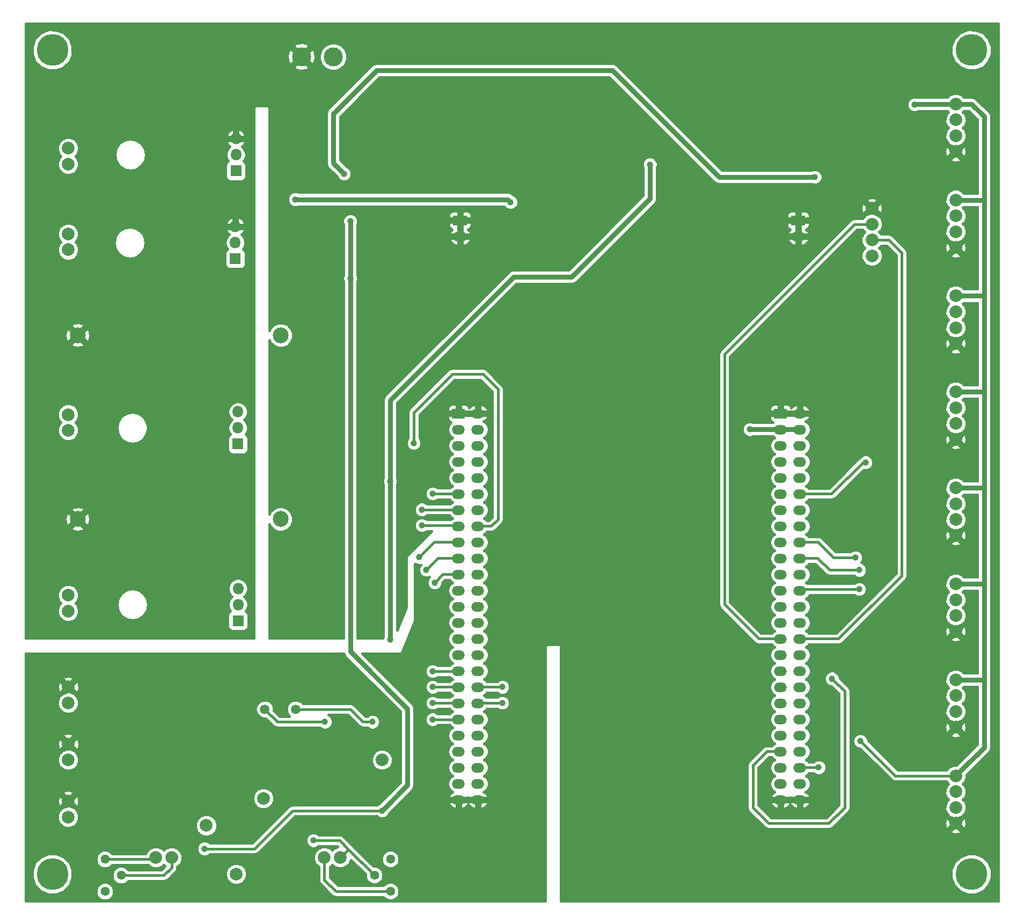
<source format=gbr>
G04 #@! TF.FileFunction,Copper,L2,Bot,Signal*
%FSLAX46Y46*%
G04 Gerber Fmt 4.6, Leading zero omitted, Abs format (unit mm)*
G04 Created by KiCad (PCBNEW 4.0.7) date 07/23/18 11:07:22*
%MOMM*%
%LPD*%
G01*
G04 APERTURE LIST*
%ADD10C,0.400000*%
%ADD11R,1.800000X1.800000*%
%ADD12O,1.800000X1.800000*%
%ADD13C,3.000000*%
%ADD14C,2.000000*%
%ADD15C,1.440000*%
%ADD16C,1.500000*%
%ADD17C,2.500000*%
%ADD18C,5.000000*%
%ADD19R,2.200000X1.500000*%
%ADD20O,2.200000X1.500000*%
%ADD21O,2.000000X1.500000*%
%ADD22R,2.000000X1.500000*%
%ADD23C,1.000000*%
%ADD24C,0.800000*%
G04 APERTURE END LIST*
D10*
D11*
X101280000Y-88150000D03*
D12*
X101280000Y-85610000D03*
X101280000Y-83070000D03*
D11*
X101290000Y-116030000D03*
D12*
X101290000Y-113490000D03*
X101290000Y-110950000D03*
D13*
X116290000Y-27050000D03*
X111290000Y-27050000D03*
D14*
X124000000Y-138000000D03*
X101000000Y-156000000D03*
X105290000Y-144050000D03*
X96290000Y-148350000D03*
D11*
X100950000Y-45050000D03*
D12*
X100950000Y-42510000D03*
X100950000Y-39970000D03*
D11*
X100860000Y-58914000D03*
D12*
X100860000Y-56374000D03*
X100860000Y-53834000D03*
D15*
X125340000Y-158740000D03*
X122800000Y-156200000D03*
X125340000Y-153660000D03*
X80290000Y-153670000D03*
X82830000Y-156210000D03*
X80290000Y-158750000D03*
D16*
X110380000Y-130000000D03*
X105500000Y-130000000D03*
D17*
X108000000Y-71000000D03*
X76000000Y-71000000D03*
X108000000Y-100000000D03*
X76000000Y-100000000D03*
D14*
X201290000Y-58450000D03*
X201290000Y-55950000D03*
X201290000Y-53450000D03*
X201290000Y-50950000D03*
D18*
X72000000Y-26000000D03*
X217000000Y-26000000D03*
X217000000Y-156000000D03*
X72000000Y-156000000D03*
D14*
X214500000Y-140499999D03*
X214500000Y-142999999D03*
X214500000Y-145499999D03*
X214500000Y-147999999D03*
X214500000Y-125357142D03*
X214500000Y-127857142D03*
X214500000Y-130357142D03*
X214500000Y-132857142D03*
X214500000Y-110214285D03*
X214500000Y-112714285D03*
X214500000Y-115214285D03*
X214500000Y-117714285D03*
X214500000Y-95071428D03*
X214500000Y-97571428D03*
X214500000Y-100071428D03*
X214500000Y-102571428D03*
X214500000Y-79928571D03*
X214500000Y-82428571D03*
X214500000Y-84928571D03*
X214500000Y-87428571D03*
X214500000Y-64785714D03*
X214500000Y-67285714D03*
X214500000Y-69785714D03*
X214500000Y-72285714D03*
X214500000Y-49642857D03*
X214500000Y-52142857D03*
X214500000Y-54642857D03*
X214500000Y-57142857D03*
X214500000Y-34500000D03*
X214500000Y-37000000D03*
X214500000Y-39500000D03*
X214500000Y-42000000D03*
X74500000Y-44000000D03*
X74500000Y-41500000D03*
X74500000Y-57500000D03*
X74500000Y-55000000D03*
X74500000Y-86000000D03*
X74500000Y-83500000D03*
X74500000Y-114500000D03*
X74500000Y-112000000D03*
X74500000Y-129000000D03*
X74500000Y-126500000D03*
X74500000Y-138000000D03*
X74500000Y-135500000D03*
X74500000Y-147000000D03*
X74500000Y-144500000D03*
X117400000Y-153400000D03*
X114900000Y-153400000D03*
X90800000Y-153400000D03*
X88300000Y-153400000D03*
D19*
X189670000Y-52850000D03*
D20*
X189670000Y-55390000D03*
D21*
X186880000Y-144290000D03*
X186880000Y-141750000D03*
X186880000Y-139210000D03*
X186880000Y-136670000D03*
X186880000Y-134130000D03*
X186880000Y-131590000D03*
X186880000Y-129050000D03*
X186880000Y-126510000D03*
X186880000Y-123970000D03*
X186880000Y-121430000D03*
X186880000Y-118890000D03*
X186880000Y-116350000D03*
X186880000Y-113810000D03*
X186880000Y-111270000D03*
X186880000Y-108730000D03*
X186880000Y-106190000D03*
X186880000Y-103650000D03*
X186880000Y-101110000D03*
X186880000Y-98570000D03*
X186880000Y-96030000D03*
X186880000Y-93490000D03*
X186880000Y-90950000D03*
X186880000Y-88410000D03*
X186880000Y-85870000D03*
D22*
X186880000Y-83330000D03*
D21*
X189920000Y-83330000D03*
X189920000Y-85870000D03*
X189920000Y-88410000D03*
X189920000Y-90950000D03*
X189920000Y-93490000D03*
X189920000Y-96030000D03*
X189920000Y-98570000D03*
X189920000Y-101110000D03*
X189920000Y-103650000D03*
X189920000Y-106190000D03*
X189920000Y-108730000D03*
X189920000Y-111270000D03*
X189920000Y-113810000D03*
X189920000Y-116350000D03*
X189920000Y-118890000D03*
X189920000Y-121430000D03*
X189920000Y-123970000D03*
X189920000Y-126510000D03*
X189920000Y-129050000D03*
X189920000Y-131590000D03*
X189920000Y-134130000D03*
X189920000Y-136670000D03*
X189920000Y-139210000D03*
X189920000Y-141750000D03*
X189920000Y-144290000D03*
X139120000Y-144290000D03*
X139120000Y-141750000D03*
X139120000Y-139210000D03*
X139120000Y-136670000D03*
X139120000Y-134130000D03*
X139120000Y-131590000D03*
X139120000Y-129050000D03*
X139120000Y-126510000D03*
X139120000Y-123970000D03*
X139120000Y-121430000D03*
X139120000Y-118890000D03*
X139120000Y-116350000D03*
X139120000Y-113810000D03*
X139120000Y-111270000D03*
X139120000Y-108730000D03*
X139120000Y-106190000D03*
X139120000Y-103650000D03*
X139120000Y-101110000D03*
X139120000Y-98570000D03*
X139120000Y-96030000D03*
X139120000Y-93490000D03*
X139120000Y-90950000D03*
X139120000Y-88410000D03*
X139120000Y-85870000D03*
X139120000Y-83330000D03*
D22*
X136080000Y-83330000D03*
D21*
X136080000Y-85870000D03*
X136080000Y-88410000D03*
X136080000Y-90950000D03*
X136080000Y-93490000D03*
X136080000Y-96030000D03*
X136080000Y-98570000D03*
X136080000Y-101110000D03*
X136080000Y-103650000D03*
X136080000Y-106190000D03*
X136080000Y-108730000D03*
X136080000Y-111270000D03*
X136080000Y-113810000D03*
X136080000Y-116350000D03*
X136080000Y-118890000D03*
X136080000Y-121430000D03*
X136080000Y-123970000D03*
X136080000Y-126510000D03*
X136080000Y-129050000D03*
X136080000Y-131590000D03*
X136080000Y-134130000D03*
X136080000Y-136670000D03*
X136080000Y-139210000D03*
X136080000Y-141750000D03*
X136080000Y-144290000D03*
D20*
X136330000Y-55390000D03*
D19*
X136330000Y-52850000D03*
D23*
X135960000Y-156160000D03*
X194000000Y-76000000D03*
X102000000Y-145500000D03*
X104500000Y-156500000D03*
X124000000Y-129500000D03*
X113500000Y-98500000D03*
X113500000Y-69500000D03*
X111000000Y-81400000D03*
X122500000Y-98500000D03*
X125500000Y-69500000D03*
X127000000Y-148000000D03*
X209600000Y-101400000D03*
X111000000Y-109500000D03*
X94000000Y-134000000D03*
X144290000Y-49990000D03*
X182046000Y-85854000D03*
X110290000Y-49550000D03*
X199480000Y-135010000D03*
X119000000Y-62000000D03*
X119000000Y-53000000D03*
X96000000Y-152000000D03*
X208000000Y-34600000D03*
X124000000Y-146000000D03*
X118000000Y-45500000D03*
X192290000Y-46050000D03*
X125290000Y-119050000D03*
X125290000Y-94050000D03*
X166290000Y-44050000D03*
X129900000Y-106000000D03*
X131000000Y-108000000D03*
X132300000Y-110000000D03*
X122500000Y-132000000D03*
X115000000Y-132000000D03*
X195000000Y-125170000D03*
X198690000Y-106050000D03*
X199290000Y-108050000D03*
X199290000Y-111050000D03*
X200290000Y-91050000D03*
X192890000Y-139190000D03*
X143000000Y-129000000D03*
X143000000Y-126500000D03*
X129000000Y-88000000D03*
X132000000Y-96000000D03*
X130300000Y-98500000D03*
X130300000Y-101000000D03*
X132000000Y-124000000D03*
X132000000Y-126500000D03*
X132000000Y-129000000D03*
X131990000Y-131600000D03*
X113190000Y-150710000D03*
D10*
X138870000Y-144290000D02*
X138870000Y-153250000D01*
X138870000Y-153250000D02*
X135960000Y-156160000D01*
X193814000Y-83314000D02*
X194000000Y-83128000D01*
X194000000Y-83128000D02*
X194000000Y-76000000D01*
X189666000Y-83314000D02*
X193814000Y-83314000D01*
D24*
X110290000Y-49550000D02*
X143850000Y-49550000D01*
X143850000Y-49550000D02*
X144290000Y-49990000D01*
X187126000Y-85854000D02*
X182046000Y-85854000D01*
X189666000Y-85854000D02*
X187126000Y-85854000D01*
D10*
X199480000Y-135010000D02*
X204969999Y-140499999D01*
X204969999Y-140499999D02*
X214500000Y-140499999D01*
D24*
X119000000Y-53000000D02*
X119000000Y-62000000D01*
X119000000Y-62000000D02*
X119000000Y-120900000D01*
X119000000Y-120900000D02*
X128000000Y-129900000D01*
X128000000Y-129900000D02*
X128000000Y-142000000D01*
X128000000Y-142000000D02*
X124000000Y-146000000D01*
D10*
X124000000Y-146000000D02*
X109900000Y-146000000D01*
X109900000Y-146000000D02*
X103900000Y-152000000D01*
X103900000Y-152000000D02*
X96000000Y-152000000D01*
D24*
X214500000Y-34500000D02*
X208100000Y-34500000D01*
X208100000Y-34500000D02*
X208000000Y-34600000D01*
X116290000Y-36050000D02*
X116290000Y-43790000D01*
X116290000Y-43790000D02*
X118000000Y-45500000D01*
X192290000Y-46050000D02*
X177150000Y-46050000D01*
X177150000Y-46050000D02*
X160300000Y-29200000D01*
X160300000Y-29200000D02*
X123140000Y-29200000D01*
X123140000Y-29200000D02*
X116290000Y-36050000D01*
X214500000Y-34500000D02*
X217000000Y-34500000D01*
X217000000Y-34500000D02*
X219000000Y-36500000D01*
X219000000Y-110200000D02*
X219000000Y-125500000D01*
X219000000Y-125500000D02*
X219000000Y-136000000D01*
X214500000Y-125357142D02*
X218857142Y-125357142D01*
X218857142Y-125357142D02*
X219000000Y-125500000D01*
X219000000Y-95100000D02*
X219000000Y-110200000D01*
X214500000Y-110214285D02*
X218985715Y-110214285D01*
X218985715Y-110214285D02*
X219000000Y-110200000D01*
X219000000Y-79900000D02*
X219000000Y-95100000D01*
X214500000Y-95071428D02*
X218971428Y-95071428D01*
X218971428Y-95071428D02*
X219000000Y-95100000D01*
X219000000Y-64800000D02*
X219000000Y-79900000D01*
X218971429Y-79928571D02*
X219000000Y-79900000D01*
X214500000Y-79928571D02*
X218971429Y-79928571D01*
X219000000Y-49400000D02*
X219000000Y-64800000D01*
X214500000Y-64785714D02*
X218985714Y-64785714D01*
X218985714Y-64785714D02*
X219000000Y-64800000D01*
X219000000Y-36500000D02*
X219000000Y-49400000D01*
X214500000Y-49642857D02*
X218757143Y-49642857D01*
X218757143Y-49642857D02*
X219000000Y-49400000D01*
X219000000Y-136000000D02*
X215499999Y-139500000D01*
X215499999Y-139500000D02*
X214500000Y-140499999D01*
X125290000Y-94050000D02*
X125289999Y-93342893D01*
X125289999Y-93342893D02*
X125289999Y-81220001D01*
X125289999Y-81220001D02*
X144750000Y-61760000D01*
X144750000Y-61760000D02*
X153940000Y-61760000D01*
X166290000Y-49410000D02*
X166290000Y-44050000D01*
X153940000Y-61760000D02*
X166290000Y-49410000D01*
X125290000Y-119050000D02*
X125290000Y-118342894D01*
X125290000Y-118342894D02*
X125290000Y-94050000D01*
D10*
X129900000Y-106000000D02*
X132266000Y-103634000D01*
X132266000Y-103634000D02*
X136326000Y-103634000D01*
X131000000Y-108000000D02*
X132826000Y-106174000D01*
X132826000Y-106174000D02*
X136326000Y-106174000D01*
X136326000Y-108714000D02*
X133586000Y-108714000D01*
X133586000Y-108714000D02*
X132300000Y-110000000D01*
X119000000Y-130000000D02*
X110380000Y-130000000D01*
X121000000Y-132000000D02*
X119000000Y-130000000D01*
X122500000Y-132000000D02*
X121000000Y-132000000D01*
X115000000Y-132000000D02*
X107500000Y-132000000D01*
X107500000Y-132000000D02*
X105500000Y-130000000D01*
X187126000Y-136654000D02*
X184686000Y-136654000D01*
X194500000Y-148000000D02*
X197000000Y-145500000D01*
X184686000Y-136654000D02*
X182500000Y-138840000D01*
X182500000Y-138840000D02*
X182500000Y-145510000D01*
X182500000Y-145510000D02*
X184990000Y-148000000D01*
X184990000Y-148000000D02*
X194500000Y-148000000D01*
X197000000Y-145500000D02*
X197000000Y-127170000D01*
X197000000Y-127170000D02*
X195000000Y-125170000D01*
X195190000Y-106050000D02*
X192774000Y-103634000D01*
X192774000Y-103634000D02*
X189666000Y-103634000D01*
X198690000Y-106050000D02*
X195190000Y-106050000D01*
X199290000Y-108050000D02*
X194590000Y-108050000D01*
X194590000Y-108050000D02*
X192714000Y-106174000D01*
X192714000Y-106174000D02*
X189666000Y-106174000D01*
X199290000Y-111050000D02*
X189870000Y-111050000D01*
X189870000Y-111050000D02*
X189666000Y-111254000D01*
X201290000Y-53450000D02*
X198550000Y-53450000D01*
X198550000Y-53450000D02*
X178000000Y-74000000D01*
X178000000Y-74000000D02*
X178000000Y-113460000D01*
X178000000Y-113460000D02*
X183414000Y-118874000D01*
X183414000Y-118874000D02*
X187126000Y-118874000D01*
X189666000Y-118874000D02*
X196026000Y-118874000D01*
X196026000Y-118874000D02*
X206000000Y-108900000D01*
X206000000Y-58000000D02*
X203950000Y-55950000D01*
X206000000Y-108900000D02*
X206000000Y-58000000D01*
X203950000Y-55950000D02*
X201290000Y-55950000D01*
X200290000Y-91050000D02*
X199865736Y-91050000D01*
X199865736Y-91050000D02*
X194901736Y-96014000D01*
X194901736Y-96014000D02*
X189666000Y-96014000D01*
X189666000Y-139194000D02*
X192886000Y-139194000D01*
X192886000Y-139194000D02*
X192890000Y-139190000D01*
X138866000Y-129034000D02*
X138900000Y-129000000D01*
X138900000Y-129000000D02*
X143000000Y-129000000D01*
X143000000Y-126500000D02*
X138872000Y-126500000D01*
X138872000Y-126500000D02*
X138866000Y-126494000D01*
X138866000Y-101094000D02*
X141246000Y-101094000D01*
X141246000Y-101094000D02*
X142290000Y-100050000D01*
X142290000Y-100050000D02*
X142290000Y-79490000D01*
X142290000Y-79490000D02*
X139900000Y-77100000D01*
X139900000Y-77100000D02*
X135100000Y-77100000D01*
X135100000Y-77100000D02*
X129000000Y-83200000D01*
X129000000Y-83200000D02*
X129000000Y-86632894D01*
X129000000Y-86632894D02*
X129000000Y-88000000D01*
X132000000Y-96000000D02*
X136312000Y-96000000D01*
X136312000Y-96000000D02*
X136326000Y-96014000D01*
X136326000Y-98554000D02*
X136272000Y-98500000D01*
X136272000Y-98500000D02*
X130300000Y-98500000D01*
X130300000Y-101000000D02*
X136232000Y-101000000D01*
X136232000Y-101000000D02*
X136326000Y-101094000D01*
X136326000Y-123954000D02*
X136280000Y-124000000D01*
X136280000Y-124000000D02*
X132000000Y-124000000D01*
X136320000Y-126500000D02*
X132000000Y-126500000D01*
X132000000Y-129000000D02*
X136292000Y-129000000D01*
X136292000Y-129000000D02*
X136326000Y-129034000D01*
X136330000Y-131590000D02*
X132000000Y-131590000D01*
X132000000Y-131590000D02*
X131990000Y-131600000D01*
X118700000Y-152100000D02*
X117310000Y-150710000D01*
X117310000Y-150710000D02*
X113190000Y-150710000D01*
X118700000Y-152100000D02*
X117400000Y-153400000D01*
X122800000Y-156200000D02*
X118700000Y-152100000D01*
X116730000Y-158740000D02*
X114900000Y-156910000D01*
X114900000Y-156910000D02*
X114900000Y-153400000D01*
X125340000Y-158740000D02*
X116730000Y-158740000D01*
X125080000Y-159000000D02*
X125340000Y-158740000D01*
X89590000Y-156210000D02*
X82830000Y-156210000D01*
X90800000Y-155000000D02*
X89590000Y-156210000D01*
X90800000Y-153400000D02*
X90800000Y-155000000D01*
X80290000Y-153670000D02*
X88030000Y-153670000D01*
X88030000Y-153670000D02*
X88300000Y-153400000D01*
G36*
X221217000Y-160217000D02*
X152200000Y-160217000D01*
X152200000Y-156635311D01*
X213791445Y-156635311D01*
X214278805Y-157814812D01*
X215180442Y-158718024D01*
X216359090Y-159207441D01*
X217635311Y-159208555D01*
X218814812Y-158721195D01*
X219718024Y-157819558D01*
X220207441Y-156640910D01*
X220208555Y-155364689D01*
X219721195Y-154185188D01*
X218819558Y-153281976D01*
X217640910Y-152792559D01*
X216364689Y-152791445D01*
X215185188Y-153278805D01*
X214281976Y-154180442D01*
X213792559Y-155359090D01*
X213791445Y-156635311D01*
X152200000Y-156635311D01*
X152200000Y-149297843D01*
X213626420Y-149297843D01*
X213734402Y-149564144D01*
X214391252Y-149738063D01*
X215064658Y-149647376D01*
X215265598Y-149564144D01*
X215373580Y-149297843D01*
X214500000Y-148424263D01*
X213626420Y-149297843D01*
X152200000Y-149297843D01*
X152200000Y-120000000D01*
X152184243Y-119922189D01*
X152139454Y-119856638D01*
X152072691Y-119813678D01*
X152000000Y-119800000D01*
X150000000Y-119800000D01*
X149922189Y-119815757D01*
X149856638Y-119860546D01*
X149813678Y-119927309D01*
X149800000Y-120000000D01*
X149800000Y-160217000D01*
X67783000Y-160217000D01*
X67783000Y-156635311D01*
X68791445Y-156635311D01*
X69278805Y-157814812D01*
X70180442Y-158718024D01*
X71359090Y-159207441D01*
X72635311Y-159208555D01*
X73060668Y-159032801D01*
X78861753Y-159032801D01*
X79078695Y-159557840D01*
X79480047Y-159959893D01*
X80004707Y-160177751D01*
X80572801Y-160178247D01*
X81097840Y-159961305D01*
X81499893Y-159559953D01*
X81717751Y-159035293D01*
X81718247Y-158467199D01*
X81501305Y-157942160D01*
X81099953Y-157540107D01*
X80575293Y-157322249D01*
X80007199Y-157321753D01*
X79482160Y-157538695D01*
X79080107Y-157940047D01*
X78862249Y-158464707D01*
X78861753Y-159032801D01*
X73060668Y-159032801D01*
X73814812Y-158721195D01*
X74718024Y-157819558D01*
X75207441Y-156640910D01*
X75208555Y-155364689D01*
X74721195Y-154185188D01*
X74489214Y-153952801D01*
X78861753Y-153952801D01*
X79078695Y-154477840D01*
X79480047Y-154879893D01*
X80004707Y-155097751D01*
X80572801Y-155098247D01*
X81097840Y-154881305D01*
X81401675Y-154578000D01*
X87062574Y-154578000D01*
X87331232Y-154847128D01*
X87958767Y-155107703D01*
X88638252Y-155108296D01*
X89266240Y-154848816D01*
X89550074Y-154565478D01*
X89750070Y-154765824D01*
X89213894Y-155302000D01*
X83941320Y-155302000D01*
X83639953Y-155000107D01*
X83115293Y-154782249D01*
X82547199Y-154781753D01*
X82022160Y-154998695D01*
X81620107Y-155400047D01*
X81402249Y-155924707D01*
X81401753Y-156492801D01*
X81618695Y-157017840D01*
X82020047Y-157419893D01*
X82544707Y-157637751D01*
X83112801Y-157638247D01*
X83637840Y-157421305D01*
X83941675Y-157118000D01*
X89590000Y-157118000D01*
X89937477Y-157048883D01*
X90232053Y-156852053D01*
X90745854Y-156338252D01*
X99291704Y-156338252D01*
X99551184Y-156966240D01*
X100031232Y-157447128D01*
X100658767Y-157707703D01*
X101338252Y-157708296D01*
X101966240Y-157448816D01*
X102447128Y-156968768D01*
X102707703Y-156341233D01*
X102708296Y-155661748D01*
X102448816Y-155033760D01*
X101968768Y-154552872D01*
X101341233Y-154292297D01*
X100661748Y-154291704D01*
X100033760Y-154551184D01*
X99552872Y-155031232D01*
X99292297Y-155658767D01*
X99291704Y-156338252D01*
X90745854Y-156338252D01*
X91442053Y-155642053D01*
X91638883Y-155347477D01*
X91708000Y-155000000D01*
X91708000Y-154872880D01*
X91766240Y-154848816D01*
X92247128Y-154368768D01*
X92507703Y-153741233D01*
X92508296Y-153061748D01*
X92248816Y-152433760D01*
X91768768Y-151952872D01*
X91141233Y-151692297D01*
X90461748Y-151691704D01*
X89833760Y-151951184D01*
X89549926Y-152234522D01*
X89268768Y-151952872D01*
X88641233Y-151692297D01*
X87961748Y-151691704D01*
X87333760Y-151951184D01*
X86852872Y-152431232D01*
X86715525Y-152762000D01*
X81401320Y-152762000D01*
X81099953Y-152460107D01*
X80575293Y-152242249D01*
X80007199Y-152241753D01*
X79482160Y-152458695D01*
X79080107Y-152860047D01*
X78862249Y-153384707D01*
X78861753Y-153952801D01*
X74489214Y-153952801D01*
X73819558Y-153281976D01*
X72640910Y-152792559D01*
X71364689Y-152791445D01*
X70185188Y-153278805D01*
X69281976Y-154180442D01*
X68792559Y-155359090D01*
X68791445Y-156635311D01*
X67783000Y-156635311D01*
X67783000Y-147338252D01*
X72791704Y-147338252D01*
X73051184Y-147966240D01*
X73531232Y-148447128D01*
X74158767Y-148707703D01*
X74838252Y-148708296D01*
X74886762Y-148688252D01*
X94581704Y-148688252D01*
X94841184Y-149316240D01*
X95321232Y-149797128D01*
X95948767Y-150057703D01*
X96628252Y-150058296D01*
X97256240Y-149798816D01*
X97737128Y-149318768D01*
X97997703Y-148691233D01*
X97998296Y-148011748D01*
X97738816Y-147383760D01*
X97258768Y-146902872D01*
X96631233Y-146642297D01*
X95951748Y-146641704D01*
X95323760Y-146901184D01*
X94842872Y-147381232D01*
X94582297Y-148008767D01*
X94581704Y-148688252D01*
X74886762Y-148688252D01*
X75466240Y-148448816D01*
X75947128Y-147968768D01*
X76207703Y-147341233D01*
X76208296Y-146661748D01*
X75948816Y-146033760D01*
X75468768Y-145552872D01*
X74887063Y-145311327D01*
X74500000Y-144924264D01*
X74112008Y-145312256D01*
X73533760Y-145551184D01*
X73052872Y-146031232D01*
X72792297Y-146658767D01*
X72791704Y-147338252D01*
X67783000Y-147338252D01*
X67783000Y-144391252D01*
X72761936Y-144391252D01*
X72852623Y-145064658D01*
X72935855Y-145265598D01*
X73202156Y-145373580D01*
X74075736Y-144500000D01*
X74924264Y-144500000D01*
X75797844Y-145373580D01*
X76064145Y-145265598D01*
X76238064Y-144608748D01*
X76208370Y-144388252D01*
X103581704Y-144388252D01*
X103841184Y-145016240D01*
X104321232Y-145497128D01*
X104948767Y-145757703D01*
X105628252Y-145758296D01*
X106256240Y-145498816D01*
X106737128Y-145018768D01*
X106997703Y-144391233D01*
X106998296Y-143711748D01*
X106738816Y-143083760D01*
X106258768Y-142602872D01*
X105631233Y-142342297D01*
X104951748Y-142341704D01*
X104323760Y-142601184D01*
X103842872Y-143081232D01*
X103582297Y-143708767D01*
X103581704Y-144388252D01*
X76208370Y-144388252D01*
X76147377Y-143935342D01*
X76064145Y-143734402D01*
X75797844Y-143626420D01*
X74924264Y-144500000D01*
X74075736Y-144500000D01*
X73202156Y-143626420D01*
X72935855Y-143734402D01*
X72761936Y-144391252D01*
X67783000Y-144391252D01*
X67783000Y-143202156D01*
X73626420Y-143202156D01*
X74500000Y-144075736D01*
X75373580Y-143202156D01*
X75265598Y-142935855D01*
X74608748Y-142761936D01*
X73935342Y-142852623D01*
X73734402Y-142935855D01*
X73626420Y-143202156D01*
X67783000Y-143202156D01*
X67783000Y-138338252D01*
X72791704Y-138338252D01*
X73051184Y-138966240D01*
X73531232Y-139447128D01*
X74158767Y-139707703D01*
X74838252Y-139708296D01*
X75466240Y-139448816D01*
X75947128Y-138968768D01*
X76207703Y-138341233D01*
X76207705Y-138338252D01*
X122291704Y-138338252D01*
X122551184Y-138966240D01*
X123031232Y-139447128D01*
X123658767Y-139707703D01*
X124338252Y-139708296D01*
X124966240Y-139448816D01*
X125447128Y-138968768D01*
X125707703Y-138341233D01*
X125708296Y-137661748D01*
X125448816Y-137033760D01*
X124968768Y-136552872D01*
X124341233Y-136292297D01*
X123661748Y-136291704D01*
X123033760Y-136551184D01*
X122552872Y-137031232D01*
X122292297Y-137658767D01*
X122291704Y-138338252D01*
X76207705Y-138338252D01*
X76208296Y-137661748D01*
X75948816Y-137033760D01*
X75468768Y-136552872D01*
X74887063Y-136311327D01*
X74500000Y-135924264D01*
X74112008Y-136312256D01*
X73533760Y-136551184D01*
X73052872Y-137031232D01*
X72792297Y-137658767D01*
X72791704Y-138338252D01*
X67783000Y-138338252D01*
X67783000Y-135391252D01*
X72761936Y-135391252D01*
X72852623Y-136064658D01*
X72935855Y-136265598D01*
X73202156Y-136373580D01*
X74075736Y-135500000D01*
X74924264Y-135500000D01*
X75797844Y-136373580D01*
X76064145Y-136265598D01*
X76238064Y-135608748D01*
X76147377Y-134935342D01*
X76064145Y-134734402D01*
X75797844Y-134626420D01*
X74924264Y-135500000D01*
X74075736Y-135500000D01*
X73202156Y-134626420D01*
X72935855Y-134734402D01*
X72761936Y-135391252D01*
X67783000Y-135391252D01*
X67783000Y-134202156D01*
X73626420Y-134202156D01*
X74500000Y-135075736D01*
X75373580Y-134202156D01*
X75265598Y-133935855D01*
X74608748Y-133761936D01*
X73935342Y-133852623D01*
X73734402Y-133935855D01*
X73626420Y-134202156D01*
X67783000Y-134202156D01*
X67783000Y-129338252D01*
X72791704Y-129338252D01*
X73051184Y-129966240D01*
X73531232Y-130447128D01*
X74158767Y-130707703D01*
X74838252Y-130708296D01*
X75466240Y-130448816D01*
X75626594Y-130288742D01*
X104041747Y-130288742D01*
X104263247Y-130824812D01*
X104673031Y-131235312D01*
X105208714Y-131457746D01*
X105674047Y-131458153D01*
X106857947Y-132642053D01*
X107152523Y-132838883D01*
X107500000Y-132908000D01*
X114199536Y-132908000D01*
X114314830Y-133023495D01*
X114758660Y-133207790D01*
X115239232Y-133208209D01*
X115683383Y-133024690D01*
X116023495Y-132685170D01*
X116207790Y-132241340D01*
X116208209Y-131760768D01*
X116024690Y-131316617D01*
X115685170Y-130976505D01*
X115520192Y-130908000D01*
X118623894Y-130908000D01*
X120357947Y-132642053D01*
X120652523Y-132838883D01*
X121000000Y-132908000D01*
X121699536Y-132908000D01*
X121814830Y-133023495D01*
X122258660Y-133207790D01*
X122739232Y-133208209D01*
X123183383Y-133024690D01*
X123523495Y-132685170D01*
X123707790Y-132241340D01*
X123708209Y-131760768D01*
X123524690Y-131316617D01*
X123185170Y-130976505D01*
X122741340Y-130792210D01*
X122260768Y-130791791D01*
X121816617Y-130975310D01*
X121699724Y-131092000D01*
X121376106Y-131092000D01*
X119642053Y-129357947D01*
X119347477Y-129161117D01*
X119000000Y-129092000D01*
X111533710Y-129092000D01*
X111206969Y-128764688D01*
X110671286Y-128542254D01*
X110091258Y-128541747D01*
X109555188Y-128763247D01*
X109144688Y-129173031D01*
X108922254Y-129708714D01*
X108921747Y-130288742D01*
X109143247Y-130824812D01*
X109409969Y-131092000D01*
X107876106Y-131092000D01*
X106957849Y-130173743D01*
X106958253Y-129711258D01*
X106736753Y-129175188D01*
X106326969Y-128764688D01*
X105791286Y-128542254D01*
X105211258Y-128541747D01*
X104675188Y-128763247D01*
X104264688Y-129173031D01*
X104042254Y-129708714D01*
X104041747Y-130288742D01*
X75626594Y-130288742D01*
X75947128Y-129968768D01*
X76207703Y-129341233D01*
X76208296Y-128661748D01*
X75948816Y-128033760D01*
X75468768Y-127552872D01*
X74887063Y-127311327D01*
X74500000Y-126924264D01*
X74112008Y-127312256D01*
X73533760Y-127551184D01*
X73052872Y-128031232D01*
X72792297Y-128658767D01*
X72791704Y-129338252D01*
X67783000Y-129338252D01*
X67783000Y-126391252D01*
X72761936Y-126391252D01*
X72852623Y-127064658D01*
X72935855Y-127265598D01*
X73202156Y-127373580D01*
X74075736Y-126500000D01*
X74924264Y-126500000D01*
X75797844Y-127373580D01*
X76064145Y-127265598D01*
X76238064Y-126608748D01*
X76147377Y-125935342D01*
X76064145Y-125734402D01*
X75797844Y-125626420D01*
X74924264Y-126500000D01*
X74075736Y-126500000D01*
X73202156Y-125626420D01*
X72935855Y-125734402D01*
X72761936Y-126391252D01*
X67783000Y-126391252D01*
X67783000Y-125202156D01*
X73626420Y-125202156D01*
X74500000Y-126075736D01*
X75373580Y-125202156D01*
X75265598Y-124935855D01*
X74608748Y-124761936D01*
X73935342Y-124852623D01*
X73734402Y-124935855D01*
X73626420Y-125202156D01*
X67783000Y-125202156D01*
X67783000Y-121200000D01*
X117951673Y-121200000D01*
X117976341Y-121324014D01*
X118216526Y-121683474D01*
X126892000Y-130358948D01*
X126892000Y-141541052D01*
X123557112Y-144875940D01*
X123316617Y-144975310D01*
X123199724Y-145092000D01*
X109900000Y-145092000D01*
X109552523Y-145161117D01*
X109257947Y-145357947D01*
X103523894Y-151092000D01*
X96800464Y-151092000D01*
X96685170Y-150976505D01*
X96241340Y-150792210D01*
X95760768Y-150791791D01*
X95316617Y-150975310D01*
X94976505Y-151314830D01*
X94792210Y-151758660D01*
X94791791Y-152239232D01*
X94975310Y-152683383D01*
X95314830Y-153023495D01*
X95758660Y-153207790D01*
X96239232Y-153208209D01*
X96683383Y-153024690D01*
X96800276Y-152908000D01*
X103900000Y-152908000D01*
X104247477Y-152838883D01*
X104542053Y-152642053D01*
X106234874Y-150949232D01*
X111981791Y-150949232D01*
X112165310Y-151393383D01*
X112504830Y-151733495D01*
X112948660Y-151917790D01*
X113429232Y-151918209D01*
X113873383Y-151734690D01*
X113990276Y-151618000D01*
X116933894Y-151618000D01*
X117023431Y-151707537D01*
X116433760Y-151951184D01*
X116149926Y-152234522D01*
X115868768Y-151952872D01*
X115241233Y-151692297D01*
X114561748Y-151691704D01*
X113933760Y-151951184D01*
X113452872Y-152431232D01*
X113192297Y-153058767D01*
X113191704Y-153738252D01*
X113451184Y-154366240D01*
X113931232Y-154847128D01*
X113992000Y-154872361D01*
X113992000Y-156910000D01*
X114061117Y-157257477D01*
X114257947Y-157552053D01*
X116087947Y-159382053D01*
X116382523Y-159578883D01*
X116730000Y-159648000D01*
X124228680Y-159648000D01*
X124530047Y-159949893D01*
X125054707Y-160167751D01*
X125622801Y-160168247D01*
X126147840Y-159951305D01*
X126549893Y-159549953D01*
X126767751Y-159025293D01*
X126768247Y-158457199D01*
X126551305Y-157932160D01*
X126149953Y-157530107D01*
X125625293Y-157312249D01*
X125057199Y-157311753D01*
X124532160Y-157528695D01*
X124228325Y-157832000D01*
X117106106Y-157832000D01*
X115808000Y-156533894D01*
X115808000Y-154872880D01*
X115866240Y-154848816D01*
X116150074Y-154565478D01*
X116431232Y-154847128D01*
X117058767Y-155107703D01*
X117738252Y-155108296D01*
X118366240Y-154848816D01*
X118847128Y-154368768D01*
X119092864Y-153776970D01*
X121372125Y-156056231D01*
X121371753Y-156482801D01*
X121588695Y-157007840D01*
X121990047Y-157409893D01*
X122514707Y-157627751D01*
X123082801Y-157628247D01*
X123607840Y-157411305D01*
X124009893Y-157009953D01*
X124227751Y-156485293D01*
X124228247Y-155917199D01*
X124011305Y-155392160D01*
X123609953Y-154990107D01*
X123085293Y-154772249D01*
X122655980Y-154771874D01*
X121826907Y-153942801D01*
X123911753Y-153942801D01*
X124128695Y-154467840D01*
X124530047Y-154869893D01*
X125054707Y-155087751D01*
X125622801Y-155088247D01*
X126147840Y-154871305D01*
X126549893Y-154469953D01*
X126767751Y-153945293D01*
X126768247Y-153377199D01*
X126551305Y-152852160D01*
X126149953Y-152450107D01*
X125625293Y-152232249D01*
X125057199Y-152231753D01*
X124532160Y-152448695D01*
X124130107Y-152850047D01*
X123912249Y-153374707D01*
X123911753Y-153942801D01*
X121826907Y-153942801D01*
X117952053Y-150067947D01*
X117657477Y-149871117D01*
X117310000Y-149802000D01*
X113990464Y-149802000D01*
X113875170Y-149686505D01*
X113431340Y-149502210D01*
X112950768Y-149501791D01*
X112506617Y-149685310D01*
X112166505Y-150024830D01*
X111982210Y-150468660D01*
X111981791Y-150949232D01*
X106234874Y-150949232D01*
X110276106Y-146908000D01*
X123199536Y-146908000D01*
X123314830Y-147023495D01*
X123758660Y-147207790D01*
X124239232Y-147208209D01*
X124683383Y-147024690D01*
X125023495Y-146685170D01*
X125124128Y-146442820D01*
X126757440Y-144809508D01*
X134467695Y-144809508D01*
X134625230Y-145103514D01*
X135028256Y-145502634D01*
X135553340Y-145717142D01*
X135780000Y-145565851D01*
X135780000Y-144590000D01*
X136380000Y-144590000D01*
X136380000Y-145565851D01*
X136606660Y-145717142D01*
X137131744Y-145502634D01*
X137534770Y-145103514D01*
X137600000Y-144981776D01*
X137665230Y-145103514D01*
X138068256Y-145502634D01*
X138593340Y-145717142D01*
X138820000Y-145565851D01*
X138820000Y-144590000D01*
X139420000Y-144590000D01*
X139420000Y-145565851D01*
X139646660Y-145717142D01*
X140171744Y-145502634D01*
X140574770Y-145103514D01*
X140732305Y-144809508D01*
X140615376Y-144590000D01*
X139420000Y-144590000D01*
X138820000Y-144590000D01*
X137624624Y-144590000D01*
X137600000Y-144636226D01*
X137575376Y-144590000D01*
X136380000Y-144590000D01*
X135780000Y-144590000D01*
X134584624Y-144590000D01*
X134467695Y-144809508D01*
X126757440Y-144809508D01*
X128783474Y-142783474D01*
X129023659Y-142424014D01*
X129046745Y-142307952D01*
X129108000Y-142000000D01*
X129108000Y-129900000D01*
X129065268Y-129685170D01*
X129023659Y-129475986D01*
X128783474Y-129116526D01*
X120866948Y-121200000D01*
X127000000Y-121200000D01*
X127077811Y-121184243D01*
X127143362Y-121139454D01*
X127185695Y-121074278D01*
X129185695Y-116074278D01*
X129200000Y-116000000D01*
X129200000Y-107082842D01*
X129246285Y-107036557D01*
X129658660Y-107207790D01*
X130083361Y-107208160D01*
X129976505Y-107314830D01*
X129792210Y-107758660D01*
X129791791Y-108239232D01*
X129975310Y-108683383D01*
X130314830Y-109023495D01*
X130758660Y-109207790D01*
X131239232Y-109208209D01*
X131485065Y-109106633D01*
X131276505Y-109314830D01*
X131092210Y-109758660D01*
X131091791Y-110239232D01*
X131275310Y-110683383D01*
X131614830Y-111023495D01*
X132058660Y-111207790D01*
X132539232Y-111208209D01*
X132983383Y-111024690D01*
X133323495Y-110685170D01*
X133507790Y-110241340D01*
X133507934Y-110076172D01*
X133962106Y-109622000D01*
X134672725Y-109622000D01*
X134765576Y-109760962D01*
X135123323Y-110000000D01*
X134765576Y-110239038D01*
X134449522Y-110712048D01*
X134338538Y-111270000D01*
X134449522Y-111827952D01*
X134765576Y-112300962D01*
X135123323Y-112540000D01*
X134765576Y-112779038D01*
X134449522Y-113252048D01*
X134338538Y-113810000D01*
X134449522Y-114367952D01*
X134765576Y-114840962D01*
X135123323Y-115080000D01*
X134765576Y-115319038D01*
X134449522Y-115792048D01*
X134338538Y-116350000D01*
X134449522Y-116907952D01*
X134765576Y-117380962D01*
X135123323Y-117620000D01*
X134765576Y-117859038D01*
X134449522Y-118332048D01*
X134338538Y-118890000D01*
X134449522Y-119447952D01*
X134765576Y-119920962D01*
X135123323Y-120160000D01*
X134765576Y-120399038D01*
X134449522Y-120872048D01*
X134338538Y-121430000D01*
X134449522Y-121987952D01*
X134765576Y-122460962D01*
X135123323Y-122700000D01*
X134765576Y-122939038D01*
X134663370Y-123092000D01*
X132800464Y-123092000D01*
X132685170Y-122976505D01*
X132241340Y-122792210D01*
X131760768Y-122791791D01*
X131316617Y-122975310D01*
X130976505Y-123314830D01*
X130792210Y-123758660D01*
X130791791Y-124239232D01*
X130975310Y-124683383D01*
X131314830Y-125023495D01*
X131758660Y-125207790D01*
X132239232Y-125208209D01*
X132683383Y-125024690D01*
X132800276Y-124908000D01*
X134703461Y-124908000D01*
X134765576Y-125000962D01*
X135123323Y-125240000D01*
X134765576Y-125479038D01*
X134690097Y-125592000D01*
X132800464Y-125592000D01*
X132685170Y-125476505D01*
X132241340Y-125292210D01*
X131760768Y-125291791D01*
X131316617Y-125475310D01*
X130976505Y-125814830D01*
X130792210Y-126258660D01*
X130791791Y-126739232D01*
X130975310Y-127183383D01*
X131314830Y-127523495D01*
X131758660Y-127707790D01*
X132239232Y-127708209D01*
X132683383Y-127524690D01*
X132800276Y-127408000D01*
X134676734Y-127408000D01*
X134765576Y-127540962D01*
X135123323Y-127780000D01*
X134765576Y-128019038D01*
X134716825Y-128092000D01*
X132800464Y-128092000D01*
X132685170Y-127976505D01*
X132241340Y-127792210D01*
X131760768Y-127791791D01*
X131316617Y-127975310D01*
X130976505Y-128314830D01*
X130792210Y-128758660D01*
X130791791Y-129239232D01*
X130975310Y-129683383D01*
X131314830Y-130023495D01*
X131758660Y-130207790D01*
X132239232Y-130208209D01*
X132683383Y-130024690D01*
X132800276Y-129908000D01*
X134650007Y-129908000D01*
X134765576Y-130080962D01*
X135123323Y-130320000D01*
X134765576Y-130559038D01*
X134683416Y-130682000D01*
X132780481Y-130682000D01*
X132675170Y-130576505D01*
X132231340Y-130392210D01*
X131750768Y-130391791D01*
X131306617Y-130575310D01*
X130966505Y-130914830D01*
X130782210Y-131358660D01*
X130781791Y-131839232D01*
X130965310Y-132283383D01*
X131304830Y-132623495D01*
X131748660Y-132807790D01*
X132229232Y-132808209D01*
X132673383Y-132624690D01*
X132800294Y-132498000D01*
X134683416Y-132498000D01*
X134765576Y-132620962D01*
X135123323Y-132860000D01*
X134765576Y-133099038D01*
X134449522Y-133572048D01*
X134338538Y-134130000D01*
X134449522Y-134687952D01*
X134765576Y-135160962D01*
X135123323Y-135400000D01*
X134765576Y-135639038D01*
X134449522Y-136112048D01*
X134338538Y-136670000D01*
X134449522Y-137227952D01*
X134765576Y-137700962D01*
X135123323Y-137940000D01*
X134765576Y-138179038D01*
X134449522Y-138652048D01*
X134338538Y-139210000D01*
X134449522Y-139767952D01*
X134765576Y-140240962D01*
X135123323Y-140480000D01*
X134765576Y-140719038D01*
X134449522Y-141192048D01*
X134338538Y-141750000D01*
X134449522Y-142307952D01*
X134765576Y-142780962D01*
X135140532Y-143031499D01*
X135028256Y-143077366D01*
X134625230Y-143476486D01*
X134467695Y-143770492D01*
X134584624Y-143990000D01*
X135780000Y-143990000D01*
X135780000Y-143970000D01*
X136380000Y-143970000D01*
X136380000Y-143990000D01*
X137575376Y-143990000D01*
X137600000Y-143943774D01*
X137624624Y-143990000D01*
X138820000Y-143990000D01*
X138820000Y-143970000D01*
X139420000Y-143970000D01*
X139420000Y-143990000D01*
X140615376Y-143990000D01*
X140732305Y-143770492D01*
X140574770Y-143476486D01*
X140171744Y-143077366D01*
X140059468Y-143031499D01*
X140434424Y-142780962D01*
X140750478Y-142307952D01*
X140861462Y-141750000D01*
X140750478Y-141192048D01*
X140434424Y-140719038D01*
X140076677Y-140480000D01*
X140434424Y-140240962D01*
X140750478Y-139767952D01*
X140861462Y-139210000D01*
X140750478Y-138652048D01*
X140434424Y-138179038D01*
X140076677Y-137940000D01*
X140434424Y-137700962D01*
X140750478Y-137227952D01*
X140861462Y-136670000D01*
X140750478Y-136112048D01*
X140434424Y-135639038D01*
X140076677Y-135400000D01*
X140434424Y-135160962D01*
X140750478Y-134687952D01*
X140861462Y-134130000D01*
X140750478Y-133572048D01*
X140434424Y-133099038D01*
X140076677Y-132860000D01*
X140434424Y-132620962D01*
X140750478Y-132147952D01*
X140861462Y-131590000D01*
X140750478Y-131032048D01*
X140434424Y-130559038D01*
X140076677Y-130320000D01*
X140434424Y-130080962D01*
X140549993Y-129908000D01*
X142199536Y-129908000D01*
X142314830Y-130023495D01*
X142758660Y-130207790D01*
X143239232Y-130208209D01*
X143683383Y-130024690D01*
X144023495Y-129685170D01*
X144207790Y-129241340D01*
X144208209Y-128760768D01*
X144024690Y-128316617D01*
X143685170Y-127976505D01*
X143241340Y-127792210D01*
X142760768Y-127791791D01*
X142316617Y-127975310D01*
X142199724Y-128092000D01*
X140483175Y-128092000D01*
X140434424Y-128019038D01*
X140076677Y-127780000D01*
X140434424Y-127540962D01*
X140523266Y-127408000D01*
X142199536Y-127408000D01*
X142314830Y-127523495D01*
X142758660Y-127707790D01*
X143239232Y-127708209D01*
X143683383Y-127524690D01*
X144023495Y-127185170D01*
X144207790Y-126741340D01*
X144208209Y-126260768D01*
X144024690Y-125816617D01*
X143685170Y-125476505D01*
X143241340Y-125292210D01*
X142760768Y-125291791D01*
X142316617Y-125475310D01*
X142199724Y-125592000D01*
X140509903Y-125592000D01*
X140434424Y-125479038D01*
X140076677Y-125240000D01*
X140434424Y-125000962D01*
X140750478Y-124527952D01*
X140861462Y-123970000D01*
X140750478Y-123412048D01*
X140434424Y-122939038D01*
X140076677Y-122700000D01*
X140434424Y-122460962D01*
X140750478Y-121987952D01*
X140861462Y-121430000D01*
X140750478Y-120872048D01*
X140434424Y-120399038D01*
X140076677Y-120160000D01*
X140434424Y-119920962D01*
X140750478Y-119447952D01*
X140861462Y-118890000D01*
X140750478Y-118332048D01*
X140434424Y-117859038D01*
X140076677Y-117620000D01*
X140434424Y-117380962D01*
X140750478Y-116907952D01*
X140861462Y-116350000D01*
X140750478Y-115792048D01*
X140434424Y-115319038D01*
X140076677Y-115080000D01*
X140434424Y-114840962D01*
X140750478Y-114367952D01*
X140861462Y-113810000D01*
X140750478Y-113252048D01*
X140434424Y-112779038D01*
X140076677Y-112540000D01*
X140434424Y-112300962D01*
X140750478Y-111827952D01*
X140861462Y-111270000D01*
X140750478Y-110712048D01*
X140434424Y-110239038D01*
X140076677Y-110000000D01*
X140434424Y-109760962D01*
X140750478Y-109287952D01*
X140861462Y-108730000D01*
X140750478Y-108172048D01*
X140434424Y-107699038D01*
X140076677Y-107460000D01*
X140434424Y-107220962D01*
X140750478Y-106747952D01*
X140861462Y-106190000D01*
X140750478Y-105632048D01*
X140434424Y-105159038D01*
X140076677Y-104920000D01*
X140434424Y-104680962D01*
X140750478Y-104207952D01*
X140861462Y-103650000D01*
X140750478Y-103092048D01*
X140434424Y-102619038D01*
X140076677Y-102380000D01*
X140434424Y-102140962D01*
X140527275Y-102002000D01*
X141246000Y-102002000D01*
X141593477Y-101932883D01*
X141888053Y-101736053D01*
X142932053Y-100692053D01*
X142990181Y-100605059D01*
X143128883Y-100397477D01*
X143198000Y-100050000D01*
X143198000Y-79490000D01*
X143128883Y-79142523D01*
X142932053Y-78847947D01*
X140542053Y-76457947D01*
X140247477Y-76261117D01*
X139900000Y-76192000D01*
X135100000Y-76192000D01*
X134752523Y-76261117D01*
X134457947Y-76457947D01*
X128357947Y-82557947D01*
X128161117Y-82852523D01*
X128092000Y-83200000D01*
X128092000Y-87199536D01*
X127976505Y-87314830D01*
X127792210Y-87758660D01*
X127791791Y-88239232D01*
X127975310Y-88683383D01*
X128314830Y-89023495D01*
X128758660Y-89207790D01*
X129239232Y-89208209D01*
X129683383Y-89024690D01*
X130023495Y-88685170D01*
X130207790Y-88241340D01*
X130208209Y-87760768D01*
X130024690Y-87316617D01*
X129908000Y-87199724D01*
X129908000Y-83576106D01*
X131044936Y-82439170D01*
X134372000Y-82439170D01*
X134372000Y-82853000D01*
X134549000Y-83030000D01*
X135780000Y-83030000D01*
X135780000Y-82049000D01*
X136380000Y-82049000D01*
X136380000Y-83030000D01*
X137611000Y-83030000D01*
X137619889Y-83021111D01*
X137624624Y-83030000D01*
X138820000Y-83030000D01*
X138820000Y-82054149D01*
X139420000Y-82054149D01*
X139420000Y-83030000D01*
X140615376Y-83030000D01*
X140732305Y-82810492D01*
X140574770Y-82516486D01*
X140171744Y-82117366D01*
X139646660Y-81902858D01*
X139420000Y-82054149D01*
X138820000Y-82054149D01*
X138593340Y-81902858D01*
X138068256Y-82117366D01*
X137774998Y-82407781D01*
X137680213Y-82178950D01*
X137481050Y-81979787D01*
X137220830Y-81872000D01*
X136557000Y-81872000D01*
X136380000Y-82049000D01*
X135780000Y-82049000D01*
X135603000Y-81872000D01*
X134939170Y-81872000D01*
X134678950Y-81979787D01*
X134479787Y-82178950D01*
X134372000Y-82439170D01*
X131044936Y-82439170D01*
X135476106Y-78008000D01*
X139523894Y-78008000D01*
X141382000Y-79866106D01*
X141382000Y-99673894D01*
X140869894Y-100186000D01*
X140505893Y-100186000D01*
X140434424Y-100079038D01*
X140076677Y-99840000D01*
X140434424Y-99600962D01*
X140750478Y-99127952D01*
X140861462Y-98570000D01*
X140750478Y-98012048D01*
X140434424Y-97539038D01*
X140076677Y-97300000D01*
X140434424Y-97060962D01*
X140750478Y-96587952D01*
X140861462Y-96030000D01*
X140750478Y-95472048D01*
X140434424Y-94999038D01*
X140076677Y-94760000D01*
X140434424Y-94520962D01*
X140750478Y-94047952D01*
X140861462Y-93490000D01*
X140750478Y-92932048D01*
X140434424Y-92459038D01*
X140076677Y-92220000D01*
X140434424Y-91980962D01*
X140750478Y-91507952D01*
X140861462Y-90950000D01*
X140750478Y-90392048D01*
X140434424Y-89919038D01*
X140076677Y-89680000D01*
X140434424Y-89440962D01*
X140750478Y-88967952D01*
X140861462Y-88410000D01*
X140750478Y-87852048D01*
X140434424Y-87379038D01*
X140076677Y-87140000D01*
X140434424Y-86900962D01*
X140750478Y-86427952D01*
X140861462Y-85870000D01*
X140750478Y-85312048D01*
X140434424Y-84839038D01*
X140059468Y-84588501D01*
X140171744Y-84542634D01*
X140574770Y-84143514D01*
X140732305Y-83849508D01*
X140615376Y-83630000D01*
X139420000Y-83630000D01*
X139420000Y-83650000D01*
X138820000Y-83650000D01*
X138820000Y-83630000D01*
X137624624Y-83630000D01*
X137619889Y-83638889D01*
X137611000Y-83630000D01*
X136380000Y-83630000D01*
X136380000Y-83650000D01*
X135780000Y-83650000D01*
X135780000Y-83630000D01*
X134549000Y-83630000D01*
X134372000Y-83807000D01*
X134372000Y-84220830D01*
X134479787Y-84481050D01*
X134678950Y-84680213D01*
X134879161Y-84763143D01*
X134765576Y-84839038D01*
X134449522Y-85312048D01*
X134338538Y-85870000D01*
X134449522Y-86427952D01*
X134765576Y-86900962D01*
X135123323Y-87140000D01*
X134765576Y-87379038D01*
X134449522Y-87852048D01*
X134338538Y-88410000D01*
X134449522Y-88967952D01*
X134765576Y-89440962D01*
X135123323Y-89680000D01*
X134765576Y-89919038D01*
X134449522Y-90392048D01*
X134338538Y-90950000D01*
X134449522Y-91507952D01*
X134765576Y-91980962D01*
X135123323Y-92220000D01*
X134765576Y-92459038D01*
X134449522Y-92932048D01*
X134338538Y-93490000D01*
X134449522Y-94047952D01*
X134765576Y-94520962D01*
X135123323Y-94760000D01*
X134765576Y-94999038D01*
X134703461Y-95092000D01*
X132800464Y-95092000D01*
X132685170Y-94976505D01*
X132241340Y-94792210D01*
X131760768Y-94791791D01*
X131316617Y-94975310D01*
X130976505Y-95314830D01*
X130792210Y-95758660D01*
X130791791Y-96239232D01*
X130975310Y-96683383D01*
X131314830Y-97023495D01*
X131758660Y-97207790D01*
X132239232Y-97208209D01*
X132683383Y-97024690D01*
X132800276Y-96908000D01*
X134663370Y-96908000D01*
X134765576Y-97060962D01*
X135123323Y-97300000D01*
X134765576Y-97539038D01*
X134730188Y-97592000D01*
X131100464Y-97592000D01*
X130985170Y-97476505D01*
X130541340Y-97292210D01*
X130060768Y-97291791D01*
X129616617Y-97475310D01*
X129276505Y-97814830D01*
X129092210Y-98258660D01*
X129091791Y-98739232D01*
X129275310Y-99183383D01*
X129614830Y-99523495D01*
X130058660Y-99707790D01*
X130539232Y-99708209D01*
X130983383Y-99524690D01*
X131100276Y-99408000D01*
X134636643Y-99408000D01*
X134765576Y-99600962D01*
X135123323Y-99840000D01*
X134765576Y-100079038D01*
X134756915Y-100092000D01*
X131100464Y-100092000D01*
X130985170Y-99976505D01*
X130541340Y-99792210D01*
X130060768Y-99791791D01*
X129616617Y-99975310D01*
X129276505Y-100314830D01*
X129092210Y-100758660D01*
X129091791Y-101239232D01*
X129275310Y-101683383D01*
X129614830Y-102023495D01*
X130058660Y-102207790D01*
X130539232Y-102208209D01*
X130983383Y-102024690D01*
X131100276Y-101908000D01*
X131809158Y-101908000D01*
X127858579Y-105858579D01*
X127814700Y-105924741D01*
X127800000Y-106000000D01*
X127800000Y-113961485D01*
X126398000Y-117466485D01*
X126398000Y-94531660D01*
X126497790Y-94291340D01*
X126498209Y-93810768D01*
X126397999Y-93568241D01*
X126397999Y-81678949D01*
X134076948Y-74000000D01*
X177092000Y-74000000D01*
X177092000Y-113460000D01*
X177161117Y-113807477D01*
X177357947Y-114102053D01*
X182771947Y-119516053D01*
X183066523Y-119712883D01*
X183414000Y-119782000D01*
X185472725Y-119782000D01*
X185565576Y-119920962D01*
X185923323Y-120160000D01*
X185565576Y-120399038D01*
X185249522Y-120872048D01*
X185138538Y-121430000D01*
X185249522Y-121987952D01*
X185565576Y-122460962D01*
X185923323Y-122700000D01*
X185565576Y-122939038D01*
X185249522Y-123412048D01*
X185138538Y-123970000D01*
X185249522Y-124527952D01*
X185565576Y-125000962D01*
X185923323Y-125240000D01*
X185565576Y-125479038D01*
X185249522Y-125952048D01*
X185138538Y-126510000D01*
X185249522Y-127067952D01*
X185565576Y-127540962D01*
X185923323Y-127780000D01*
X185565576Y-128019038D01*
X185249522Y-128492048D01*
X185138538Y-129050000D01*
X185249522Y-129607952D01*
X185565576Y-130080962D01*
X185923323Y-130320000D01*
X185565576Y-130559038D01*
X185249522Y-131032048D01*
X185138538Y-131590000D01*
X185249522Y-132147952D01*
X185565576Y-132620962D01*
X185923323Y-132860000D01*
X185565576Y-133099038D01*
X185249522Y-133572048D01*
X185138538Y-134130000D01*
X185249522Y-134687952D01*
X185565576Y-135160962D01*
X185923323Y-135400000D01*
X185565576Y-135639038D01*
X185494107Y-135746000D01*
X184686000Y-135746000D01*
X184338523Y-135815117D01*
X184061827Y-136000000D01*
X184043947Y-136011947D01*
X181857947Y-138197947D01*
X181661117Y-138492523D01*
X181592000Y-138840000D01*
X181592000Y-145510000D01*
X181661117Y-145857477D01*
X181857947Y-146152053D01*
X184347947Y-148642053D01*
X184642523Y-148838883D01*
X184990000Y-148908000D01*
X194500000Y-148908000D01*
X194847477Y-148838883D01*
X195142053Y-148642053D01*
X195892855Y-147891251D01*
X212761936Y-147891251D01*
X212852623Y-148564657D01*
X212935855Y-148765597D01*
X213202156Y-148873579D01*
X214075736Y-147999999D01*
X214924264Y-147999999D01*
X215797844Y-148873579D01*
X216064145Y-148765597D01*
X216238064Y-148108747D01*
X216147377Y-147435341D01*
X216064145Y-147234401D01*
X215797844Y-147126419D01*
X214924264Y-147999999D01*
X214075736Y-147999999D01*
X213202156Y-147126419D01*
X212935855Y-147234401D01*
X212761936Y-147891251D01*
X195892855Y-147891251D01*
X197642053Y-146142053D01*
X197838883Y-145847477D01*
X197908000Y-145500000D01*
X197908000Y-135249232D01*
X198271791Y-135249232D01*
X198455310Y-135693383D01*
X198794830Y-136033495D01*
X199238660Y-136217790D01*
X199403828Y-136217934D01*
X204327946Y-141142052D01*
X204622522Y-141338882D01*
X204969999Y-141407999D01*
X213027120Y-141407999D01*
X213051184Y-141466239D01*
X213334522Y-141750073D01*
X213052872Y-142031231D01*
X212792297Y-142658766D01*
X212791704Y-143338251D01*
X213051184Y-143966239D01*
X213334522Y-144250073D01*
X213052872Y-144531231D01*
X212792297Y-145158766D01*
X212791704Y-145838251D01*
X213051184Y-146466239D01*
X213531232Y-146947127D01*
X214112937Y-147188672D01*
X214500000Y-147575735D01*
X214887992Y-147187743D01*
X215466240Y-146948815D01*
X215947128Y-146468767D01*
X216207703Y-145841232D01*
X216208296Y-145161747D01*
X215948816Y-144533759D01*
X215665478Y-144249925D01*
X215947128Y-143968767D01*
X216207703Y-143341232D01*
X216208296Y-142661747D01*
X215948816Y-142033759D01*
X215665478Y-141749925D01*
X215947128Y-141468767D01*
X216207703Y-140841232D01*
X216208124Y-140358823D01*
X216283473Y-140283474D01*
X219783474Y-136783475D01*
X220023659Y-136424014D01*
X220049977Y-136291704D01*
X220108000Y-136000000D01*
X220108000Y-36500000D01*
X220023659Y-36075987D01*
X220023659Y-36075986D01*
X219783474Y-35716526D01*
X217783474Y-33716526D01*
X217424014Y-33476341D01*
X217000000Y-33392000D01*
X215807304Y-33392000D01*
X215468768Y-33052872D01*
X214841233Y-32792297D01*
X214161748Y-32791704D01*
X213533760Y-33051184D01*
X213192348Y-33392000D01*
X208100000Y-33392000D01*
X208099566Y-33392086D01*
X207760768Y-33391791D01*
X207316617Y-33575310D01*
X206976505Y-33914830D01*
X206792210Y-34358660D01*
X206791791Y-34839232D01*
X206975310Y-35283383D01*
X207314830Y-35623495D01*
X207758660Y-35807790D01*
X208239232Y-35808209D01*
X208683383Y-35624690D01*
X208700102Y-35608000D01*
X213192696Y-35608000D01*
X213334522Y-35750074D01*
X213052872Y-36031232D01*
X212792297Y-36658767D01*
X212791704Y-37338252D01*
X213051184Y-37966240D01*
X213334522Y-38250074D01*
X213052872Y-38531232D01*
X212792297Y-39158767D01*
X212791704Y-39838252D01*
X213051184Y-40466240D01*
X213531232Y-40947128D01*
X214112937Y-41188673D01*
X214500000Y-41575736D01*
X214887992Y-41187744D01*
X215466240Y-40948816D01*
X215947128Y-40468768D01*
X216207703Y-39841233D01*
X216208296Y-39161748D01*
X215948816Y-38533760D01*
X215665478Y-38249926D01*
X215947128Y-37968768D01*
X216207703Y-37341233D01*
X216208296Y-36661748D01*
X215948816Y-36033760D01*
X215665478Y-35749926D01*
X215807652Y-35608000D01*
X216541052Y-35608000D01*
X217892000Y-36958948D01*
X217892000Y-48534857D01*
X215807304Y-48534857D01*
X215468768Y-48195729D01*
X214841233Y-47935154D01*
X214161748Y-47934561D01*
X213533760Y-48194041D01*
X213052872Y-48674089D01*
X212792297Y-49301624D01*
X212791704Y-49981109D01*
X213051184Y-50609097D01*
X213334522Y-50892931D01*
X213052872Y-51174089D01*
X212792297Y-51801624D01*
X212791704Y-52481109D01*
X213051184Y-53109097D01*
X213334522Y-53392931D01*
X213052872Y-53674089D01*
X212792297Y-54301624D01*
X212791704Y-54981109D01*
X213051184Y-55609097D01*
X213531232Y-56089985D01*
X214112937Y-56331530D01*
X214500000Y-56718593D01*
X214887992Y-56330601D01*
X215466240Y-56091673D01*
X215947128Y-55611625D01*
X216207703Y-54984090D01*
X216208296Y-54304605D01*
X215948816Y-53676617D01*
X215665478Y-53392783D01*
X215947128Y-53111625D01*
X216207703Y-52484090D01*
X216208296Y-51804605D01*
X215948816Y-51176617D01*
X215665478Y-50892783D01*
X215807652Y-50750857D01*
X217892000Y-50750857D01*
X217892000Y-63677714D01*
X215807304Y-63677714D01*
X215468768Y-63338586D01*
X214841233Y-63078011D01*
X214161748Y-63077418D01*
X213533760Y-63336898D01*
X213052872Y-63816946D01*
X212792297Y-64444481D01*
X212791704Y-65123966D01*
X213051184Y-65751954D01*
X213334522Y-66035788D01*
X213052872Y-66316946D01*
X212792297Y-66944481D01*
X212791704Y-67623966D01*
X213051184Y-68251954D01*
X213334522Y-68535788D01*
X213052872Y-68816946D01*
X212792297Y-69444481D01*
X212791704Y-70123966D01*
X213051184Y-70751954D01*
X213531232Y-71232842D01*
X214112937Y-71474387D01*
X214500000Y-71861450D01*
X214887992Y-71473458D01*
X215466240Y-71234530D01*
X215947128Y-70754482D01*
X216207703Y-70126947D01*
X216208296Y-69447462D01*
X215948816Y-68819474D01*
X215665478Y-68535640D01*
X215947128Y-68254482D01*
X216207703Y-67626947D01*
X216208296Y-66947462D01*
X215948816Y-66319474D01*
X215665478Y-66035640D01*
X215807652Y-65893714D01*
X217892000Y-65893714D01*
X217892000Y-78820571D01*
X215807304Y-78820571D01*
X215468768Y-78481443D01*
X214841233Y-78220868D01*
X214161748Y-78220275D01*
X213533760Y-78479755D01*
X213052872Y-78959803D01*
X212792297Y-79587338D01*
X212791704Y-80266823D01*
X213051184Y-80894811D01*
X213334522Y-81178645D01*
X213052872Y-81459803D01*
X212792297Y-82087338D01*
X212791704Y-82766823D01*
X213051184Y-83394811D01*
X213334522Y-83678645D01*
X213052872Y-83959803D01*
X212792297Y-84587338D01*
X212791704Y-85266823D01*
X213051184Y-85894811D01*
X213531232Y-86375699D01*
X214112937Y-86617244D01*
X214500000Y-87004307D01*
X214887992Y-86616315D01*
X215466240Y-86377387D01*
X215947128Y-85897339D01*
X216207703Y-85269804D01*
X216208296Y-84590319D01*
X215948816Y-83962331D01*
X215665478Y-83678497D01*
X215947128Y-83397339D01*
X216207703Y-82769804D01*
X216208296Y-82090319D01*
X215948816Y-81462331D01*
X215665478Y-81178497D01*
X215807652Y-81036571D01*
X217892000Y-81036571D01*
X217892000Y-93963428D01*
X215807304Y-93963428D01*
X215468768Y-93624300D01*
X214841233Y-93363725D01*
X214161748Y-93363132D01*
X213533760Y-93622612D01*
X213052872Y-94102660D01*
X212792297Y-94730195D01*
X212791704Y-95409680D01*
X213051184Y-96037668D01*
X213334522Y-96321502D01*
X213052872Y-96602660D01*
X212792297Y-97230195D01*
X212791704Y-97909680D01*
X213051184Y-98537668D01*
X213334522Y-98821502D01*
X213052872Y-99102660D01*
X212792297Y-99730195D01*
X212791704Y-100409680D01*
X213051184Y-101037668D01*
X213531232Y-101518556D01*
X214112937Y-101760101D01*
X214500000Y-102147164D01*
X214887992Y-101759172D01*
X215466240Y-101520244D01*
X215947128Y-101040196D01*
X216207703Y-100412661D01*
X216208296Y-99733176D01*
X215948816Y-99105188D01*
X215665478Y-98821354D01*
X215947128Y-98540196D01*
X216207703Y-97912661D01*
X216208296Y-97233176D01*
X215948816Y-96605188D01*
X215665478Y-96321354D01*
X215807652Y-96179428D01*
X217892000Y-96179428D01*
X217892000Y-109106285D01*
X215807304Y-109106285D01*
X215468768Y-108767157D01*
X214841233Y-108506582D01*
X214161748Y-108505989D01*
X213533760Y-108765469D01*
X213052872Y-109245517D01*
X212792297Y-109873052D01*
X212791704Y-110552537D01*
X213051184Y-111180525D01*
X213334522Y-111464359D01*
X213052872Y-111745517D01*
X212792297Y-112373052D01*
X212791704Y-113052537D01*
X213051184Y-113680525D01*
X213334522Y-113964359D01*
X213052872Y-114245517D01*
X212792297Y-114873052D01*
X212791704Y-115552537D01*
X213051184Y-116180525D01*
X213531232Y-116661413D01*
X214112937Y-116902958D01*
X214500000Y-117290021D01*
X214887992Y-116902029D01*
X215466240Y-116663101D01*
X215947128Y-116183053D01*
X216207703Y-115555518D01*
X216208296Y-114876033D01*
X215948816Y-114248045D01*
X215665478Y-113964211D01*
X215947128Y-113683053D01*
X216207703Y-113055518D01*
X216208296Y-112376033D01*
X215948816Y-111748045D01*
X215665478Y-111464211D01*
X215807652Y-111322285D01*
X217892000Y-111322285D01*
X217892000Y-124249142D01*
X215807304Y-124249142D01*
X215468768Y-123910014D01*
X214841233Y-123649439D01*
X214161748Y-123648846D01*
X213533760Y-123908326D01*
X213052872Y-124388374D01*
X212792297Y-125015909D01*
X212791704Y-125695394D01*
X213051184Y-126323382D01*
X213334522Y-126607216D01*
X213052872Y-126888374D01*
X212792297Y-127515909D01*
X212791704Y-128195394D01*
X213051184Y-128823382D01*
X213334522Y-129107216D01*
X213052872Y-129388374D01*
X212792297Y-130015909D01*
X212791704Y-130695394D01*
X213051184Y-131323382D01*
X213531232Y-131804270D01*
X214112937Y-132045815D01*
X214500000Y-132432878D01*
X214887992Y-132044886D01*
X215466240Y-131805958D01*
X215947128Y-131325910D01*
X216207703Y-130698375D01*
X216208296Y-130018890D01*
X215948816Y-129390902D01*
X215665478Y-129107068D01*
X215947128Y-128825910D01*
X216207703Y-128198375D01*
X216208296Y-127518890D01*
X215948816Y-126890902D01*
X215665478Y-126607068D01*
X215807652Y-126465142D01*
X217892000Y-126465142D01*
X217892000Y-135541052D01*
X214716525Y-138716526D01*
X214640930Y-138792121D01*
X214161748Y-138791703D01*
X213533760Y-139051183D01*
X213052872Y-139531231D01*
X213027639Y-139591999D01*
X205346105Y-139591999D01*
X200688067Y-134933961D01*
X200688209Y-134770768D01*
X200504690Y-134326617D01*
X200333358Y-134154986D01*
X213626420Y-134154986D01*
X213734402Y-134421287D01*
X214391252Y-134595206D01*
X215064658Y-134504519D01*
X215265598Y-134421287D01*
X215373580Y-134154986D01*
X214500000Y-133281406D01*
X213626420Y-134154986D01*
X200333358Y-134154986D01*
X200165170Y-133986505D01*
X199721340Y-133802210D01*
X199240768Y-133801791D01*
X198796617Y-133985310D01*
X198456505Y-134324830D01*
X198272210Y-134768660D01*
X198271791Y-135249232D01*
X197908000Y-135249232D01*
X197908000Y-132748394D01*
X212761936Y-132748394D01*
X212852623Y-133421800D01*
X212935855Y-133622740D01*
X213202156Y-133730722D01*
X214075736Y-132857142D01*
X214924264Y-132857142D01*
X215797844Y-133730722D01*
X216064145Y-133622740D01*
X216238064Y-132965890D01*
X216147377Y-132292484D01*
X216064145Y-132091544D01*
X215797844Y-131983562D01*
X214924264Y-132857142D01*
X214075736Y-132857142D01*
X213202156Y-131983562D01*
X212935855Y-132091544D01*
X212761936Y-132748394D01*
X197908000Y-132748394D01*
X197908000Y-127170000D01*
X197838883Y-126822523D01*
X197642053Y-126527947D01*
X196208067Y-125093961D01*
X196208209Y-124930768D01*
X196024690Y-124486617D01*
X195685170Y-124146505D01*
X195241340Y-123962210D01*
X194760768Y-123961791D01*
X194316617Y-124145310D01*
X193976505Y-124484830D01*
X193792210Y-124928660D01*
X193791791Y-125409232D01*
X193975310Y-125853383D01*
X194314830Y-126193495D01*
X194758660Y-126377790D01*
X194923828Y-126377934D01*
X196092000Y-127546106D01*
X196092000Y-145123894D01*
X194123894Y-147092000D01*
X185366106Y-147092000D01*
X183408000Y-145133894D01*
X183408000Y-144809508D01*
X185267695Y-144809508D01*
X185425230Y-145103514D01*
X185828256Y-145502634D01*
X186353340Y-145717142D01*
X186580000Y-145565851D01*
X186580000Y-144590000D01*
X187180000Y-144590000D01*
X187180000Y-145565851D01*
X187406660Y-145717142D01*
X187931744Y-145502634D01*
X188334770Y-145103514D01*
X188400000Y-144981776D01*
X188465230Y-145103514D01*
X188868256Y-145502634D01*
X189393340Y-145717142D01*
X189620000Y-145565851D01*
X189620000Y-144590000D01*
X190220000Y-144590000D01*
X190220000Y-145565851D01*
X190446660Y-145717142D01*
X190971744Y-145502634D01*
X191374770Y-145103514D01*
X191532305Y-144809508D01*
X191415376Y-144590000D01*
X190220000Y-144590000D01*
X189620000Y-144590000D01*
X188424624Y-144590000D01*
X188400000Y-144636226D01*
X188375376Y-144590000D01*
X187180000Y-144590000D01*
X186580000Y-144590000D01*
X185384624Y-144590000D01*
X185267695Y-144809508D01*
X183408000Y-144809508D01*
X183408000Y-139216106D01*
X185062106Y-137562000D01*
X185472725Y-137562000D01*
X185565576Y-137700962D01*
X185923323Y-137940000D01*
X185565576Y-138179038D01*
X185249522Y-138652048D01*
X185138538Y-139210000D01*
X185249522Y-139767952D01*
X185565576Y-140240962D01*
X185923323Y-140480000D01*
X185565576Y-140719038D01*
X185249522Y-141192048D01*
X185138538Y-141750000D01*
X185249522Y-142307952D01*
X185565576Y-142780962D01*
X185940532Y-143031499D01*
X185828256Y-143077366D01*
X185425230Y-143476486D01*
X185267695Y-143770492D01*
X185384624Y-143990000D01*
X186580000Y-143990000D01*
X186580000Y-143970000D01*
X187180000Y-143970000D01*
X187180000Y-143990000D01*
X188375376Y-143990000D01*
X188400000Y-143943774D01*
X188424624Y-143990000D01*
X189620000Y-143990000D01*
X189620000Y-143970000D01*
X190220000Y-143970000D01*
X190220000Y-143990000D01*
X191415376Y-143990000D01*
X191532305Y-143770492D01*
X191374770Y-143476486D01*
X190971744Y-143077366D01*
X190859468Y-143031499D01*
X191234424Y-142780962D01*
X191550478Y-142307952D01*
X191661462Y-141750000D01*
X191550478Y-141192048D01*
X191234424Y-140719038D01*
X190876677Y-140480000D01*
X191234424Y-140240962D01*
X191327275Y-140102000D01*
X192093529Y-140102000D01*
X192204830Y-140213495D01*
X192648660Y-140397790D01*
X193129232Y-140398209D01*
X193573383Y-140214690D01*
X193913495Y-139875170D01*
X194097790Y-139431340D01*
X194098209Y-138950768D01*
X193914690Y-138506617D01*
X193575170Y-138166505D01*
X193131340Y-137982210D01*
X192650768Y-137981791D01*
X192206617Y-138165310D01*
X192085717Y-138286000D01*
X191305893Y-138286000D01*
X191234424Y-138179038D01*
X190876677Y-137940000D01*
X191234424Y-137700962D01*
X191550478Y-137227952D01*
X191661462Y-136670000D01*
X191550478Y-136112048D01*
X191234424Y-135639038D01*
X190876677Y-135400000D01*
X191234424Y-135160962D01*
X191550478Y-134687952D01*
X191661462Y-134130000D01*
X191550478Y-133572048D01*
X191234424Y-133099038D01*
X190876677Y-132860000D01*
X191234424Y-132620962D01*
X191550478Y-132147952D01*
X191661462Y-131590000D01*
X191550478Y-131032048D01*
X191234424Y-130559038D01*
X190876677Y-130320000D01*
X191234424Y-130080962D01*
X191550478Y-129607952D01*
X191661462Y-129050000D01*
X191550478Y-128492048D01*
X191234424Y-128019038D01*
X190876677Y-127780000D01*
X191234424Y-127540962D01*
X191550478Y-127067952D01*
X191661462Y-126510000D01*
X191550478Y-125952048D01*
X191234424Y-125479038D01*
X190876677Y-125240000D01*
X191234424Y-125000962D01*
X191550478Y-124527952D01*
X191661462Y-123970000D01*
X191550478Y-123412048D01*
X191234424Y-122939038D01*
X190876677Y-122700000D01*
X191234424Y-122460962D01*
X191550478Y-121987952D01*
X191661462Y-121430000D01*
X191550478Y-120872048D01*
X191234424Y-120399038D01*
X190876677Y-120160000D01*
X191234424Y-119920962D01*
X191327275Y-119782000D01*
X196026000Y-119782000D01*
X196373477Y-119712883D01*
X196668053Y-119516053D01*
X197171977Y-119012129D01*
X213626420Y-119012129D01*
X213734402Y-119278430D01*
X214391252Y-119452349D01*
X215064658Y-119361662D01*
X215265598Y-119278430D01*
X215373580Y-119012129D01*
X214500000Y-118138549D01*
X213626420Y-119012129D01*
X197171977Y-119012129D01*
X198578569Y-117605537D01*
X212761936Y-117605537D01*
X212852623Y-118278943D01*
X212935855Y-118479883D01*
X213202156Y-118587865D01*
X214075736Y-117714285D01*
X214924264Y-117714285D01*
X215797844Y-118587865D01*
X216064145Y-118479883D01*
X216238064Y-117823033D01*
X216147377Y-117149627D01*
X216064145Y-116948687D01*
X215797844Y-116840705D01*
X214924264Y-117714285D01*
X214075736Y-117714285D01*
X213202156Y-116840705D01*
X212935855Y-116948687D01*
X212761936Y-117605537D01*
X198578569Y-117605537D01*
X206642053Y-109542053D01*
X206838883Y-109247477D01*
X206908000Y-108900000D01*
X206908000Y-103869272D01*
X213626420Y-103869272D01*
X213734402Y-104135573D01*
X214391252Y-104309492D01*
X215064658Y-104218805D01*
X215265598Y-104135573D01*
X215373580Y-103869272D01*
X214500000Y-102995692D01*
X213626420Y-103869272D01*
X206908000Y-103869272D01*
X206908000Y-102462680D01*
X212761936Y-102462680D01*
X212852623Y-103136086D01*
X212935855Y-103337026D01*
X213202156Y-103445008D01*
X214075736Y-102571428D01*
X214924264Y-102571428D01*
X215797844Y-103445008D01*
X216064145Y-103337026D01*
X216238064Y-102680176D01*
X216147377Y-102006770D01*
X216064145Y-101805830D01*
X215797844Y-101697848D01*
X214924264Y-102571428D01*
X214075736Y-102571428D01*
X213202156Y-101697848D01*
X212935855Y-101805830D01*
X212761936Y-102462680D01*
X206908000Y-102462680D01*
X206908000Y-88726415D01*
X213626420Y-88726415D01*
X213734402Y-88992716D01*
X214391252Y-89166635D01*
X215064658Y-89075948D01*
X215265598Y-88992716D01*
X215373580Y-88726415D01*
X214500000Y-87852835D01*
X213626420Y-88726415D01*
X206908000Y-88726415D01*
X206908000Y-87319823D01*
X212761936Y-87319823D01*
X212852623Y-87993229D01*
X212935855Y-88194169D01*
X213202156Y-88302151D01*
X214075736Y-87428571D01*
X214924264Y-87428571D01*
X215797844Y-88302151D01*
X216064145Y-88194169D01*
X216238064Y-87537319D01*
X216147377Y-86863913D01*
X216064145Y-86662973D01*
X215797844Y-86554991D01*
X214924264Y-87428571D01*
X214075736Y-87428571D01*
X213202156Y-86554991D01*
X212935855Y-86662973D01*
X212761936Y-87319823D01*
X206908000Y-87319823D01*
X206908000Y-73583558D01*
X213626420Y-73583558D01*
X213734402Y-73849859D01*
X214391252Y-74023778D01*
X215064658Y-73933091D01*
X215265598Y-73849859D01*
X215373580Y-73583558D01*
X214500000Y-72709978D01*
X213626420Y-73583558D01*
X206908000Y-73583558D01*
X206908000Y-72176966D01*
X212761936Y-72176966D01*
X212852623Y-72850372D01*
X212935855Y-73051312D01*
X213202156Y-73159294D01*
X214075736Y-72285714D01*
X214924264Y-72285714D01*
X215797844Y-73159294D01*
X216064145Y-73051312D01*
X216238064Y-72394462D01*
X216147377Y-71721056D01*
X216064145Y-71520116D01*
X215797844Y-71412134D01*
X214924264Y-72285714D01*
X214075736Y-72285714D01*
X213202156Y-71412134D01*
X212935855Y-71520116D01*
X212761936Y-72176966D01*
X206908000Y-72176966D01*
X206908000Y-58440701D01*
X213626420Y-58440701D01*
X213734402Y-58707002D01*
X214391252Y-58880921D01*
X215064658Y-58790234D01*
X215265598Y-58707002D01*
X215373580Y-58440701D01*
X214500000Y-57567121D01*
X213626420Y-58440701D01*
X206908000Y-58440701D01*
X206908000Y-58000000D01*
X206838883Y-57652523D01*
X206642053Y-57357947D01*
X206318215Y-57034109D01*
X212761936Y-57034109D01*
X212852623Y-57707515D01*
X212935855Y-57908455D01*
X213202156Y-58016437D01*
X214075736Y-57142857D01*
X214924264Y-57142857D01*
X215797844Y-58016437D01*
X216064145Y-57908455D01*
X216238064Y-57251605D01*
X216147377Y-56578199D01*
X216064145Y-56377259D01*
X215797844Y-56269277D01*
X214924264Y-57142857D01*
X214075736Y-57142857D01*
X213202156Y-56269277D01*
X212935855Y-56377259D01*
X212761936Y-57034109D01*
X206318215Y-57034109D01*
X204592053Y-55307947D01*
X204297477Y-55111117D01*
X203950000Y-55042000D01*
X202762880Y-55042000D01*
X202738816Y-54983760D01*
X202455478Y-54699926D01*
X202737128Y-54418768D01*
X202997703Y-53791233D01*
X202998296Y-53111748D01*
X202738816Y-52483760D01*
X202258768Y-52002872D01*
X201677063Y-51761327D01*
X201290000Y-51374264D01*
X200902008Y-51762256D01*
X200323760Y-52001184D01*
X199842872Y-52481232D01*
X199817639Y-52542000D01*
X198550000Y-52542000D01*
X198202523Y-52611117D01*
X197981710Y-52758660D01*
X197907947Y-52807947D01*
X177357947Y-73357947D01*
X177161117Y-73652523D01*
X177092000Y-74000000D01*
X134076948Y-74000000D01*
X145208949Y-62868000D01*
X153940000Y-62868000D01*
X154364014Y-62783659D01*
X154723474Y-62543474D01*
X161357440Y-55909508D01*
X187957695Y-55909508D01*
X188165691Y-56290457D01*
X188598148Y-56663649D01*
X189140500Y-56842939D01*
X189370000Y-56676131D01*
X189370000Y-55690000D01*
X189970000Y-55690000D01*
X189970000Y-56676131D01*
X190199500Y-56842939D01*
X190741852Y-56663649D01*
X191174309Y-56290457D01*
X191382305Y-55909508D01*
X191265376Y-55690000D01*
X189970000Y-55690000D01*
X189370000Y-55690000D01*
X188074624Y-55690000D01*
X187957695Y-55909508D01*
X161357440Y-55909508D01*
X163939948Y-53327000D01*
X187862000Y-53327000D01*
X187862000Y-53740830D01*
X187969787Y-54001050D01*
X188168950Y-54200213D01*
X188393287Y-54293137D01*
X188165691Y-54489543D01*
X187957695Y-54870492D01*
X188074624Y-55090000D01*
X189370000Y-55090000D01*
X189370000Y-53150000D01*
X189970000Y-53150000D01*
X189970000Y-55090000D01*
X191265376Y-55090000D01*
X191382305Y-54870492D01*
X191174309Y-54489543D01*
X190946713Y-54293137D01*
X191171050Y-54200213D01*
X191370213Y-54001050D01*
X191478000Y-53740830D01*
X191478000Y-53327000D01*
X191301000Y-53150000D01*
X189970000Y-53150000D01*
X189370000Y-53150000D01*
X188039000Y-53150000D01*
X187862000Y-53327000D01*
X163939948Y-53327000D01*
X165307778Y-51959170D01*
X187862000Y-51959170D01*
X187862000Y-52373000D01*
X188039000Y-52550000D01*
X189370000Y-52550000D01*
X189370000Y-51569000D01*
X189970000Y-51569000D01*
X189970000Y-52550000D01*
X191301000Y-52550000D01*
X191478000Y-52373000D01*
X191478000Y-51959170D01*
X191370213Y-51698950D01*
X191171050Y-51499787D01*
X190910830Y-51392000D01*
X190147000Y-51392000D01*
X189970000Y-51569000D01*
X189370000Y-51569000D01*
X189193000Y-51392000D01*
X188429170Y-51392000D01*
X188168950Y-51499787D01*
X187969787Y-51698950D01*
X187862000Y-51959170D01*
X165307778Y-51959170D01*
X166425696Y-50841252D01*
X199551936Y-50841252D01*
X199642623Y-51514658D01*
X199725855Y-51715598D01*
X199992156Y-51823580D01*
X200865736Y-50950000D01*
X201714264Y-50950000D01*
X202587844Y-51823580D01*
X202854145Y-51715598D01*
X203028064Y-51058748D01*
X202937377Y-50385342D01*
X202854145Y-50184402D01*
X202587844Y-50076420D01*
X201714264Y-50950000D01*
X200865736Y-50950000D01*
X199992156Y-50076420D01*
X199725855Y-50184402D01*
X199551936Y-50841252D01*
X166425696Y-50841252D01*
X167073474Y-50193475D01*
X167313658Y-49834014D01*
X167313659Y-49834013D01*
X167349832Y-49652156D01*
X200416420Y-49652156D01*
X201290000Y-50525736D01*
X202163580Y-49652156D01*
X202055598Y-49385855D01*
X201398748Y-49211936D01*
X200725342Y-49302623D01*
X200524402Y-49385855D01*
X200416420Y-49652156D01*
X167349832Y-49652156D01*
X167398000Y-49410000D01*
X167398000Y-44531660D01*
X167497790Y-44291340D01*
X167498209Y-43810768D01*
X167314690Y-43366617D01*
X166975170Y-43026505D01*
X166531340Y-42842210D01*
X166050768Y-42841791D01*
X165606617Y-43025310D01*
X165266505Y-43364830D01*
X165082210Y-43808660D01*
X165081791Y-44289232D01*
X165182000Y-44531757D01*
X165182000Y-48951051D01*
X153481052Y-60652000D01*
X144750000Y-60652000D01*
X144325987Y-60736341D01*
X144206710Y-60816040D01*
X143966525Y-60976526D01*
X124506525Y-80436527D01*
X124266340Y-80795987D01*
X124266340Y-80795988D01*
X124181999Y-81220001D01*
X124181999Y-93568342D01*
X124082210Y-93808660D01*
X124081791Y-94289232D01*
X124182000Y-94531757D01*
X124182000Y-118568340D01*
X124085806Y-118800000D01*
X120108000Y-118800000D01*
X120108000Y-62481660D01*
X120207790Y-62241340D01*
X120208209Y-61760768D01*
X120108000Y-61518243D01*
X120108000Y-55909508D01*
X134617695Y-55909508D01*
X134825691Y-56290457D01*
X135258148Y-56663649D01*
X135800500Y-56842939D01*
X136030000Y-56676131D01*
X136030000Y-55690000D01*
X136630000Y-55690000D01*
X136630000Y-56676131D01*
X136859500Y-56842939D01*
X137401852Y-56663649D01*
X137834309Y-56290457D01*
X138042305Y-55909508D01*
X137925376Y-55690000D01*
X136630000Y-55690000D01*
X136030000Y-55690000D01*
X134734624Y-55690000D01*
X134617695Y-55909508D01*
X120108000Y-55909508D01*
X120108000Y-53481660D01*
X120172220Y-53327000D01*
X134522000Y-53327000D01*
X134522000Y-53740830D01*
X134629787Y-54001050D01*
X134828950Y-54200213D01*
X135053287Y-54293137D01*
X134825691Y-54489543D01*
X134617695Y-54870492D01*
X134734624Y-55090000D01*
X136030000Y-55090000D01*
X136030000Y-53150000D01*
X136630000Y-53150000D01*
X136630000Y-55090000D01*
X137925376Y-55090000D01*
X138042305Y-54870492D01*
X137834309Y-54489543D01*
X137606713Y-54293137D01*
X137831050Y-54200213D01*
X138030213Y-54001050D01*
X138138000Y-53740830D01*
X138138000Y-53327000D01*
X137961000Y-53150000D01*
X136630000Y-53150000D01*
X136030000Y-53150000D01*
X134699000Y-53150000D01*
X134522000Y-53327000D01*
X120172220Y-53327000D01*
X120207790Y-53241340D01*
X120208209Y-52760768D01*
X120024690Y-52316617D01*
X119685170Y-51976505D01*
X119643423Y-51959170D01*
X134522000Y-51959170D01*
X134522000Y-52373000D01*
X134699000Y-52550000D01*
X136030000Y-52550000D01*
X136030000Y-51569000D01*
X136630000Y-51569000D01*
X136630000Y-52550000D01*
X137961000Y-52550000D01*
X138138000Y-52373000D01*
X138138000Y-51959170D01*
X138030213Y-51698950D01*
X137831050Y-51499787D01*
X137570830Y-51392000D01*
X136807000Y-51392000D01*
X136630000Y-51569000D01*
X136030000Y-51569000D01*
X135853000Y-51392000D01*
X135089170Y-51392000D01*
X134828950Y-51499787D01*
X134629787Y-51698950D01*
X134522000Y-51959170D01*
X119643423Y-51959170D01*
X119241340Y-51792210D01*
X118760768Y-51791791D01*
X118316617Y-51975310D01*
X117976505Y-52314830D01*
X117792210Y-52758660D01*
X117791791Y-53239232D01*
X117892000Y-53481757D01*
X117892000Y-61518340D01*
X117792210Y-61758660D01*
X117791791Y-62239232D01*
X117892000Y-62481757D01*
X117892000Y-118800000D01*
X106200000Y-118800000D01*
X106200000Y-100770971D01*
X106339121Y-101107669D01*
X106889434Y-101658943D01*
X107608821Y-101957659D01*
X108387761Y-101958339D01*
X109107669Y-101660879D01*
X109658943Y-101110566D01*
X109957659Y-100391179D01*
X109958339Y-99612239D01*
X109660879Y-98892331D01*
X109110566Y-98341057D01*
X108391179Y-98042341D01*
X107612239Y-98041661D01*
X106892331Y-98339121D01*
X106341057Y-98889434D01*
X106200000Y-99229137D01*
X106200000Y-71770971D01*
X106339121Y-72107669D01*
X106889434Y-72658943D01*
X107608821Y-72957659D01*
X108387761Y-72958339D01*
X109107669Y-72660879D01*
X109658943Y-72110566D01*
X109957659Y-71391179D01*
X109958339Y-70612239D01*
X109660879Y-69892331D01*
X109110566Y-69341057D01*
X108391179Y-69042341D01*
X107612239Y-69041661D01*
X106892331Y-69339121D01*
X106341057Y-69889434D01*
X106200000Y-70229137D01*
X106200000Y-49789232D01*
X109081791Y-49789232D01*
X109265310Y-50233383D01*
X109604830Y-50573495D01*
X110048660Y-50757790D01*
X110529232Y-50758209D01*
X110771757Y-50658000D01*
X143258954Y-50658000D01*
X143265310Y-50673383D01*
X143604830Y-51013495D01*
X144048660Y-51197790D01*
X144529232Y-51198209D01*
X144973383Y-51014690D01*
X145313495Y-50675170D01*
X145497790Y-50231340D01*
X145498209Y-49750768D01*
X145314690Y-49306617D01*
X144975170Y-48966505D01*
X144732820Y-48865872D01*
X144633474Y-48766526D01*
X144274014Y-48526341D01*
X143850000Y-48442000D01*
X110771660Y-48442000D01*
X110531340Y-48342210D01*
X110050768Y-48341791D01*
X109606617Y-48525310D01*
X109266505Y-48864830D01*
X109082210Y-49308660D01*
X109081791Y-49789232D01*
X106200000Y-49789232D01*
X106200000Y-36050000D01*
X115182000Y-36050000D01*
X115182000Y-43790000D01*
X115266341Y-44214014D01*
X115506526Y-44573474D01*
X116875940Y-45942888D01*
X116975310Y-46183383D01*
X117314830Y-46523495D01*
X117758660Y-46707790D01*
X118239232Y-46708209D01*
X118683383Y-46524690D01*
X119023495Y-46185170D01*
X119207790Y-45741340D01*
X119208209Y-45260768D01*
X119024690Y-44816617D01*
X118685170Y-44476505D01*
X118442820Y-44375872D01*
X117398000Y-43331052D01*
X117398000Y-36508948D01*
X123598948Y-30308000D01*
X159841052Y-30308000D01*
X176366526Y-46833475D01*
X176725987Y-47073659D01*
X177150000Y-47158000D01*
X191808340Y-47158000D01*
X192048660Y-47257790D01*
X192529232Y-47258209D01*
X192973383Y-47074690D01*
X193313495Y-46735170D01*
X193497790Y-46291340D01*
X193498209Y-45810768D01*
X193314690Y-45366617D01*
X192975170Y-45026505D01*
X192531340Y-44842210D01*
X192050768Y-44841791D01*
X191808243Y-44942000D01*
X177608949Y-44942000D01*
X175964793Y-43297844D01*
X213626420Y-43297844D01*
X213734402Y-43564145D01*
X214391252Y-43738064D01*
X215064658Y-43647377D01*
X215265598Y-43564145D01*
X215373580Y-43297844D01*
X214500000Y-42424264D01*
X213626420Y-43297844D01*
X175964793Y-43297844D01*
X174558201Y-41891252D01*
X212761936Y-41891252D01*
X212852623Y-42564658D01*
X212935855Y-42765598D01*
X213202156Y-42873580D01*
X214075736Y-42000000D01*
X214924264Y-42000000D01*
X215797844Y-42873580D01*
X216064145Y-42765598D01*
X216238064Y-42108748D01*
X216147377Y-41435342D01*
X216064145Y-41234402D01*
X215797844Y-41126420D01*
X214924264Y-42000000D01*
X214075736Y-42000000D01*
X213202156Y-41126420D01*
X212935855Y-41234402D01*
X212761936Y-41891252D01*
X174558201Y-41891252D01*
X161083474Y-28416526D01*
X160724014Y-28176341D01*
X160300000Y-28092000D01*
X123140000Y-28092000D01*
X122715986Y-28176341D01*
X122356526Y-28416526D01*
X115506526Y-35266526D01*
X115266341Y-35625986D01*
X115266341Y-35625987D01*
X115182000Y-36050000D01*
X106200000Y-36050000D01*
X106200000Y-35000000D01*
X106184243Y-34922189D01*
X106139454Y-34856638D01*
X106072691Y-34813678D01*
X106000000Y-34800000D01*
X104000000Y-34800000D01*
X103922189Y-34815757D01*
X103856638Y-34860546D01*
X103813678Y-34927309D01*
X103800000Y-35000000D01*
X103800000Y-118800000D01*
X67783000Y-118800000D01*
X67783000Y-112338252D01*
X72791704Y-112338252D01*
X73051184Y-112966240D01*
X73334522Y-113250074D01*
X73052872Y-113531232D01*
X72792297Y-114158767D01*
X72791704Y-114838252D01*
X73051184Y-115466240D01*
X73531232Y-115947128D01*
X74158767Y-116207703D01*
X74838252Y-116208296D01*
X75466240Y-115948816D01*
X75947128Y-115468768D01*
X76207703Y-114841233D01*
X76208296Y-114161748D01*
X75948816Y-113533760D01*
X75857062Y-113441845D01*
X82172000Y-113441845D01*
X82172000Y-113538155D01*
X82359104Y-114478791D01*
X82891932Y-115276223D01*
X83689364Y-115809051D01*
X84630000Y-115996155D01*
X85570636Y-115809051D01*
X86368068Y-115276223D01*
X86465771Y-115130000D01*
X99668130Y-115130000D01*
X99668130Y-116930000D01*
X99717498Y-117192369D01*
X99872558Y-117433339D01*
X100109152Y-117594997D01*
X100390000Y-117651870D01*
X102190000Y-117651870D01*
X102452369Y-117602502D01*
X102693339Y-117447442D01*
X102854997Y-117210848D01*
X102911870Y-116930000D01*
X102911870Y-115130000D01*
X102862502Y-114867631D01*
X102707442Y-114626661D01*
X102529542Y-114505107D01*
X102775598Y-114136858D01*
X102898000Y-113521503D01*
X102898000Y-113458497D01*
X102775598Y-112843142D01*
X102427028Y-112321469D01*
X102275169Y-112220000D01*
X102427028Y-112118531D01*
X102775598Y-111596858D01*
X102898000Y-110981503D01*
X102898000Y-110918497D01*
X102775598Y-110303142D01*
X102427028Y-109781469D01*
X101905355Y-109432899D01*
X101290000Y-109310497D01*
X100674645Y-109432899D01*
X100152972Y-109781469D01*
X99804402Y-110303142D01*
X99682000Y-110918497D01*
X99682000Y-110981503D01*
X99804402Y-111596858D01*
X100152972Y-112118531D01*
X100304831Y-112220000D01*
X100152972Y-112321469D01*
X99804402Y-112843142D01*
X99682000Y-113458497D01*
X99682000Y-113521503D01*
X99804402Y-114136858D01*
X100051416Y-114506541D01*
X99886661Y-114612558D01*
X99725003Y-114849152D01*
X99668130Y-115130000D01*
X86465771Y-115130000D01*
X86900896Y-114478791D01*
X87088000Y-113538155D01*
X87088000Y-113441845D01*
X86900896Y-112501209D01*
X86368068Y-111703777D01*
X85570636Y-111170949D01*
X84630000Y-110983845D01*
X83689364Y-111170949D01*
X82891932Y-111703777D01*
X82359104Y-112501209D01*
X82172000Y-113441845D01*
X75857062Y-113441845D01*
X75665478Y-113249926D01*
X75947128Y-112968768D01*
X76207703Y-112341233D01*
X76208296Y-111661748D01*
X75948816Y-111033760D01*
X75468768Y-110552872D01*
X74841233Y-110292297D01*
X74161748Y-110291704D01*
X73533760Y-110551184D01*
X73052872Y-111031232D01*
X72792297Y-111658767D01*
X72791704Y-112338252D01*
X67783000Y-112338252D01*
X67783000Y-101481003D01*
X74943261Y-101481003D01*
X75082600Y-101773083D01*
X75830962Y-101989189D01*
X76605059Y-101902459D01*
X76917400Y-101773083D01*
X77056739Y-101481003D01*
X76000000Y-100424264D01*
X74943261Y-101481003D01*
X67783000Y-101481003D01*
X67783000Y-99830962D01*
X74010811Y-99830962D01*
X74097541Y-100605059D01*
X74226917Y-100917400D01*
X74518997Y-101056739D01*
X75575736Y-100000000D01*
X76424264Y-100000000D01*
X77481003Y-101056739D01*
X77773083Y-100917400D01*
X77989189Y-100169038D01*
X77902459Y-99394941D01*
X77773083Y-99082600D01*
X77481003Y-98943261D01*
X76424264Y-100000000D01*
X75575736Y-100000000D01*
X74518997Y-98943261D01*
X74226917Y-99082600D01*
X74010811Y-99830962D01*
X67783000Y-99830962D01*
X67783000Y-98518997D01*
X74943261Y-98518997D01*
X76000000Y-99575736D01*
X77056739Y-98518997D01*
X76917400Y-98226917D01*
X76169038Y-98010811D01*
X75394941Y-98097541D01*
X75082600Y-98226917D01*
X74943261Y-98518997D01*
X67783000Y-98518997D01*
X67783000Y-83838252D01*
X72791704Y-83838252D01*
X73051184Y-84466240D01*
X73334522Y-84750074D01*
X73052872Y-85031232D01*
X72792297Y-85658767D01*
X72791704Y-86338252D01*
X73051184Y-86966240D01*
X73531232Y-87447128D01*
X74158767Y-87707703D01*
X74838252Y-87708296D01*
X75466240Y-87448816D01*
X75947128Y-86968768D01*
X76207703Y-86341233D01*
X76208296Y-85661748D01*
X76167017Y-85561845D01*
X82162000Y-85561845D01*
X82162000Y-85658155D01*
X82349104Y-86598791D01*
X82881932Y-87396223D01*
X83679364Y-87929051D01*
X84620000Y-88116155D01*
X85560636Y-87929051D01*
X86358068Y-87396223D01*
X86455771Y-87250000D01*
X99658130Y-87250000D01*
X99658130Y-89050000D01*
X99707498Y-89312369D01*
X99862558Y-89553339D01*
X100099152Y-89714997D01*
X100380000Y-89771870D01*
X102180000Y-89771870D01*
X102442369Y-89722502D01*
X102683339Y-89567442D01*
X102844997Y-89330848D01*
X102901870Y-89050000D01*
X102901870Y-87250000D01*
X102852502Y-86987631D01*
X102697442Y-86746661D01*
X102519542Y-86625107D01*
X102765598Y-86256858D01*
X102888000Y-85641503D01*
X102888000Y-85578497D01*
X102765598Y-84963142D01*
X102417028Y-84441469D01*
X102265169Y-84340000D01*
X102417028Y-84238531D01*
X102765598Y-83716858D01*
X102888000Y-83101503D01*
X102888000Y-83038497D01*
X102765598Y-82423142D01*
X102417028Y-81901469D01*
X101895355Y-81552899D01*
X101280000Y-81430497D01*
X100664645Y-81552899D01*
X100142972Y-81901469D01*
X99794402Y-82423142D01*
X99672000Y-83038497D01*
X99672000Y-83101503D01*
X99794402Y-83716858D01*
X100142972Y-84238531D01*
X100294831Y-84340000D01*
X100142972Y-84441469D01*
X99794402Y-84963142D01*
X99672000Y-85578497D01*
X99672000Y-85641503D01*
X99794402Y-86256858D01*
X100041416Y-86626541D01*
X99876661Y-86732558D01*
X99715003Y-86969152D01*
X99658130Y-87250000D01*
X86455771Y-87250000D01*
X86890896Y-86598791D01*
X87078000Y-85658155D01*
X87078000Y-85561845D01*
X86890896Y-84621209D01*
X86358068Y-83823777D01*
X85560636Y-83290949D01*
X84620000Y-83103845D01*
X83679364Y-83290949D01*
X82881932Y-83823777D01*
X82349104Y-84621209D01*
X82162000Y-85561845D01*
X76167017Y-85561845D01*
X75948816Y-85033760D01*
X75665478Y-84749926D01*
X75947128Y-84468768D01*
X76207703Y-83841233D01*
X76208296Y-83161748D01*
X75948816Y-82533760D01*
X75468768Y-82052872D01*
X74841233Y-81792297D01*
X74161748Y-81791704D01*
X73533760Y-82051184D01*
X73052872Y-82531232D01*
X72792297Y-83158767D01*
X72791704Y-83838252D01*
X67783000Y-83838252D01*
X67783000Y-72481003D01*
X74943261Y-72481003D01*
X75082600Y-72773083D01*
X75830962Y-72989189D01*
X76605059Y-72902459D01*
X76917400Y-72773083D01*
X77056739Y-72481003D01*
X76000000Y-71424264D01*
X74943261Y-72481003D01*
X67783000Y-72481003D01*
X67783000Y-70830962D01*
X74010811Y-70830962D01*
X74097541Y-71605059D01*
X74226917Y-71917400D01*
X74518997Y-72056739D01*
X75575736Y-71000000D01*
X76424264Y-71000000D01*
X77481003Y-72056739D01*
X77773083Y-71917400D01*
X77989189Y-71169038D01*
X77902459Y-70394941D01*
X77773083Y-70082600D01*
X77481003Y-69943261D01*
X76424264Y-71000000D01*
X75575736Y-71000000D01*
X74518997Y-69943261D01*
X74226917Y-70082600D01*
X74010811Y-70830962D01*
X67783000Y-70830962D01*
X67783000Y-69518997D01*
X74943261Y-69518997D01*
X76000000Y-70575736D01*
X77056739Y-69518997D01*
X76917400Y-69226917D01*
X76169038Y-69010811D01*
X75394941Y-69097541D01*
X75082600Y-69226917D01*
X74943261Y-69518997D01*
X67783000Y-69518997D01*
X67783000Y-55338252D01*
X72791704Y-55338252D01*
X73051184Y-55966240D01*
X73334522Y-56250074D01*
X73052872Y-56531232D01*
X72792297Y-57158767D01*
X72791704Y-57838252D01*
X73051184Y-58466240D01*
X73531232Y-58947128D01*
X74158767Y-59207703D01*
X74838252Y-59208296D01*
X75466240Y-58948816D01*
X75947128Y-58468768D01*
X76207703Y-57841233D01*
X76208296Y-57161748D01*
X75948816Y-56533760D01*
X75741265Y-56325845D01*
X81742000Y-56325845D01*
X81742000Y-56422155D01*
X81929104Y-57362791D01*
X82461932Y-58160223D01*
X83259364Y-58693051D01*
X84200000Y-58880155D01*
X85140636Y-58693051D01*
X85938068Y-58160223D01*
X86035771Y-58014000D01*
X99238130Y-58014000D01*
X99238130Y-59814000D01*
X99287498Y-60076369D01*
X99442558Y-60317339D01*
X99679152Y-60478997D01*
X99960000Y-60535870D01*
X101760000Y-60535870D01*
X102022369Y-60486502D01*
X102263339Y-60331442D01*
X102424997Y-60094848D01*
X102481870Y-59814000D01*
X102481870Y-58014000D01*
X102432502Y-57751631D01*
X102277442Y-57510661D01*
X102099542Y-57389107D01*
X102345598Y-57020858D01*
X102468000Y-56405503D01*
X102468000Y-56342497D01*
X102345598Y-55727142D01*
X101997028Y-55205469D01*
X101818864Y-55086424D01*
X102050241Y-54915229D01*
X102373408Y-54377440D01*
X102262788Y-54134000D01*
X101160000Y-54134000D01*
X101160000Y-54154000D01*
X100560000Y-54154000D01*
X100560000Y-54134000D01*
X99457212Y-54134000D01*
X99346592Y-54377440D01*
X99669759Y-54915229D01*
X99901136Y-55086424D01*
X99722972Y-55205469D01*
X99374402Y-55727142D01*
X99252000Y-56342497D01*
X99252000Y-56405503D01*
X99374402Y-57020858D01*
X99621416Y-57390541D01*
X99456661Y-57496558D01*
X99295003Y-57733152D01*
X99238130Y-58014000D01*
X86035771Y-58014000D01*
X86470896Y-57362791D01*
X86658000Y-56422155D01*
X86658000Y-56325845D01*
X86470896Y-55385209D01*
X85938068Y-54587777D01*
X85140636Y-54054949D01*
X84200000Y-53867845D01*
X83259364Y-54054949D01*
X82461932Y-54587777D01*
X81929104Y-55385209D01*
X81742000Y-56325845D01*
X75741265Y-56325845D01*
X75665478Y-56249926D01*
X75947128Y-55968768D01*
X76207703Y-55341233D01*
X76208296Y-54661748D01*
X75948816Y-54033760D01*
X75468768Y-53552872D01*
X74841233Y-53292297D01*
X74161748Y-53291704D01*
X73533760Y-53551184D01*
X73052872Y-54031232D01*
X72792297Y-54658767D01*
X72791704Y-55338252D01*
X67783000Y-55338252D01*
X67783000Y-53290560D01*
X99346592Y-53290560D01*
X99457212Y-53534000D01*
X100560000Y-53534000D01*
X100560000Y-52434800D01*
X101160000Y-52434800D01*
X101160000Y-53534000D01*
X102262788Y-53534000D01*
X102373408Y-53290560D01*
X102050241Y-52752771D01*
X101545871Y-52379589D01*
X101403437Y-52320613D01*
X101160000Y-52434800D01*
X100560000Y-52434800D01*
X100316563Y-52320613D01*
X100174129Y-52379589D01*
X99669759Y-52752771D01*
X99346592Y-53290560D01*
X67783000Y-53290560D01*
X67783000Y-41838252D01*
X72791704Y-41838252D01*
X73051184Y-42466240D01*
X73334522Y-42750074D01*
X73052872Y-43031232D01*
X72792297Y-43658767D01*
X72791704Y-44338252D01*
X73051184Y-44966240D01*
X73531232Y-45447128D01*
X74158767Y-45707703D01*
X74838252Y-45708296D01*
X75466240Y-45448816D01*
X75947128Y-44968768D01*
X76207703Y-44341233D01*
X76208296Y-43661748D01*
X75948816Y-43033760D01*
X75665478Y-42749926D01*
X75947128Y-42468768D01*
X75950002Y-42461845D01*
X81832000Y-42461845D01*
X81832000Y-42558155D01*
X82019104Y-43498791D01*
X82551932Y-44296223D01*
X83349364Y-44829051D01*
X84290000Y-45016155D01*
X85230636Y-44829051D01*
X86028068Y-44296223D01*
X86125771Y-44150000D01*
X99328130Y-44150000D01*
X99328130Y-45950000D01*
X99377498Y-46212369D01*
X99532558Y-46453339D01*
X99769152Y-46614997D01*
X100050000Y-46671870D01*
X101850000Y-46671870D01*
X102112369Y-46622502D01*
X102353339Y-46467442D01*
X102514997Y-46230848D01*
X102571870Y-45950000D01*
X102571870Y-44150000D01*
X102522502Y-43887631D01*
X102367442Y-43646661D01*
X102189542Y-43525107D01*
X102435598Y-43156858D01*
X102558000Y-42541503D01*
X102558000Y-42478497D01*
X102435598Y-41863142D01*
X102087028Y-41341469D01*
X101908864Y-41222424D01*
X102140241Y-41051229D01*
X102463408Y-40513440D01*
X102352788Y-40270000D01*
X101250000Y-40270000D01*
X101250000Y-40290000D01*
X100650000Y-40290000D01*
X100650000Y-40270000D01*
X99547212Y-40270000D01*
X99436592Y-40513440D01*
X99759759Y-41051229D01*
X99991136Y-41222424D01*
X99812972Y-41341469D01*
X99464402Y-41863142D01*
X99342000Y-42478497D01*
X99342000Y-42541503D01*
X99464402Y-43156858D01*
X99711416Y-43526541D01*
X99546661Y-43632558D01*
X99385003Y-43869152D01*
X99328130Y-44150000D01*
X86125771Y-44150000D01*
X86560896Y-43498791D01*
X86748000Y-42558155D01*
X86748000Y-42461845D01*
X86560896Y-41521209D01*
X86028068Y-40723777D01*
X85230636Y-40190949D01*
X84290000Y-40003845D01*
X83349364Y-40190949D01*
X82551932Y-40723777D01*
X82019104Y-41521209D01*
X81832000Y-42461845D01*
X75950002Y-42461845D01*
X76207703Y-41841233D01*
X76208296Y-41161748D01*
X75948816Y-40533760D01*
X75468768Y-40052872D01*
X74841233Y-39792297D01*
X74161748Y-39791704D01*
X73533760Y-40051184D01*
X73052872Y-40531232D01*
X72792297Y-41158767D01*
X72791704Y-41838252D01*
X67783000Y-41838252D01*
X67783000Y-39426560D01*
X99436592Y-39426560D01*
X99547212Y-39670000D01*
X100650000Y-39670000D01*
X100650000Y-38570800D01*
X101250000Y-38570800D01*
X101250000Y-39670000D01*
X102352788Y-39670000D01*
X102463408Y-39426560D01*
X102140241Y-38888771D01*
X101635871Y-38515589D01*
X101493437Y-38456613D01*
X101250000Y-38570800D01*
X100650000Y-38570800D01*
X100406563Y-38456613D01*
X100264129Y-38515589D01*
X99759759Y-38888771D01*
X99436592Y-39426560D01*
X67783000Y-39426560D01*
X67783000Y-26635311D01*
X68791445Y-26635311D01*
X69278805Y-27814812D01*
X70180442Y-28718024D01*
X71359090Y-29207441D01*
X72635311Y-29208555D01*
X73814812Y-28721195D01*
X73822588Y-28713432D01*
X110050832Y-28713432D01*
X110221251Y-29031397D01*
X111060853Y-29289565D01*
X111935340Y-29206779D01*
X112358749Y-29031397D01*
X112529168Y-28713432D01*
X111290000Y-27474264D01*
X110050832Y-28713432D01*
X73822588Y-28713432D01*
X74718024Y-27819558D01*
X75132722Y-26820853D01*
X109050435Y-26820853D01*
X109133221Y-27695340D01*
X109308603Y-28118749D01*
X109626568Y-28289168D01*
X110865736Y-27050000D01*
X111714264Y-27050000D01*
X112953432Y-28289168D01*
X113271397Y-28118749D01*
X113465569Y-27487271D01*
X114081618Y-27487271D01*
X114417057Y-28299097D01*
X115037636Y-28920760D01*
X115848875Y-29257616D01*
X116727271Y-29258382D01*
X117539097Y-28922943D01*
X118160760Y-28302364D01*
X118497616Y-27491125D01*
X118498362Y-26635311D01*
X213791445Y-26635311D01*
X214278805Y-27814812D01*
X215180442Y-28718024D01*
X216359090Y-29207441D01*
X217635311Y-29208555D01*
X218814812Y-28721195D01*
X219718024Y-27819558D01*
X220207441Y-26640910D01*
X220208555Y-25364689D01*
X219721195Y-24185188D01*
X218819558Y-23281976D01*
X217640910Y-22792559D01*
X216364689Y-22791445D01*
X215185188Y-23278805D01*
X214281976Y-24180442D01*
X213792559Y-25359090D01*
X213791445Y-26635311D01*
X118498362Y-26635311D01*
X118498382Y-26612729D01*
X118162943Y-25800903D01*
X117542364Y-25179240D01*
X116731125Y-24842384D01*
X115852729Y-24841618D01*
X115040903Y-25177057D01*
X114419240Y-25797636D01*
X114082384Y-26608875D01*
X114081618Y-27487271D01*
X113465569Y-27487271D01*
X113529565Y-27279147D01*
X113446779Y-26404660D01*
X113271397Y-25981251D01*
X112953432Y-25810832D01*
X111714264Y-27050000D01*
X110865736Y-27050000D01*
X109626568Y-25810832D01*
X109308603Y-25981251D01*
X109050435Y-26820853D01*
X75132722Y-26820853D01*
X75207441Y-26640910D01*
X75208535Y-25386568D01*
X110050832Y-25386568D01*
X111290000Y-26625736D01*
X112529168Y-25386568D01*
X112358749Y-25068603D01*
X111519147Y-24810435D01*
X110644660Y-24893221D01*
X110221251Y-25068603D01*
X110050832Y-25386568D01*
X75208535Y-25386568D01*
X75208555Y-25364689D01*
X74721195Y-24185188D01*
X73819558Y-23281976D01*
X72640910Y-22792559D01*
X71364689Y-22791445D01*
X70185188Y-23278805D01*
X69281976Y-24180442D01*
X68792559Y-25359090D01*
X68791445Y-26635311D01*
X67783000Y-26635311D01*
X67783000Y-21783000D01*
X221217000Y-21783000D01*
X221217000Y-160217000D01*
X221217000Y-160217000D01*
G37*
X221217000Y-160217000D02*
X152200000Y-160217000D01*
X152200000Y-156635311D01*
X213791445Y-156635311D01*
X214278805Y-157814812D01*
X215180442Y-158718024D01*
X216359090Y-159207441D01*
X217635311Y-159208555D01*
X218814812Y-158721195D01*
X219718024Y-157819558D01*
X220207441Y-156640910D01*
X220208555Y-155364689D01*
X219721195Y-154185188D01*
X218819558Y-153281976D01*
X217640910Y-152792559D01*
X216364689Y-152791445D01*
X215185188Y-153278805D01*
X214281976Y-154180442D01*
X213792559Y-155359090D01*
X213791445Y-156635311D01*
X152200000Y-156635311D01*
X152200000Y-149297843D01*
X213626420Y-149297843D01*
X213734402Y-149564144D01*
X214391252Y-149738063D01*
X215064658Y-149647376D01*
X215265598Y-149564144D01*
X215373580Y-149297843D01*
X214500000Y-148424263D01*
X213626420Y-149297843D01*
X152200000Y-149297843D01*
X152200000Y-120000000D01*
X152184243Y-119922189D01*
X152139454Y-119856638D01*
X152072691Y-119813678D01*
X152000000Y-119800000D01*
X150000000Y-119800000D01*
X149922189Y-119815757D01*
X149856638Y-119860546D01*
X149813678Y-119927309D01*
X149800000Y-120000000D01*
X149800000Y-160217000D01*
X67783000Y-160217000D01*
X67783000Y-156635311D01*
X68791445Y-156635311D01*
X69278805Y-157814812D01*
X70180442Y-158718024D01*
X71359090Y-159207441D01*
X72635311Y-159208555D01*
X73060668Y-159032801D01*
X78861753Y-159032801D01*
X79078695Y-159557840D01*
X79480047Y-159959893D01*
X80004707Y-160177751D01*
X80572801Y-160178247D01*
X81097840Y-159961305D01*
X81499893Y-159559953D01*
X81717751Y-159035293D01*
X81718247Y-158467199D01*
X81501305Y-157942160D01*
X81099953Y-157540107D01*
X80575293Y-157322249D01*
X80007199Y-157321753D01*
X79482160Y-157538695D01*
X79080107Y-157940047D01*
X78862249Y-158464707D01*
X78861753Y-159032801D01*
X73060668Y-159032801D01*
X73814812Y-158721195D01*
X74718024Y-157819558D01*
X75207441Y-156640910D01*
X75208555Y-155364689D01*
X74721195Y-154185188D01*
X74489214Y-153952801D01*
X78861753Y-153952801D01*
X79078695Y-154477840D01*
X79480047Y-154879893D01*
X80004707Y-155097751D01*
X80572801Y-155098247D01*
X81097840Y-154881305D01*
X81401675Y-154578000D01*
X87062574Y-154578000D01*
X87331232Y-154847128D01*
X87958767Y-155107703D01*
X88638252Y-155108296D01*
X89266240Y-154848816D01*
X89550074Y-154565478D01*
X89750070Y-154765824D01*
X89213894Y-155302000D01*
X83941320Y-155302000D01*
X83639953Y-155000107D01*
X83115293Y-154782249D01*
X82547199Y-154781753D01*
X82022160Y-154998695D01*
X81620107Y-155400047D01*
X81402249Y-155924707D01*
X81401753Y-156492801D01*
X81618695Y-157017840D01*
X82020047Y-157419893D01*
X82544707Y-157637751D01*
X83112801Y-157638247D01*
X83637840Y-157421305D01*
X83941675Y-157118000D01*
X89590000Y-157118000D01*
X89937477Y-157048883D01*
X90232053Y-156852053D01*
X90745854Y-156338252D01*
X99291704Y-156338252D01*
X99551184Y-156966240D01*
X100031232Y-157447128D01*
X100658767Y-157707703D01*
X101338252Y-157708296D01*
X101966240Y-157448816D01*
X102447128Y-156968768D01*
X102707703Y-156341233D01*
X102708296Y-155661748D01*
X102448816Y-155033760D01*
X101968768Y-154552872D01*
X101341233Y-154292297D01*
X100661748Y-154291704D01*
X100033760Y-154551184D01*
X99552872Y-155031232D01*
X99292297Y-155658767D01*
X99291704Y-156338252D01*
X90745854Y-156338252D01*
X91442053Y-155642053D01*
X91638883Y-155347477D01*
X91708000Y-155000000D01*
X91708000Y-154872880D01*
X91766240Y-154848816D01*
X92247128Y-154368768D01*
X92507703Y-153741233D01*
X92508296Y-153061748D01*
X92248816Y-152433760D01*
X91768768Y-151952872D01*
X91141233Y-151692297D01*
X90461748Y-151691704D01*
X89833760Y-151951184D01*
X89549926Y-152234522D01*
X89268768Y-151952872D01*
X88641233Y-151692297D01*
X87961748Y-151691704D01*
X87333760Y-151951184D01*
X86852872Y-152431232D01*
X86715525Y-152762000D01*
X81401320Y-152762000D01*
X81099953Y-152460107D01*
X80575293Y-152242249D01*
X80007199Y-152241753D01*
X79482160Y-152458695D01*
X79080107Y-152860047D01*
X78862249Y-153384707D01*
X78861753Y-153952801D01*
X74489214Y-153952801D01*
X73819558Y-153281976D01*
X72640910Y-152792559D01*
X71364689Y-152791445D01*
X70185188Y-153278805D01*
X69281976Y-154180442D01*
X68792559Y-155359090D01*
X68791445Y-156635311D01*
X67783000Y-156635311D01*
X67783000Y-147338252D01*
X72791704Y-147338252D01*
X73051184Y-147966240D01*
X73531232Y-148447128D01*
X74158767Y-148707703D01*
X74838252Y-148708296D01*
X74886762Y-148688252D01*
X94581704Y-148688252D01*
X94841184Y-149316240D01*
X95321232Y-149797128D01*
X95948767Y-150057703D01*
X96628252Y-150058296D01*
X97256240Y-149798816D01*
X97737128Y-149318768D01*
X97997703Y-148691233D01*
X97998296Y-148011748D01*
X97738816Y-147383760D01*
X97258768Y-146902872D01*
X96631233Y-146642297D01*
X95951748Y-146641704D01*
X95323760Y-146901184D01*
X94842872Y-147381232D01*
X94582297Y-148008767D01*
X94581704Y-148688252D01*
X74886762Y-148688252D01*
X75466240Y-148448816D01*
X75947128Y-147968768D01*
X76207703Y-147341233D01*
X76208296Y-146661748D01*
X75948816Y-146033760D01*
X75468768Y-145552872D01*
X74887063Y-145311327D01*
X74500000Y-144924264D01*
X74112008Y-145312256D01*
X73533760Y-145551184D01*
X73052872Y-146031232D01*
X72792297Y-146658767D01*
X72791704Y-147338252D01*
X67783000Y-147338252D01*
X67783000Y-144391252D01*
X72761936Y-144391252D01*
X72852623Y-145064658D01*
X72935855Y-145265598D01*
X73202156Y-145373580D01*
X74075736Y-144500000D01*
X74924264Y-144500000D01*
X75797844Y-145373580D01*
X76064145Y-145265598D01*
X76238064Y-144608748D01*
X76208370Y-144388252D01*
X103581704Y-144388252D01*
X103841184Y-145016240D01*
X104321232Y-145497128D01*
X104948767Y-145757703D01*
X105628252Y-145758296D01*
X106256240Y-145498816D01*
X106737128Y-145018768D01*
X106997703Y-144391233D01*
X106998296Y-143711748D01*
X106738816Y-143083760D01*
X106258768Y-142602872D01*
X105631233Y-142342297D01*
X104951748Y-142341704D01*
X104323760Y-142601184D01*
X103842872Y-143081232D01*
X103582297Y-143708767D01*
X103581704Y-144388252D01*
X76208370Y-144388252D01*
X76147377Y-143935342D01*
X76064145Y-143734402D01*
X75797844Y-143626420D01*
X74924264Y-144500000D01*
X74075736Y-144500000D01*
X73202156Y-143626420D01*
X72935855Y-143734402D01*
X72761936Y-144391252D01*
X67783000Y-144391252D01*
X67783000Y-143202156D01*
X73626420Y-143202156D01*
X74500000Y-144075736D01*
X75373580Y-143202156D01*
X75265598Y-142935855D01*
X74608748Y-142761936D01*
X73935342Y-142852623D01*
X73734402Y-142935855D01*
X73626420Y-143202156D01*
X67783000Y-143202156D01*
X67783000Y-138338252D01*
X72791704Y-138338252D01*
X73051184Y-138966240D01*
X73531232Y-139447128D01*
X74158767Y-139707703D01*
X74838252Y-139708296D01*
X75466240Y-139448816D01*
X75947128Y-138968768D01*
X76207703Y-138341233D01*
X76207705Y-138338252D01*
X122291704Y-138338252D01*
X122551184Y-138966240D01*
X123031232Y-139447128D01*
X123658767Y-139707703D01*
X124338252Y-139708296D01*
X124966240Y-139448816D01*
X125447128Y-138968768D01*
X125707703Y-138341233D01*
X125708296Y-137661748D01*
X125448816Y-137033760D01*
X124968768Y-136552872D01*
X124341233Y-136292297D01*
X123661748Y-136291704D01*
X123033760Y-136551184D01*
X122552872Y-137031232D01*
X122292297Y-137658767D01*
X122291704Y-138338252D01*
X76207705Y-138338252D01*
X76208296Y-137661748D01*
X75948816Y-137033760D01*
X75468768Y-136552872D01*
X74887063Y-136311327D01*
X74500000Y-135924264D01*
X74112008Y-136312256D01*
X73533760Y-136551184D01*
X73052872Y-137031232D01*
X72792297Y-137658767D01*
X72791704Y-138338252D01*
X67783000Y-138338252D01*
X67783000Y-135391252D01*
X72761936Y-135391252D01*
X72852623Y-136064658D01*
X72935855Y-136265598D01*
X73202156Y-136373580D01*
X74075736Y-135500000D01*
X74924264Y-135500000D01*
X75797844Y-136373580D01*
X76064145Y-136265598D01*
X76238064Y-135608748D01*
X76147377Y-134935342D01*
X76064145Y-134734402D01*
X75797844Y-134626420D01*
X74924264Y-135500000D01*
X74075736Y-135500000D01*
X73202156Y-134626420D01*
X72935855Y-134734402D01*
X72761936Y-135391252D01*
X67783000Y-135391252D01*
X67783000Y-134202156D01*
X73626420Y-134202156D01*
X74500000Y-135075736D01*
X75373580Y-134202156D01*
X75265598Y-133935855D01*
X74608748Y-133761936D01*
X73935342Y-133852623D01*
X73734402Y-133935855D01*
X73626420Y-134202156D01*
X67783000Y-134202156D01*
X67783000Y-129338252D01*
X72791704Y-129338252D01*
X73051184Y-129966240D01*
X73531232Y-130447128D01*
X74158767Y-130707703D01*
X74838252Y-130708296D01*
X75466240Y-130448816D01*
X75626594Y-130288742D01*
X104041747Y-130288742D01*
X104263247Y-130824812D01*
X104673031Y-131235312D01*
X105208714Y-131457746D01*
X105674047Y-131458153D01*
X106857947Y-132642053D01*
X107152523Y-132838883D01*
X107500000Y-132908000D01*
X114199536Y-132908000D01*
X114314830Y-133023495D01*
X114758660Y-133207790D01*
X115239232Y-133208209D01*
X115683383Y-133024690D01*
X116023495Y-132685170D01*
X116207790Y-132241340D01*
X116208209Y-131760768D01*
X116024690Y-131316617D01*
X115685170Y-130976505D01*
X115520192Y-130908000D01*
X118623894Y-130908000D01*
X120357947Y-132642053D01*
X120652523Y-132838883D01*
X121000000Y-132908000D01*
X121699536Y-132908000D01*
X121814830Y-133023495D01*
X122258660Y-133207790D01*
X122739232Y-133208209D01*
X123183383Y-133024690D01*
X123523495Y-132685170D01*
X123707790Y-132241340D01*
X123708209Y-131760768D01*
X123524690Y-131316617D01*
X123185170Y-130976505D01*
X122741340Y-130792210D01*
X122260768Y-130791791D01*
X121816617Y-130975310D01*
X121699724Y-131092000D01*
X121376106Y-131092000D01*
X119642053Y-129357947D01*
X119347477Y-129161117D01*
X119000000Y-129092000D01*
X111533710Y-129092000D01*
X111206969Y-128764688D01*
X110671286Y-128542254D01*
X110091258Y-128541747D01*
X109555188Y-128763247D01*
X109144688Y-129173031D01*
X108922254Y-129708714D01*
X108921747Y-130288742D01*
X109143247Y-130824812D01*
X109409969Y-131092000D01*
X107876106Y-131092000D01*
X106957849Y-130173743D01*
X106958253Y-129711258D01*
X106736753Y-129175188D01*
X106326969Y-128764688D01*
X105791286Y-128542254D01*
X105211258Y-128541747D01*
X104675188Y-128763247D01*
X104264688Y-129173031D01*
X104042254Y-129708714D01*
X104041747Y-130288742D01*
X75626594Y-130288742D01*
X75947128Y-129968768D01*
X76207703Y-129341233D01*
X76208296Y-128661748D01*
X75948816Y-128033760D01*
X75468768Y-127552872D01*
X74887063Y-127311327D01*
X74500000Y-126924264D01*
X74112008Y-127312256D01*
X73533760Y-127551184D01*
X73052872Y-128031232D01*
X72792297Y-128658767D01*
X72791704Y-129338252D01*
X67783000Y-129338252D01*
X67783000Y-126391252D01*
X72761936Y-126391252D01*
X72852623Y-127064658D01*
X72935855Y-127265598D01*
X73202156Y-127373580D01*
X74075736Y-126500000D01*
X74924264Y-126500000D01*
X75797844Y-127373580D01*
X76064145Y-127265598D01*
X76238064Y-126608748D01*
X76147377Y-125935342D01*
X76064145Y-125734402D01*
X75797844Y-125626420D01*
X74924264Y-126500000D01*
X74075736Y-126500000D01*
X73202156Y-125626420D01*
X72935855Y-125734402D01*
X72761936Y-126391252D01*
X67783000Y-126391252D01*
X67783000Y-125202156D01*
X73626420Y-125202156D01*
X74500000Y-126075736D01*
X75373580Y-125202156D01*
X75265598Y-124935855D01*
X74608748Y-124761936D01*
X73935342Y-124852623D01*
X73734402Y-124935855D01*
X73626420Y-125202156D01*
X67783000Y-125202156D01*
X67783000Y-121200000D01*
X117951673Y-121200000D01*
X117976341Y-121324014D01*
X118216526Y-121683474D01*
X126892000Y-130358948D01*
X126892000Y-141541052D01*
X123557112Y-144875940D01*
X123316617Y-144975310D01*
X123199724Y-145092000D01*
X109900000Y-145092000D01*
X109552523Y-145161117D01*
X109257947Y-145357947D01*
X103523894Y-151092000D01*
X96800464Y-151092000D01*
X96685170Y-150976505D01*
X96241340Y-150792210D01*
X95760768Y-150791791D01*
X95316617Y-150975310D01*
X94976505Y-151314830D01*
X94792210Y-151758660D01*
X94791791Y-152239232D01*
X94975310Y-152683383D01*
X95314830Y-153023495D01*
X95758660Y-153207790D01*
X96239232Y-153208209D01*
X96683383Y-153024690D01*
X96800276Y-152908000D01*
X103900000Y-152908000D01*
X104247477Y-152838883D01*
X104542053Y-152642053D01*
X106234874Y-150949232D01*
X111981791Y-150949232D01*
X112165310Y-151393383D01*
X112504830Y-151733495D01*
X112948660Y-151917790D01*
X113429232Y-151918209D01*
X113873383Y-151734690D01*
X113990276Y-151618000D01*
X116933894Y-151618000D01*
X117023431Y-151707537D01*
X116433760Y-151951184D01*
X116149926Y-152234522D01*
X115868768Y-151952872D01*
X115241233Y-151692297D01*
X114561748Y-151691704D01*
X113933760Y-151951184D01*
X113452872Y-152431232D01*
X113192297Y-153058767D01*
X113191704Y-153738252D01*
X113451184Y-154366240D01*
X113931232Y-154847128D01*
X113992000Y-154872361D01*
X113992000Y-156910000D01*
X114061117Y-157257477D01*
X114257947Y-157552053D01*
X116087947Y-159382053D01*
X116382523Y-159578883D01*
X116730000Y-159648000D01*
X124228680Y-159648000D01*
X124530047Y-159949893D01*
X125054707Y-160167751D01*
X125622801Y-160168247D01*
X126147840Y-159951305D01*
X126549893Y-159549953D01*
X126767751Y-159025293D01*
X126768247Y-158457199D01*
X126551305Y-157932160D01*
X126149953Y-157530107D01*
X125625293Y-157312249D01*
X125057199Y-157311753D01*
X124532160Y-157528695D01*
X124228325Y-157832000D01*
X117106106Y-157832000D01*
X115808000Y-156533894D01*
X115808000Y-154872880D01*
X115866240Y-154848816D01*
X116150074Y-154565478D01*
X116431232Y-154847128D01*
X117058767Y-155107703D01*
X117738252Y-155108296D01*
X118366240Y-154848816D01*
X118847128Y-154368768D01*
X119092864Y-153776970D01*
X121372125Y-156056231D01*
X121371753Y-156482801D01*
X121588695Y-157007840D01*
X121990047Y-157409893D01*
X122514707Y-157627751D01*
X123082801Y-157628247D01*
X123607840Y-157411305D01*
X124009893Y-157009953D01*
X124227751Y-156485293D01*
X124228247Y-155917199D01*
X124011305Y-155392160D01*
X123609953Y-154990107D01*
X123085293Y-154772249D01*
X122655980Y-154771874D01*
X121826907Y-153942801D01*
X123911753Y-153942801D01*
X124128695Y-154467840D01*
X124530047Y-154869893D01*
X125054707Y-155087751D01*
X125622801Y-155088247D01*
X126147840Y-154871305D01*
X126549893Y-154469953D01*
X126767751Y-153945293D01*
X126768247Y-153377199D01*
X126551305Y-152852160D01*
X126149953Y-152450107D01*
X125625293Y-152232249D01*
X125057199Y-152231753D01*
X124532160Y-152448695D01*
X124130107Y-152850047D01*
X123912249Y-153374707D01*
X123911753Y-153942801D01*
X121826907Y-153942801D01*
X117952053Y-150067947D01*
X117657477Y-149871117D01*
X117310000Y-149802000D01*
X113990464Y-149802000D01*
X113875170Y-149686505D01*
X113431340Y-149502210D01*
X112950768Y-149501791D01*
X112506617Y-149685310D01*
X112166505Y-150024830D01*
X111982210Y-150468660D01*
X111981791Y-150949232D01*
X106234874Y-150949232D01*
X110276106Y-146908000D01*
X123199536Y-146908000D01*
X123314830Y-147023495D01*
X123758660Y-147207790D01*
X124239232Y-147208209D01*
X124683383Y-147024690D01*
X125023495Y-146685170D01*
X125124128Y-146442820D01*
X126757440Y-144809508D01*
X134467695Y-144809508D01*
X134625230Y-145103514D01*
X135028256Y-145502634D01*
X135553340Y-145717142D01*
X135780000Y-145565851D01*
X135780000Y-144590000D01*
X136380000Y-144590000D01*
X136380000Y-145565851D01*
X136606660Y-145717142D01*
X137131744Y-145502634D01*
X137534770Y-145103514D01*
X137600000Y-144981776D01*
X137665230Y-145103514D01*
X138068256Y-145502634D01*
X138593340Y-145717142D01*
X138820000Y-145565851D01*
X138820000Y-144590000D01*
X139420000Y-144590000D01*
X139420000Y-145565851D01*
X139646660Y-145717142D01*
X140171744Y-145502634D01*
X140574770Y-145103514D01*
X140732305Y-144809508D01*
X140615376Y-144590000D01*
X139420000Y-144590000D01*
X138820000Y-144590000D01*
X137624624Y-144590000D01*
X137600000Y-144636226D01*
X137575376Y-144590000D01*
X136380000Y-144590000D01*
X135780000Y-144590000D01*
X134584624Y-144590000D01*
X134467695Y-144809508D01*
X126757440Y-144809508D01*
X128783474Y-142783474D01*
X129023659Y-142424014D01*
X129046745Y-142307952D01*
X129108000Y-142000000D01*
X129108000Y-129900000D01*
X129065268Y-129685170D01*
X129023659Y-129475986D01*
X128783474Y-129116526D01*
X120866948Y-121200000D01*
X127000000Y-121200000D01*
X127077811Y-121184243D01*
X127143362Y-121139454D01*
X127185695Y-121074278D01*
X129185695Y-116074278D01*
X129200000Y-116000000D01*
X129200000Y-107082842D01*
X129246285Y-107036557D01*
X129658660Y-107207790D01*
X130083361Y-107208160D01*
X129976505Y-107314830D01*
X129792210Y-107758660D01*
X129791791Y-108239232D01*
X129975310Y-108683383D01*
X130314830Y-109023495D01*
X130758660Y-109207790D01*
X131239232Y-109208209D01*
X131485065Y-109106633D01*
X131276505Y-109314830D01*
X131092210Y-109758660D01*
X131091791Y-110239232D01*
X131275310Y-110683383D01*
X131614830Y-111023495D01*
X132058660Y-111207790D01*
X132539232Y-111208209D01*
X132983383Y-111024690D01*
X133323495Y-110685170D01*
X133507790Y-110241340D01*
X133507934Y-110076172D01*
X133962106Y-109622000D01*
X134672725Y-109622000D01*
X134765576Y-109760962D01*
X135123323Y-110000000D01*
X134765576Y-110239038D01*
X134449522Y-110712048D01*
X134338538Y-111270000D01*
X134449522Y-111827952D01*
X134765576Y-112300962D01*
X135123323Y-112540000D01*
X134765576Y-112779038D01*
X134449522Y-113252048D01*
X134338538Y-113810000D01*
X134449522Y-114367952D01*
X134765576Y-114840962D01*
X135123323Y-115080000D01*
X134765576Y-115319038D01*
X134449522Y-115792048D01*
X134338538Y-116350000D01*
X134449522Y-116907952D01*
X134765576Y-117380962D01*
X135123323Y-117620000D01*
X134765576Y-117859038D01*
X134449522Y-118332048D01*
X134338538Y-118890000D01*
X134449522Y-119447952D01*
X134765576Y-119920962D01*
X135123323Y-120160000D01*
X134765576Y-120399038D01*
X134449522Y-120872048D01*
X134338538Y-121430000D01*
X134449522Y-121987952D01*
X134765576Y-122460962D01*
X135123323Y-122700000D01*
X134765576Y-122939038D01*
X134663370Y-123092000D01*
X132800464Y-123092000D01*
X132685170Y-122976505D01*
X132241340Y-122792210D01*
X131760768Y-122791791D01*
X131316617Y-122975310D01*
X130976505Y-123314830D01*
X130792210Y-123758660D01*
X130791791Y-124239232D01*
X130975310Y-124683383D01*
X131314830Y-125023495D01*
X131758660Y-125207790D01*
X132239232Y-125208209D01*
X132683383Y-125024690D01*
X132800276Y-124908000D01*
X134703461Y-124908000D01*
X134765576Y-125000962D01*
X135123323Y-125240000D01*
X134765576Y-125479038D01*
X134690097Y-125592000D01*
X132800464Y-125592000D01*
X132685170Y-125476505D01*
X132241340Y-125292210D01*
X131760768Y-125291791D01*
X131316617Y-125475310D01*
X130976505Y-125814830D01*
X130792210Y-126258660D01*
X130791791Y-126739232D01*
X130975310Y-127183383D01*
X131314830Y-127523495D01*
X131758660Y-127707790D01*
X132239232Y-127708209D01*
X132683383Y-127524690D01*
X132800276Y-127408000D01*
X134676734Y-127408000D01*
X134765576Y-127540962D01*
X135123323Y-127780000D01*
X134765576Y-128019038D01*
X134716825Y-128092000D01*
X132800464Y-128092000D01*
X132685170Y-127976505D01*
X132241340Y-127792210D01*
X131760768Y-127791791D01*
X131316617Y-127975310D01*
X130976505Y-128314830D01*
X130792210Y-128758660D01*
X130791791Y-129239232D01*
X130975310Y-129683383D01*
X131314830Y-130023495D01*
X131758660Y-130207790D01*
X132239232Y-130208209D01*
X132683383Y-130024690D01*
X132800276Y-129908000D01*
X134650007Y-129908000D01*
X134765576Y-130080962D01*
X135123323Y-130320000D01*
X134765576Y-130559038D01*
X134683416Y-130682000D01*
X132780481Y-130682000D01*
X132675170Y-130576505D01*
X132231340Y-130392210D01*
X131750768Y-130391791D01*
X131306617Y-130575310D01*
X130966505Y-130914830D01*
X130782210Y-131358660D01*
X130781791Y-131839232D01*
X130965310Y-132283383D01*
X131304830Y-132623495D01*
X131748660Y-132807790D01*
X132229232Y-132808209D01*
X132673383Y-132624690D01*
X132800294Y-132498000D01*
X134683416Y-132498000D01*
X134765576Y-132620962D01*
X135123323Y-132860000D01*
X134765576Y-133099038D01*
X134449522Y-133572048D01*
X134338538Y-134130000D01*
X134449522Y-134687952D01*
X134765576Y-135160962D01*
X135123323Y-135400000D01*
X134765576Y-135639038D01*
X134449522Y-136112048D01*
X134338538Y-136670000D01*
X134449522Y-137227952D01*
X134765576Y-137700962D01*
X135123323Y-137940000D01*
X134765576Y-138179038D01*
X134449522Y-138652048D01*
X134338538Y-139210000D01*
X134449522Y-139767952D01*
X134765576Y-140240962D01*
X135123323Y-140480000D01*
X134765576Y-140719038D01*
X134449522Y-141192048D01*
X134338538Y-141750000D01*
X134449522Y-142307952D01*
X134765576Y-142780962D01*
X135140532Y-143031499D01*
X135028256Y-143077366D01*
X134625230Y-143476486D01*
X134467695Y-143770492D01*
X134584624Y-143990000D01*
X135780000Y-143990000D01*
X135780000Y-143970000D01*
X136380000Y-143970000D01*
X136380000Y-143990000D01*
X137575376Y-143990000D01*
X137600000Y-143943774D01*
X137624624Y-143990000D01*
X138820000Y-143990000D01*
X138820000Y-143970000D01*
X139420000Y-143970000D01*
X139420000Y-143990000D01*
X140615376Y-143990000D01*
X140732305Y-143770492D01*
X140574770Y-143476486D01*
X140171744Y-143077366D01*
X140059468Y-143031499D01*
X140434424Y-142780962D01*
X140750478Y-142307952D01*
X140861462Y-141750000D01*
X140750478Y-141192048D01*
X140434424Y-140719038D01*
X140076677Y-140480000D01*
X140434424Y-140240962D01*
X140750478Y-139767952D01*
X140861462Y-139210000D01*
X140750478Y-138652048D01*
X140434424Y-138179038D01*
X140076677Y-137940000D01*
X140434424Y-137700962D01*
X140750478Y-137227952D01*
X140861462Y-136670000D01*
X140750478Y-136112048D01*
X140434424Y-135639038D01*
X140076677Y-135400000D01*
X140434424Y-135160962D01*
X140750478Y-134687952D01*
X140861462Y-134130000D01*
X140750478Y-133572048D01*
X140434424Y-133099038D01*
X140076677Y-132860000D01*
X140434424Y-132620962D01*
X140750478Y-132147952D01*
X140861462Y-131590000D01*
X140750478Y-131032048D01*
X140434424Y-130559038D01*
X140076677Y-130320000D01*
X140434424Y-130080962D01*
X140549993Y-129908000D01*
X142199536Y-129908000D01*
X142314830Y-130023495D01*
X142758660Y-130207790D01*
X143239232Y-130208209D01*
X143683383Y-130024690D01*
X144023495Y-129685170D01*
X144207790Y-129241340D01*
X144208209Y-128760768D01*
X144024690Y-128316617D01*
X143685170Y-127976505D01*
X143241340Y-127792210D01*
X142760768Y-127791791D01*
X142316617Y-127975310D01*
X142199724Y-128092000D01*
X140483175Y-128092000D01*
X140434424Y-128019038D01*
X140076677Y-127780000D01*
X140434424Y-127540962D01*
X140523266Y-127408000D01*
X142199536Y-127408000D01*
X142314830Y-127523495D01*
X142758660Y-127707790D01*
X143239232Y-127708209D01*
X143683383Y-127524690D01*
X144023495Y-127185170D01*
X144207790Y-126741340D01*
X144208209Y-126260768D01*
X144024690Y-125816617D01*
X143685170Y-125476505D01*
X143241340Y-125292210D01*
X142760768Y-125291791D01*
X142316617Y-125475310D01*
X142199724Y-125592000D01*
X140509903Y-125592000D01*
X140434424Y-125479038D01*
X140076677Y-125240000D01*
X140434424Y-125000962D01*
X140750478Y-124527952D01*
X140861462Y-123970000D01*
X140750478Y-123412048D01*
X140434424Y-122939038D01*
X140076677Y-122700000D01*
X140434424Y-122460962D01*
X140750478Y-121987952D01*
X140861462Y-121430000D01*
X140750478Y-120872048D01*
X140434424Y-120399038D01*
X140076677Y-120160000D01*
X140434424Y-119920962D01*
X140750478Y-119447952D01*
X140861462Y-118890000D01*
X140750478Y-118332048D01*
X140434424Y-117859038D01*
X140076677Y-117620000D01*
X140434424Y-117380962D01*
X140750478Y-116907952D01*
X140861462Y-116350000D01*
X140750478Y-115792048D01*
X140434424Y-115319038D01*
X140076677Y-115080000D01*
X140434424Y-114840962D01*
X140750478Y-114367952D01*
X140861462Y-113810000D01*
X140750478Y-113252048D01*
X140434424Y-112779038D01*
X140076677Y-112540000D01*
X140434424Y-112300962D01*
X140750478Y-111827952D01*
X140861462Y-111270000D01*
X140750478Y-110712048D01*
X140434424Y-110239038D01*
X140076677Y-110000000D01*
X140434424Y-109760962D01*
X140750478Y-109287952D01*
X140861462Y-108730000D01*
X140750478Y-108172048D01*
X140434424Y-107699038D01*
X140076677Y-107460000D01*
X140434424Y-107220962D01*
X140750478Y-106747952D01*
X140861462Y-106190000D01*
X140750478Y-105632048D01*
X140434424Y-105159038D01*
X140076677Y-104920000D01*
X140434424Y-104680962D01*
X140750478Y-104207952D01*
X140861462Y-103650000D01*
X140750478Y-103092048D01*
X140434424Y-102619038D01*
X140076677Y-102380000D01*
X140434424Y-102140962D01*
X140527275Y-102002000D01*
X141246000Y-102002000D01*
X141593477Y-101932883D01*
X141888053Y-101736053D01*
X142932053Y-100692053D01*
X142990181Y-100605059D01*
X143128883Y-100397477D01*
X143198000Y-100050000D01*
X143198000Y-79490000D01*
X143128883Y-79142523D01*
X142932053Y-78847947D01*
X140542053Y-76457947D01*
X140247477Y-76261117D01*
X139900000Y-76192000D01*
X135100000Y-76192000D01*
X134752523Y-76261117D01*
X134457947Y-76457947D01*
X128357947Y-82557947D01*
X128161117Y-82852523D01*
X128092000Y-83200000D01*
X128092000Y-87199536D01*
X127976505Y-87314830D01*
X127792210Y-87758660D01*
X127791791Y-88239232D01*
X127975310Y-88683383D01*
X128314830Y-89023495D01*
X128758660Y-89207790D01*
X129239232Y-89208209D01*
X129683383Y-89024690D01*
X130023495Y-88685170D01*
X130207790Y-88241340D01*
X130208209Y-87760768D01*
X130024690Y-87316617D01*
X129908000Y-87199724D01*
X129908000Y-83576106D01*
X131044936Y-82439170D01*
X134372000Y-82439170D01*
X134372000Y-82853000D01*
X134549000Y-83030000D01*
X135780000Y-83030000D01*
X135780000Y-82049000D01*
X136380000Y-82049000D01*
X136380000Y-83030000D01*
X137611000Y-83030000D01*
X137619889Y-83021111D01*
X137624624Y-83030000D01*
X138820000Y-83030000D01*
X138820000Y-82054149D01*
X139420000Y-82054149D01*
X139420000Y-83030000D01*
X140615376Y-83030000D01*
X140732305Y-82810492D01*
X140574770Y-82516486D01*
X140171744Y-82117366D01*
X139646660Y-81902858D01*
X139420000Y-82054149D01*
X138820000Y-82054149D01*
X138593340Y-81902858D01*
X138068256Y-82117366D01*
X137774998Y-82407781D01*
X137680213Y-82178950D01*
X137481050Y-81979787D01*
X137220830Y-81872000D01*
X136557000Y-81872000D01*
X136380000Y-82049000D01*
X135780000Y-82049000D01*
X135603000Y-81872000D01*
X134939170Y-81872000D01*
X134678950Y-81979787D01*
X134479787Y-82178950D01*
X134372000Y-82439170D01*
X131044936Y-82439170D01*
X135476106Y-78008000D01*
X139523894Y-78008000D01*
X141382000Y-79866106D01*
X141382000Y-99673894D01*
X140869894Y-100186000D01*
X140505893Y-100186000D01*
X140434424Y-100079038D01*
X140076677Y-99840000D01*
X140434424Y-99600962D01*
X140750478Y-99127952D01*
X140861462Y-98570000D01*
X140750478Y-98012048D01*
X140434424Y-97539038D01*
X140076677Y-97300000D01*
X140434424Y-97060962D01*
X140750478Y-96587952D01*
X140861462Y-96030000D01*
X140750478Y-95472048D01*
X140434424Y-94999038D01*
X140076677Y-94760000D01*
X140434424Y-94520962D01*
X140750478Y-94047952D01*
X140861462Y-93490000D01*
X140750478Y-92932048D01*
X140434424Y-92459038D01*
X140076677Y-92220000D01*
X140434424Y-91980962D01*
X140750478Y-91507952D01*
X140861462Y-90950000D01*
X140750478Y-90392048D01*
X140434424Y-89919038D01*
X140076677Y-89680000D01*
X140434424Y-89440962D01*
X140750478Y-88967952D01*
X140861462Y-88410000D01*
X140750478Y-87852048D01*
X140434424Y-87379038D01*
X140076677Y-87140000D01*
X140434424Y-86900962D01*
X140750478Y-86427952D01*
X140861462Y-85870000D01*
X140750478Y-85312048D01*
X140434424Y-84839038D01*
X140059468Y-84588501D01*
X140171744Y-84542634D01*
X140574770Y-84143514D01*
X140732305Y-83849508D01*
X140615376Y-83630000D01*
X139420000Y-83630000D01*
X139420000Y-83650000D01*
X138820000Y-83650000D01*
X138820000Y-83630000D01*
X137624624Y-83630000D01*
X137619889Y-83638889D01*
X137611000Y-83630000D01*
X136380000Y-83630000D01*
X136380000Y-83650000D01*
X135780000Y-83650000D01*
X135780000Y-83630000D01*
X134549000Y-83630000D01*
X134372000Y-83807000D01*
X134372000Y-84220830D01*
X134479787Y-84481050D01*
X134678950Y-84680213D01*
X134879161Y-84763143D01*
X134765576Y-84839038D01*
X134449522Y-85312048D01*
X134338538Y-85870000D01*
X134449522Y-86427952D01*
X134765576Y-86900962D01*
X135123323Y-87140000D01*
X134765576Y-87379038D01*
X134449522Y-87852048D01*
X134338538Y-88410000D01*
X134449522Y-88967952D01*
X134765576Y-89440962D01*
X135123323Y-89680000D01*
X134765576Y-89919038D01*
X134449522Y-90392048D01*
X134338538Y-90950000D01*
X134449522Y-91507952D01*
X134765576Y-91980962D01*
X135123323Y-92220000D01*
X134765576Y-92459038D01*
X134449522Y-92932048D01*
X134338538Y-93490000D01*
X134449522Y-94047952D01*
X134765576Y-94520962D01*
X135123323Y-94760000D01*
X134765576Y-94999038D01*
X134703461Y-95092000D01*
X132800464Y-95092000D01*
X132685170Y-94976505D01*
X132241340Y-94792210D01*
X131760768Y-94791791D01*
X131316617Y-94975310D01*
X130976505Y-95314830D01*
X130792210Y-95758660D01*
X130791791Y-96239232D01*
X130975310Y-96683383D01*
X131314830Y-97023495D01*
X131758660Y-97207790D01*
X132239232Y-97208209D01*
X132683383Y-97024690D01*
X132800276Y-96908000D01*
X134663370Y-96908000D01*
X134765576Y-97060962D01*
X135123323Y-97300000D01*
X134765576Y-97539038D01*
X134730188Y-97592000D01*
X131100464Y-97592000D01*
X130985170Y-97476505D01*
X130541340Y-97292210D01*
X130060768Y-97291791D01*
X129616617Y-97475310D01*
X129276505Y-97814830D01*
X129092210Y-98258660D01*
X129091791Y-98739232D01*
X129275310Y-99183383D01*
X129614830Y-99523495D01*
X130058660Y-99707790D01*
X130539232Y-99708209D01*
X130983383Y-99524690D01*
X131100276Y-99408000D01*
X134636643Y-99408000D01*
X134765576Y-99600962D01*
X135123323Y-99840000D01*
X134765576Y-100079038D01*
X134756915Y-100092000D01*
X131100464Y-100092000D01*
X130985170Y-99976505D01*
X130541340Y-99792210D01*
X130060768Y-99791791D01*
X129616617Y-99975310D01*
X129276505Y-100314830D01*
X129092210Y-100758660D01*
X129091791Y-101239232D01*
X129275310Y-101683383D01*
X129614830Y-102023495D01*
X130058660Y-102207790D01*
X130539232Y-102208209D01*
X130983383Y-102024690D01*
X131100276Y-101908000D01*
X131809158Y-101908000D01*
X127858579Y-105858579D01*
X127814700Y-105924741D01*
X127800000Y-106000000D01*
X127800000Y-113961485D01*
X126398000Y-117466485D01*
X126398000Y-94531660D01*
X126497790Y-94291340D01*
X126498209Y-93810768D01*
X126397999Y-93568241D01*
X126397999Y-81678949D01*
X134076948Y-74000000D01*
X177092000Y-74000000D01*
X177092000Y-113460000D01*
X177161117Y-113807477D01*
X177357947Y-114102053D01*
X182771947Y-119516053D01*
X183066523Y-119712883D01*
X183414000Y-119782000D01*
X185472725Y-119782000D01*
X185565576Y-119920962D01*
X185923323Y-120160000D01*
X185565576Y-120399038D01*
X185249522Y-120872048D01*
X185138538Y-121430000D01*
X185249522Y-121987952D01*
X185565576Y-122460962D01*
X185923323Y-122700000D01*
X185565576Y-122939038D01*
X185249522Y-123412048D01*
X185138538Y-123970000D01*
X185249522Y-124527952D01*
X185565576Y-125000962D01*
X185923323Y-125240000D01*
X185565576Y-125479038D01*
X185249522Y-125952048D01*
X185138538Y-126510000D01*
X185249522Y-127067952D01*
X185565576Y-127540962D01*
X185923323Y-127780000D01*
X185565576Y-128019038D01*
X185249522Y-128492048D01*
X185138538Y-129050000D01*
X185249522Y-129607952D01*
X185565576Y-130080962D01*
X185923323Y-130320000D01*
X185565576Y-130559038D01*
X185249522Y-131032048D01*
X185138538Y-131590000D01*
X185249522Y-132147952D01*
X185565576Y-132620962D01*
X185923323Y-132860000D01*
X185565576Y-133099038D01*
X185249522Y-133572048D01*
X185138538Y-134130000D01*
X185249522Y-134687952D01*
X185565576Y-135160962D01*
X185923323Y-135400000D01*
X185565576Y-135639038D01*
X185494107Y-135746000D01*
X184686000Y-135746000D01*
X184338523Y-135815117D01*
X184061827Y-136000000D01*
X184043947Y-136011947D01*
X181857947Y-138197947D01*
X181661117Y-138492523D01*
X181592000Y-138840000D01*
X181592000Y-145510000D01*
X181661117Y-145857477D01*
X181857947Y-146152053D01*
X184347947Y-148642053D01*
X184642523Y-148838883D01*
X184990000Y-148908000D01*
X194500000Y-148908000D01*
X194847477Y-148838883D01*
X195142053Y-148642053D01*
X195892855Y-147891251D01*
X212761936Y-147891251D01*
X212852623Y-148564657D01*
X212935855Y-148765597D01*
X213202156Y-148873579D01*
X214075736Y-147999999D01*
X214924264Y-147999999D01*
X215797844Y-148873579D01*
X216064145Y-148765597D01*
X216238064Y-148108747D01*
X216147377Y-147435341D01*
X216064145Y-147234401D01*
X215797844Y-147126419D01*
X214924264Y-147999999D01*
X214075736Y-147999999D01*
X213202156Y-147126419D01*
X212935855Y-147234401D01*
X212761936Y-147891251D01*
X195892855Y-147891251D01*
X197642053Y-146142053D01*
X197838883Y-145847477D01*
X197908000Y-145500000D01*
X197908000Y-135249232D01*
X198271791Y-135249232D01*
X198455310Y-135693383D01*
X198794830Y-136033495D01*
X199238660Y-136217790D01*
X199403828Y-136217934D01*
X204327946Y-141142052D01*
X204622522Y-141338882D01*
X204969999Y-141407999D01*
X213027120Y-141407999D01*
X213051184Y-141466239D01*
X213334522Y-141750073D01*
X213052872Y-142031231D01*
X212792297Y-142658766D01*
X212791704Y-143338251D01*
X213051184Y-143966239D01*
X213334522Y-144250073D01*
X213052872Y-144531231D01*
X212792297Y-145158766D01*
X212791704Y-145838251D01*
X213051184Y-146466239D01*
X213531232Y-146947127D01*
X214112937Y-147188672D01*
X214500000Y-147575735D01*
X214887992Y-147187743D01*
X215466240Y-146948815D01*
X215947128Y-146468767D01*
X216207703Y-145841232D01*
X216208296Y-145161747D01*
X215948816Y-144533759D01*
X215665478Y-144249925D01*
X215947128Y-143968767D01*
X216207703Y-143341232D01*
X216208296Y-142661747D01*
X215948816Y-142033759D01*
X215665478Y-141749925D01*
X215947128Y-141468767D01*
X216207703Y-140841232D01*
X216208124Y-140358823D01*
X216283473Y-140283474D01*
X219783474Y-136783475D01*
X220023659Y-136424014D01*
X220049977Y-136291704D01*
X220108000Y-136000000D01*
X220108000Y-36500000D01*
X220023659Y-36075987D01*
X220023659Y-36075986D01*
X219783474Y-35716526D01*
X217783474Y-33716526D01*
X217424014Y-33476341D01*
X217000000Y-33392000D01*
X215807304Y-33392000D01*
X215468768Y-33052872D01*
X214841233Y-32792297D01*
X214161748Y-32791704D01*
X213533760Y-33051184D01*
X213192348Y-33392000D01*
X208100000Y-33392000D01*
X208099566Y-33392086D01*
X207760768Y-33391791D01*
X207316617Y-33575310D01*
X206976505Y-33914830D01*
X206792210Y-34358660D01*
X206791791Y-34839232D01*
X206975310Y-35283383D01*
X207314830Y-35623495D01*
X207758660Y-35807790D01*
X208239232Y-35808209D01*
X208683383Y-35624690D01*
X208700102Y-35608000D01*
X213192696Y-35608000D01*
X213334522Y-35750074D01*
X213052872Y-36031232D01*
X212792297Y-36658767D01*
X212791704Y-37338252D01*
X213051184Y-37966240D01*
X213334522Y-38250074D01*
X213052872Y-38531232D01*
X212792297Y-39158767D01*
X212791704Y-39838252D01*
X213051184Y-40466240D01*
X213531232Y-40947128D01*
X214112937Y-41188673D01*
X214500000Y-41575736D01*
X214887992Y-41187744D01*
X215466240Y-40948816D01*
X215947128Y-40468768D01*
X216207703Y-39841233D01*
X216208296Y-39161748D01*
X215948816Y-38533760D01*
X215665478Y-38249926D01*
X215947128Y-37968768D01*
X216207703Y-37341233D01*
X216208296Y-36661748D01*
X215948816Y-36033760D01*
X215665478Y-35749926D01*
X215807652Y-35608000D01*
X216541052Y-35608000D01*
X217892000Y-36958948D01*
X217892000Y-48534857D01*
X215807304Y-48534857D01*
X215468768Y-48195729D01*
X214841233Y-47935154D01*
X214161748Y-47934561D01*
X213533760Y-48194041D01*
X213052872Y-48674089D01*
X212792297Y-49301624D01*
X212791704Y-49981109D01*
X213051184Y-50609097D01*
X213334522Y-50892931D01*
X213052872Y-51174089D01*
X212792297Y-51801624D01*
X212791704Y-52481109D01*
X213051184Y-53109097D01*
X213334522Y-53392931D01*
X213052872Y-53674089D01*
X212792297Y-54301624D01*
X212791704Y-54981109D01*
X213051184Y-55609097D01*
X213531232Y-56089985D01*
X214112937Y-56331530D01*
X214500000Y-56718593D01*
X214887992Y-56330601D01*
X215466240Y-56091673D01*
X215947128Y-55611625D01*
X216207703Y-54984090D01*
X216208296Y-54304605D01*
X215948816Y-53676617D01*
X215665478Y-53392783D01*
X215947128Y-53111625D01*
X216207703Y-52484090D01*
X216208296Y-51804605D01*
X215948816Y-51176617D01*
X215665478Y-50892783D01*
X215807652Y-50750857D01*
X217892000Y-50750857D01*
X217892000Y-63677714D01*
X215807304Y-63677714D01*
X215468768Y-63338586D01*
X214841233Y-63078011D01*
X214161748Y-63077418D01*
X213533760Y-63336898D01*
X213052872Y-63816946D01*
X212792297Y-64444481D01*
X212791704Y-65123966D01*
X213051184Y-65751954D01*
X213334522Y-66035788D01*
X213052872Y-66316946D01*
X212792297Y-66944481D01*
X212791704Y-67623966D01*
X213051184Y-68251954D01*
X213334522Y-68535788D01*
X213052872Y-68816946D01*
X212792297Y-69444481D01*
X212791704Y-70123966D01*
X213051184Y-70751954D01*
X213531232Y-71232842D01*
X214112937Y-71474387D01*
X214500000Y-71861450D01*
X214887992Y-71473458D01*
X215466240Y-71234530D01*
X215947128Y-70754482D01*
X216207703Y-70126947D01*
X216208296Y-69447462D01*
X215948816Y-68819474D01*
X215665478Y-68535640D01*
X215947128Y-68254482D01*
X216207703Y-67626947D01*
X216208296Y-66947462D01*
X215948816Y-66319474D01*
X215665478Y-66035640D01*
X215807652Y-65893714D01*
X217892000Y-65893714D01*
X217892000Y-78820571D01*
X215807304Y-78820571D01*
X215468768Y-78481443D01*
X214841233Y-78220868D01*
X214161748Y-78220275D01*
X213533760Y-78479755D01*
X213052872Y-78959803D01*
X212792297Y-79587338D01*
X212791704Y-80266823D01*
X213051184Y-80894811D01*
X213334522Y-81178645D01*
X213052872Y-81459803D01*
X212792297Y-82087338D01*
X212791704Y-82766823D01*
X213051184Y-83394811D01*
X213334522Y-83678645D01*
X213052872Y-83959803D01*
X212792297Y-84587338D01*
X212791704Y-85266823D01*
X213051184Y-85894811D01*
X213531232Y-86375699D01*
X214112937Y-86617244D01*
X214500000Y-87004307D01*
X214887992Y-86616315D01*
X215466240Y-86377387D01*
X215947128Y-85897339D01*
X216207703Y-85269804D01*
X216208296Y-84590319D01*
X215948816Y-83962331D01*
X215665478Y-83678497D01*
X215947128Y-83397339D01*
X216207703Y-82769804D01*
X216208296Y-82090319D01*
X215948816Y-81462331D01*
X215665478Y-81178497D01*
X215807652Y-81036571D01*
X217892000Y-81036571D01*
X217892000Y-93963428D01*
X215807304Y-93963428D01*
X215468768Y-93624300D01*
X214841233Y-93363725D01*
X214161748Y-93363132D01*
X213533760Y-93622612D01*
X213052872Y-94102660D01*
X212792297Y-94730195D01*
X212791704Y-95409680D01*
X213051184Y-96037668D01*
X213334522Y-96321502D01*
X213052872Y-96602660D01*
X212792297Y-97230195D01*
X212791704Y-97909680D01*
X213051184Y-98537668D01*
X213334522Y-98821502D01*
X213052872Y-99102660D01*
X212792297Y-99730195D01*
X212791704Y-100409680D01*
X213051184Y-101037668D01*
X213531232Y-101518556D01*
X214112937Y-101760101D01*
X214500000Y-102147164D01*
X214887992Y-101759172D01*
X215466240Y-101520244D01*
X215947128Y-101040196D01*
X216207703Y-100412661D01*
X216208296Y-99733176D01*
X215948816Y-99105188D01*
X215665478Y-98821354D01*
X215947128Y-98540196D01*
X216207703Y-97912661D01*
X216208296Y-97233176D01*
X215948816Y-96605188D01*
X215665478Y-96321354D01*
X215807652Y-96179428D01*
X217892000Y-96179428D01*
X217892000Y-109106285D01*
X215807304Y-109106285D01*
X215468768Y-108767157D01*
X214841233Y-108506582D01*
X214161748Y-108505989D01*
X213533760Y-108765469D01*
X213052872Y-109245517D01*
X212792297Y-109873052D01*
X212791704Y-110552537D01*
X213051184Y-111180525D01*
X213334522Y-111464359D01*
X213052872Y-111745517D01*
X212792297Y-112373052D01*
X212791704Y-113052537D01*
X213051184Y-113680525D01*
X213334522Y-113964359D01*
X213052872Y-114245517D01*
X212792297Y-114873052D01*
X212791704Y-115552537D01*
X213051184Y-116180525D01*
X213531232Y-116661413D01*
X214112937Y-116902958D01*
X214500000Y-117290021D01*
X214887992Y-116902029D01*
X215466240Y-116663101D01*
X215947128Y-116183053D01*
X216207703Y-115555518D01*
X216208296Y-114876033D01*
X215948816Y-114248045D01*
X215665478Y-113964211D01*
X215947128Y-113683053D01*
X216207703Y-113055518D01*
X216208296Y-112376033D01*
X215948816Y-111748045D01*
X215665478Y-111464211D01*
X215807652Y-111322285D01*
X217892000Y-111322285D01*
X217892000Y-124249142D01*
X215807304Y-124249142D01*
X215468768Y-123910014D01*
X214841233Y-123649439D01*
X214161748Y-123648846D01*
X213533760Y-123908326D01*
X213052872Y-124388374D01*
X212792297Y-125015909D01*
X212791704Y-125695394D01*
X213051184Y-126323382D01*
X213334522Y-126607216D01*
X213052872Y-126888374D01*
X212792297Y-127515909D01*
X212791704Y-128195394D01*
X213051184Y-128823382D01*
X213334522Y-129107216D01*
X213052872Y-129388374D01*
X212792297Y-130015909D01*
X212791704Y-130695394D01*
X213051184Y-131323382D01*
X213531232Y-131804270D01*
X214112937Y-132045815D01*
X214500000Y-132432878D01*
X214887992Y-132044886D01*
X215466240Y-131805958D01*
X215947128Y-131325910D01*
X216207703Y-130698375D01*
X216208296Y-130018890D01*
X215948816Y-129390902D01*
X215665478Y-129107068D01*
X215947128Y-128825910D01*
X216207703Y-128198375D01*
X216208296Y-127518890D01*
X215948816Y-126890902D01*
X215665478Y-126607068D01*
X215807652Y-126465142D01*
X217892000Y-126465142D01*
X217892000Y-135541052D01*
X214716525Y-138716526D01*
X214640930Y-138792121D01*
X214161748Y-138791703D01*
X213533760Y-139051183D01*
X213052872Y-139531231D01*
X213027639Y-139591999D01*
X205346105Y-139591999D01*
X200688067Y-134933961D01*
X200688209Y-134770768D01*
X200504690Y-134326617D01*
X200333358Y-134154986D01*
X213626420Y-134154986D01*
X213734402Y-134421287D01*
X214391252Y-134595206D01*
X215064658Y-134504519D01*
X215265598Y-134421287D01*
X215373580Y-134154986D01*
X214500000Y-133281406D01*
X213626420Y-134154986D01*
X200333358Y-134154986D01*
X200165170Y-133986505D01*
X199721340Y-133802210D01*
X199240768Y-133801791D01*
X198796617Y-133985310D01*
X198456505Y-134324830D01*
X198272210Y-134768660D01*
X198271791Y-135249232D01*
X197908000Y-135249232D01*
X197908000Y-132748394D01*
X212761936Y-132748394D01*
X212852623Y-133421800D01*
X212935855Y-133622740D01*
X213202156Y-133730722D01*
X214075736Y-132857142D01*
X214924264Y-132857142D01*
X215797844Y-133730722D01*
X216064145Y-133622740D01*
X216238064Y-132965890D01*
X216147377Y-132292484D01*
X216064145Y-132091544D01*
X215797844Y-131983562D01*
X214924264Y-132857142D01*
X214075736Y-132857142D01*
X213202156Y-131983562D01*
X212935855Y-132091544D01*
X212761936Y-132748394D01*
X197908000Y-132748394D01*
X197908000Y-127170000D01*
X197838883Y-126822523D01*
X197642053Y-126527947D01*
X196208067Y-125093961D01*
X196208209Y-124930768D01*
X196024690Y-124486617D01*
X195685170Y-124146505D01*
X195241340Y-123962210D01*
X194760768Y-123961791D01*
X194316617Y-124145310D01*
X193976505Y-124484830D01*
X193792210Y-124928660D01*
X193791791Y-125409232D01*
X193975310Y-125853383D01*
X194314830Y-126193495D01*
X194758660Y-126377790D01*
X194923828Y-126377934D01*
X196092000Y-127546106D01*
X196092000Y-145123894D01*
X194123894Y-147092000D01*
X185366106Y-147092000D01*
X183408000Y-145133894D01*
X183408000Y-144809508D01*
X185267695Y-144809508D01*
X185425230Y-145103514D01*
X185828256Y-145502634D01*
X186353340Y-145717142D01*
X186580000Y-145565851D01*
X186580000Y-144590000D01*
X187180000Y-144590000D01*
X187180000Y-145565851D01*
X187406660Y-145717142D01*
X187931744Y-145502634D01*
X188334770Y-145103514D01*
X188400000Y-144981776D01*
X188465230Y-145103514D01*
X188868256Y-145502634D01*
X189393340Y-145717142D01*
X189620000Y-145565851D01*
X189620000Y-144590000D01*
X190220000Y-144590000D01*
X190220000Y-145565851D01*
X190446660Y-145717142D01*
X190971744Y-145502634D01*
X191374770Y-145103514D01*
X191532305Y-144809508D01*
X191415376Y-144590000D01*
X190220000Y-144590000D01*
X189620000Y-144590000D01*
X188424624Y-144590000D01*
X188400000Y-144636226D01*
X188375376Y-144590000D01*
X187180000Y-144590000D01*
X186580000Y-144590000D01*
X185384624Y-144590000D01*
X185267695Y-144809508D01*
X183408000Y-144809508D01*
X183408000Y-139216106D01*
X185062106Y-137562000D01*
X185472725Y-137562000D01*
X185565576Y-137700962D01*
X185923323Y-137940000D01*
X185565576Y-138179038D01*
X185249522Y-138652048D01*
X185138538Y-139210000D01*
X185249522Y-139767952D01*
X185565576Y-140240962D01*
X185923323Y-140480000D01*
X185565576Y-140719038D01*
X185249522Y-141192048D01*
X185138538Y-141750000D01*
X185249522Y-142307952D01*
X185565576Y-142780962D01*
X185940532Y-143031499D01*
X185828256Y-143077366D01*
X185425230Y-143476486D01*
X185267695Y-143770492D01*
X185384624Y-143990000D01*
X186580000Y-143990000D01*
X186580000Y-143970000D01*
X187180000Y-143970000D01*
X187180000Y-143990000D01*
X188375376Y-143990000D01*
X188400000Y-143943774D01*
X188424624Y-143990000D01*
X189620000Y-143990000D01*
X189620000Y-143970000D01*
X190220000Y-143970000D01*
X190220000Y-143990000D01*
X191415376Y-143990000D01*
X191532305Y-143770492D01*
X191374770Y-143476486D01*
X190971744Y-143077366D01*
X190859468Y-143031499D01*
X191234424Y-142780962D01*
X191550478Y-142307952D01*
X191661462Y-141750000D01*
X191550478Y-141192048D01*
X191234424Y-140719038D01*
X190876677Y-140480000D01*
X191234424Y-140240962D01*
X191327275Y-140102000D01*
X192093529Y-140102000D01*
X192204830Y-140213495D01*
X192648660Y-140397790D01*
X193129232Y-140398209D01*
X193573383Y-140214690D01*
X193913495Y-139875170D01*
X194097790Y-139431340D01*
X194098209Y-138950768D01*
X193914690Y-138506617D01*
X193575170Y-138166505D01*
X193131340Y-137982210D01*
X192650768Y-137981791D01*
X192206617Y-138165310D01*
X192085717Y-138286000D01*
X191305893Y-138286000D01*
X191234424Y-138179038D01*
X190876677Y-137940000D01*
X191234424Y-137700962D01*
X191550478Y-137227952D01*
X191661462Y-136670000D01*
X191550478Y-136112048D01*
X191234424Y-135639038D01*
X190876677Y-135400000D01*
X191234424Y-135160962D01*
X191550478Y-134687952D01*
X191661462Y-134130000D01*
X191550478Y-133572048D01*
X191234424Y-133099038D01*
X190876677Y-132860000D01*
X191234424Y-132620962D01*
X191550478Y-132147952D01*
X191661462Y-131590000D01*
X191550478Y-131032048D01*
X191234424Y-130559038D01*
X190876677Y-130320000D01*
X191234424Y-130080962D01*
X191550478Y-129607952D01*
X191661462Y-129050000D01*
X191550478Y-128492048D01*
X191234424Y-128019038D01*
X190876677Y-127780000D01*
X191234424Y-127540962D01*
X191550478Y-127067952D01*
X191661462Y-126510000D01*
X191550478Y-125952048D01*
X191234424Y-125479038D01*
X190876677Y-125240000D01*
X191234424Y-125000962D01*
X191550478Y-124527952D01*
X191661462Y-123970000D01*
X191550478Y-123412048D01*
X191234424Y-122939038D01*
X190876677Y-122700000D01*
X191234424Y-122460962D01*
X191550478Y-121987952D01*
X191661462Y-121430000D01*
X191550478Y-120872048D01*
X191234424Y-120399038D01*
X190876677Y-120160000D01*
X191234424Y-119920962D01*
X191327275Y-119782000D01*
X196026000Y-119782000D01*
X196373477Y-119712883D01*
X196668053Y-119516053D01*
X197171977Y-119012129D01*
X213626420Y-119012129D01*
X213734402Y-119278430D01*
X214391252Y-119452349D01*
X215064658Y-119361662D01*
X215265598Y-119278430D01*
X215373580Y-119012129D01*
X214500000Y-118138549D01*
X213626420Y-119012129D01*
X197171977Y-119012129D01*
X198578569Y-117605537D01*
X212761936Y-117605537D01*
X212852623Y-118278943D01*
X212935855Y-118479883D01*
X213202156Y-118587865D01*
X214075736Y-117714285D01*
X214924264Y-117714285D01*
X215797844Y-118587865D01*
X216064145Y-118479883D01*
X216238064Y-117823033D01*
X216147377Y-117149627D01*
X216064145Y-116948687D01*
X215797844Y-116840705D01*
X214924264Y-117714285D01*
X214075736Y-117714285D01*
X213202156Y-116840705D01*
X212935855Y-116948687D01*
X212761936Y-117605537D01*
X198578569Y-117605537D01*
X206642053Y-109542053D01*
X206838883Y-109247477D01*
X206908000Y-108900000D01*
X206908000Y-103869272D01*
X213626420Y-103869272D01*
X213734402Y-104135573D01*
X214391252Y-104309492D01*
X215064658Y-104218805D01*
X215265598Y-104135573D01*
X215373580Y-103869272D01*
X214500000Y-102995692D01*
X213626420Y-103869272D01*
X206908000Y-103869272D01*
X206908000Y-102462680D01*
X212761936Y-102462680D01*
X212852623Y-103136086D01*
X212935855Y-103337026D01*
X213202156Y-103445008D01*
X214075736Y-102571428D01*
X214924264Y-102571428D01*
X215797844Y-103445008D01*
X216064145Y-103337026D01*
X216238064Y-102680176D01*
X216147377Y-102006770D01*
X216064145Y-101805830D01*
X215797844Y-101697848D01*
X214924264Y-102571428D01*
X214075736Y-102571428D01*
X213202156Y-101697848D01*
X212935855Y-101805830D01*
X212761936Y-102462680D01*
X206908000Y-102462680D01*
X206908000Y-88726415D01*
X213626420Y-88726415D01*
X213734402Y-88992716D01*
X214391252Y-89166635D01*
X215064658Y-89075948D01*
X215265598Y-88992716D01*
X215373580Y-88726415D01*
X214500000Y-87852835D01*
X213626420Y-88726415D01*
X206908000Y-88726415D01*
X206908000Y-87319823D01*
X212761936Y-87319823D01*
X212852623Y-87993229D01*
X212935855Y-88194169D01*
X213202156Y-88302151D01*
X214075736Y-87428571D01*
X214924264Y-87428571D01*
X215797844Y-88302151D01*
X216064145Y-88194169D01*
X216238064Y-87537319D01*
X216147377Y-86863913D01*
X216064145Y-86662973D01*
X215797844Y-86554991D01*
X214924264Y-87428571D01*
X214075736Y-87428571D01*
X213202156Y-86554991D01*
X212935855Y-86662973D01*
X212761936Y-87319823D01*
X206908000Y-87319823D01*
X206908000Y-73583558D01*
X213626420Y-73583558D01*
X213734402Y-73849859D01*
X214391252Y-74023778D01*
X215064658Y-73933091D01*
X215265598Y-73849859D01*
X215373580Y-73583558D01*
X214500000Y-72709978D01*
X213626420Y-73583558D01*
X206908000Y-73583558D01*
X206908000Y-72176966D01*
X212761936Y-72176966D01*
X212852623Y-72850372D01*
X212935855Y-73051312D01*
X213202156Y-73159294D01*
X214075736Y-72285714D01*
X214924264Y-72285714D01*
X215797844Y-73159294D01*
X216064145Y-73051312D01*
X216238064Y-72394462D01*
X216147377Y-71721056D01*
X216064145Y-71520116D01*
X215797844Y-71412134D01*
X214924264Y-72285714D01*
X214075736Y-72285714D01*
X213202156Y-71412134D01*
X212935855Y-71520116D01*
X212761936Y-72176966D01*
X206908000Y-72176966D01*
X206908000Y-58440701D01*
X213626420Y-58440701D01*
X213734402Y-58707002D01*
X214391252Y-58880921D01*
X215064658Y-58790234D01*
X215265598Y-58707002D01*
X215373580Y-58440701D01*
X214500000Y-57567121D01*
X213626420Y-58440701D01*
X206908000Y-58440701D01*
X206908000Y-58000000D01*
X206838883Y-57652523D01*
X206642053Y-57357947D01*
X206318215Y-57034109D01*
X212761936Y-57034109D01*
X212852623Y-57707515D01*
X212935855Y-57908455D01*
X213202156Y-58016437D01*
X214075736Y-57142857D01*
X214924264Y-57142857D01*
X215797844Y-58016437D01*
X216064145Y-57908455D01*
X216238064Y-57251605D01*
X216147377Y-56578199D01*
X216064145Y-56377259D01*
X215797844Y-56269277D01*
X214924264Y-57142857D01*
X214075736Y-57142857D01*
X213202156Y-56269277D01*
X212935855Y-56377259D01*
X212761936Y-57034109D01*
X206318215Y-57034109D01*
X204592053Y-55307947D01*
X204297477Y-55111117D01*
X203950000Y-55042000D01*
X202762880Y-55042000D01*
X202738816Y-54983760D01*
X202455478Y-54699926D01*
X202737128Y-54418768D01*
X202997703Y-53791233D01*
X202998296Y-53111748D01*
X202738816Y-52483760D01*
X202258768Y-52002872D01*
X201677063Y-51761327D01*
X201290000Y-51374264D01*
X200902008Y-51762256D01*
X200323760Y-52001184D01*
X199842872Y-52481232D01*
X199817639Y-52542000D01*
X198550000Y-52542000D01*
X198202523Y-52611117D01*
X197981710Y-52758660D01*
X197907947Y-52807947D01*
X177357947Y-73357947D01*
X177161117Y-73652523D01*
X177092000Y-74000000D01*
X134076948Y-74000000D01*
X145208949Y-62868000D01*
X153940000Y-62868000D01*
X154364014Y-62783659D01*
X154723474Y-62543474D01*
X161357440Y-55909508D01*
X187957695Y-55909508D01*
X188165691Y-56290457D01*
X188598148Y-56663649D01*
X189140500Y-56842939D01*
X189370000Y-56676131D01*
X189370000Y-55690000D01*
X189970000Y-55690000D01*
X189970000Y-56676131D01*
X190199500Y-56842939D01*
X190741852Y-56663649D01*
X191174309Y-56290457D01*
X191382305Y-55909508D01*
X191265376Y-55690000D01*
X189970000Y-55690000D01*
X189370000Y-55690000D01*
X188074624Y-55690000D01*
X187957695Y-55909508D01*
X161357440Y-55909508D01*
X163939948Y-53327000D01*
X187862000Y-53327000D01*
X187862000Y-53740830D01*
X187969787Y-54001050D01*
X188168950Y-54200213D01*
X188393287Y-54293137D01*
X188165691Y-54489543D01*
X187957695Y-54870492D01*
X188074624Y-55090000D01*
X189370000Y-55090000D01*
X189370000Y-53150000D01*
X189970000Y-53150000D01*
X189970000Y-55090000D01*
X191265376Y-55090000D01*
X191382305Y-54870492D01*
X191174309Y-54489543D01*
X190946713Y-54293137D01*
X191171050Y-54200213D01*
X191370213Y-54001050D01*
X191478000Y-53740830D01*
X191478000Y-53327000D01*
X191301000Y-53150000D01*
X189970000Y-53150000D01*
X189370000Y-53150000D01*
X188039000Y-53150000D01*
X187862000Y-53327000D01*
X163939948Y-53327000D01*
X165307778Y-51959170D01*
X187862000Y-51959170D01*
X187862000Y-52373000D01*
X188039000Y-52550000D01*
X189370000Y-52550000D01*
X189370000Y-51569000D01*
X189970000Y-51569000D01*
X189970000Y-52550000D01*
X191301000Y-52550000D01*
X191478000Y-52373000D01*
X191478000Y-51959170D01*
X191370213Y-51698950D01*
X191171050Y-51499787D01*
X190910830Y-51392000D01*
X190147000Y-51392000D01*
X189970000Y-51569000D01*
X189370000Y-51569000D01*
X189193000Y-51392000D01*
X188429170Y-51392000D01*
X188168950Y-51499787D01*
X187969787Y-51698950D01*
X187862000Y-51959170D01*
X165307778Y-51959170D01*
X166425696Y-50841252D01*
X199551936Y-50841252D01*
X199642623Y-51514658D01*
X199725855Y-51715598D01*
X199992156Y-51823580D01*
X200865736Y-50950000D01*
X201714264Y-50950000D01*
X202587844Y-51823580D01*
X202854145Y-51715598D01*
X203028064Y-51058748D01*
X202937377Y-50385342D01*
X202854145Y-50184402D01*
X202587844Y-50076420D01*
X201714264Y-50950000D01*
X200865736Y-50950000D01*
X199992156Y-50076420D01*
X199725855Y-50184402D01*
X199551936Y-50841252D01*
X166425696Y-50841252D01*
X167073474Y-50193475D01*
X167313658Y-49834014D01*
X167313659Y-49834013D01*
X167349832Y-49652156D01*
X200416420Y-49652156D01*
X201290000Y-50525736D01*
X202163580Y-49652156D01*
X202055598Y-49385855D01*
X201398748Y-49211936D01*
X200725342Y-49302623D01*
X200524402Y-49385855D01*
X200416420Y-49652156D01*
X167349832Y-49652156D01*
X167398000Y-49410000D01*
X167398000Y-44531660D01*
X167497790Y-44291340D01*
X167498209Y-43810768D01*
X167314690Y-43366617D01*
X166975170Y-43026505D01*
X166531340Y-42842210D01*
X166050768Y-42841791D01*
X165606617Y-43025310D01*
X165266505Y-43364830D01*
X165082210Y-43808660D01*
X165081791Y-44289232D01*
X165182000Y-44531757D01*
X165182000Y-48951051D01*
X153481052Y-60652000D01*
X144750000Y-60652000D01*
X144325987Y-60736341D01*
X144206710Y-60816040D01*
X143966525Y-60976526D01*
X124506525Y-80436527D01*
X124266340Y-80795987D01*
X124266340Y-80795988D01*
X124181999Y-81220001D01*
X124181999Y-93568342D01*
X124082210Y-93808660D01*
X124081791Y-94289232D01*
X124182000Y-94531757D01*
X124182000Y-118568340D01*
X124085806Y-118800000D01*
X120108000Y-118800000D01*
X120108000Y-62481660D01*
X120207790Y-62241340D01*
X120208209Y-61760768D01*
X120108000Y-61518243D01*
X120108000Y-55909508D01*
X134617695Y-55909508D01*
X134825691Y-56290457D01*
X135258148Y-56663649D01*
X135800500Y-56842939D01*
X136030000Y-56676131D01*
X136030000Y-55690000D01*
X136630000Y-55690000D01*
X136630000Y-56676131D01*
X136859500Y-56842939D01*
X137401852Y-56663649D01*
X137834309Y-56290457D01*
X138042305Y-55909508D01*
X137925376Y-55690000D01*
X136630000Y-55690000D01*
X136030000Y-55690000D01*
X134734624Y-55690000D01*
X134617695Y-55909508D01*
X120108000Y-55909508D01*
X120108000Y-53481660D01*
X120172220Y-53327000D01*
X134522000Y-53327000D01*
X134522000Y-53740830D01*
X134629787Y-54001050D01*
X134828950Y-54200213D01*
X135053287Y-54293137D01*
X134825691Y-54489543D01*
X134617695Y-54870492D01*
X134734624Y-55090000D01*
X136030000Y-55090000D01*
X136030000Y-53150000D01*
X136630000Y-53150000D01*
X136630000Y-55090000D01*
X137925376Y-55090000D01*
X138042305Y-54870492D01*
X137834309Y-54489543D01*
X137606713Y-54293137D01*
X137831050Y-54200213D01*
X138030213Y-54001050D01*
X138138000Y-53740830D01*
X138138000Y-53327000D01*
X137961000Y-53150000D01*
X136630000Y-53150000D01*
X136030000Y-53150000D01*
X134699000Y-53150000D01*
X134522000Y-53327000D01*
X120172220Y-53327000D01*
X120207790Y-53241340D01*
X120208209Y-52760768D01*
X120024690Y-52316617D01*
X119685170Y-51976505D01*
X119643423Y-51959170D01*
X134522000Y-51959170D01*
X134522000Y-52373000D01*
X134699000Y-52550000D01*
X136030000Y-52550000D01*
X136030000Y-51569000D01*
X136630000Y-51569000D01*
X136630000Y-52550000D01*
X137961000Y-52550000D01*
X138138000Y-52373000D01*
X138138000Y-51959170D01*
X138030213Y-51698950D01*
X137831050Y-51499787D01*
X137570830Y-51392000D01*
X136807000Y-51392000D01*
X136630000Y-51569000D01*
X136030000Y-51569000D01*
X135853000Y-51392000D01*
X135089170Y-51392000D01*
X134828950Y-51499787D01*
X134629787Y-51698950D01*
X134522000Y-51959170D01*
X119643423Y-51959170D01*
X119241340Y-51792210D01*
X118760768Y-51791791D01*
X118316617Y-51975310D01*
X117976505Y-52314830D01*
X117792210Y-52758660D01*
X117791791Y-53239232D01*
X117892000Y-53481757D01*
X117892000Y-61518340D01*
X117792210Y-61758660D01*
X117791791Y-62239232D01*
X117892000Y-62481757D01*
X117892000Y-118800000D01*
X106200000Y-118800000D01*
X106200000Y-100770971D01*
X106339121Y-101107669D01*
X106889434Y-101658943D01*
X107608821Y-101957659D01*
X108387761Y-101958339D01*
X109107669Y-101660879D01*
X109658943Y-101110566D01*
X109957659Y-100391179D01*
X109958339Y-99612239D01*
X109660879Y-98892331D01*
X109110566Y-98341057D01*
X108391179Y-98042341D01*
X107612239Y-98041661D01*
X106892331Y-98339121D01*
X106341057Y-98889434D01*
X106200000Y-99229137D01*
X106200000Y-71770971D01*
X106339121Y-72107669D01*
X106889434Y-72658943D01*
X107608821Y-72957659D01*
X108387761Y-72958339D01*
X109107669Y-72660879D01*
X109658943Y-72110566D01*
X109957659Y-71391179D01*
X109958339Y-70612239D01*
X109660879Y-69892331D01*
X109110566Y-69341057D01*
X108391179Y-69042341D01*
X107612239Y-69041661D01*
X106892331Y-69339121D01*
X106341057Y-69889434D01*
X106200000Y-70229137D01*
X106200000Y-49789232D01*
X109081791Y-49789232D01*
X109265310Y-50233383D01*
X109604830Y-50573495D01*
X110048660Y-50757790D01*
X110529232Y-50758209D01*
X110771757Y-50658000D01*
X143258954Y-50658000D01*
X143265310Y-50673383D01*
X143604830Y-51013495D01*
X144048660Y-51197790D01*
X144529232Y-51198209D01*
X144973383Y-51014690D01*
X145313495Y-50675170D01*
X145497790Y-50231340D01*
X145498209Y-49750768D01*
X145314690Y-49306617D01*
X144975170Y-48966505D01*
X144732820Y-48865872D01*
X144633474Y-48766526D01*
X144274014Y-48526341D01*
X143850000Y-48442000D01*
X110771660Y-48442000D01*
X110531340Y-48342210D01*
X110050768Y-48341791D01*
X109606617Y-48525310D01*
X109266505Y-48864830D01*
X109082210Y-49308660D01*
X109081791Y-49789232D01*
X106200000Y-49789232D01*
X106200000Y-36050000D01*
X115182000Y-36050000D01*
X115182000Y-43790000D01*
X115266341Y-44214014D01*
X115506526Y-44573474D01*
X116875940Y-45942888D01*
X116975310Y-46183383D01*
X117314830Y-46523495D01*
X117758660Y-46707790D01*
X118239232Y-46708209D01*
X118683383Y-46524690D01*
X119023495Y-46185170D01*
X119207790Y-45741340D01*
X119208209Y-45260768D01*
X119024690Y-44816617D01*
X118685170Y-44476505D01*
X118442820Y-44375872D01*
X117398000Y-43331052D01*
X117398000Y-36508948D01*
X123598948Y-30308000D01*
X159841052Y-30308000D01*
X176366526Y-46833475D01*
X176725987Y-47073659D01*
X177150000Y-47158000D01*
X191808340Y-47158000D01*
X192048660Y-47257790D01*
X192529232Y-47258209D01*
X192973383Y-47074690D01*
X193313495Y-46735170D01*
X193497790Y-46291340D01*
X193498209Y-45810768D01*
X193314690Y-45366617D01*
X192975170Y-45026505D01*
X192531340Y-44842210D01*
X192050768Y-44841791D01*
X191808243Y-44942000D01*
X177608949Y-44942000D01*
X175964793Y-43297844D01*
X213626420Y-43297844D01*
X213734402Y-43564145D01*
X214391252Y-43738064D01*
X215064658Y-43647377D01*
X215265598Y-43564145D01*
X215373580Y-43297844D01*
X214500000Y-42424264D01*
X213626420Y-43297844D01*
X175964793Y-43297844D01*
X174558201Y-41891252D01*
X212761936Y-41891252D01*
X212852623Y-42564658D01*
X212935855Y-42765598D01*
X213202156Y-42873580D01*
X214075736Y-42000000D01*
X214924264Y-42000000D01*
X215797844Y-42873580D01*
X216064145Y-42765598D01*
X216238064Y-42108748D01*
X216147377Y-41435342D01*
X216064145Y-41234402D01*
X215797844Y-41126420D01*
X214924264Y-42000000D01*
X214075736Y-42000000D01*
X213202156Y-41126420D01*
X212935855Y-41234402D01*
X212761936Y-41891252D01*
X174558201Y-41891252D01*
X161083474Y-28416526D01*
X160724014Y-28176341D01*
X160300000Y-28092000D01*
X123140000Y-28092000D01*
X122715986Y-28176341D01*
X122356526Y-28416526D01*
X115506526Y-35266526D01*
X115266341Y-35625986D01*
X115266341Y-35625987D01*
X115182000Y-36050000D01*
X106200000Y-36050000D01*
X106200000Y-35000000D01*
X106184243Y-34922189D01*
X106139454Y-34856638D01*
X106072691Y-34813678D01*
X106000000Y-34800000D01*
X104000000Y-34800000D01*
X103922189Y-34815757D01*
X103856638Y-34860546D01*
X103813678Y-34927309D01*
X103800000Y-35000000D01*
X103800000Y-118800000D01*
X67783000Y-118800000D01*
X67783000Y-112338252D01*
X72791704Y-112338252D01*
X73051184Y-112966240D01*
X73334522Y-113250074D01*
X73052872Y-113531232D01*
X72792297Y-114158767D01*
X72791704Y-114838252D01*
X73051184Y-115466240D01*
X73531232Y-115947128D01*
X74158767Y-116207703D01*
X74838252Y-116208296D01*
X75466240Y-115948816D01*
X75947128Y-115468768D01*
X76207703Y-114841233D01*
X76208296Y-114161748D01*
X75948816Y-113533760D01*
X75857062Y-113441845D01*
X82172000Y-113441845D01*
X82172000Y-113538155D01*
X82359104Y-114478791D01*
X82891932Y-115276223D01*
X83689364Y-115809051D01*
X84630000Y-115996155D01*
X85570636Y-115809051D01*
X86368068Y-115276223D01*
X86465771Y-115130000D01*
X99668130Y-115130000D01*
X99668130Y-116930000D01*
X99717498Y-117192369D01*
X99872558Y-117433339D01*
X100109152Y-117594997D01*
X100390000Y-117651870D01*
X102190000Y-117651870D01*
X102452369Y-117602502D01*
X102693339Y-117447442D01*
X102854997Y-117210848D01*
X102911870Y-116930000D01*
X102911870Y-115130000D01*
X102862502Y-114867631D01*
X102707442Y-114626661D01*
X102529542Y-114505107D01*
X102775598Y-114136858D01*
X102898000Y-113521503D01*
X102898000Y-113458497D01*
X102775598Y-112843142D01*
X102427028Y-112321469D01*
X102275169Y-112220000D01*
X102427028Y-112118531D01*
X102775598Y-111596858D01*
X102898000Y-110981503D01*
X102898000Y-110918497D01*
X102775598Y-110303142D01*
X102427028Y-109781469D01*
X101905355Y-109432899D01*
X101290000Y-109310497D01*
X100674645Y-109432899D01*
X100152972Y-109781469D01*
X99804402Y-110303142D01*
X99682000Y-110918497D01*
X99682000Y-110981503D01*
X99804402Y-111596858D01*
X100152972Y-112118531D01*
X100304831Y-112220000D01*
X100152972Y-112321469D01*
X99804402Y-112843142D01*
X99682000Y-113458497D01*
X99682000Y-113521503D01*
X99804402Y-114136858D01*
X100051416Y-114506541D01*
X99886661Y-114612558D01*
X99725003Y-114849152D01*
X99668130Y-115130000D01*
X86465771Y-115130000D01*
X86900896Y-114478791D01*
X87088000Y-113538155D01*
X87088000Y-113441845D01*
X86900896Y-112501209D01*
X86368068Y-111703777D01*
X85570636Y-111170949D01*
X84630000Y-110983845D01*
X83689364Y-111170949D01*
X82891932Y-111703777D01*
X82359104Y-112501209D01*
X82172000Y-113441845D01*
X75857062Y-113441845D01*
X75665478Y-113249926D01*
X75947128Y-112968768D01*
X76207703Y-112341233D01*
X76208296Y-111661748D01*
X75948816Y-111033760D01*
X75468768Y-110552872D01*
X74841233Y-110292297D01*
X74161748Y-110291704D01*
X73533760Y-110551184D01*
X73052872Y-111031232D01*
X72792297Y-111658767D01*
X72791704Y-112338252D01*
X67783000Y-112338252D01*
X67783000Y-101481003D01*
X74943261Y-101481003D01*
X75082600Y-101773083D01*
X75830962Y-101989189D01*
X76605059Y-101902459D01*
X76917400Y-101773083D01*
X77056739Y-101481003D01*
X76000000Y-100424264D01*
X74943261Y-101481003D01*
X67783000Y-101481003D01*
X67783000Y-99830962D01*
X74010811Y-99830962D01*
X74097541Y-100605059D01*
X74226917Y-100917400D01*
X74518997Y-101056739D01*
X75575736Y-100000000D01*
X76424264Y-100000000D01*
X77481003Y-101056739D01*
X77773083Y-100917400D01*
X77989189Y-100169038D01*
X77902459Y-99394941D01*
X77773083Y-99082600D01*
X77481003Y-98943261D01*
X76424264Y-100000000D01*
X75575736Y-100000000D01*
X74518997Y-98943261D01*
X74226917Y-99082600D01*
X74010811Y-99830962D01*
X67783000Y-99830962D01*
X67783000Y-98518997D01*
X74943261Y-98518997D01*
X76000000Y-99575736D01*
X77056739Y-98518997D01*
X76917400Y-98226917D01*
X76169038Y-98010811D01*
X75394941Y-98097541D01*
X75082600Y-98226917D01*
X74943261Y-98518997D01*
X67783000Y-98518997D01*
X67783000Y-83838252D01*
X72791704Y-83838252D01*
X73051184Y-84466240D01*
X73334522Y-84750074D01*
X73052872Y-85031232D01*
X72792297Y-85658767D01*
X72791704Y-86338252D01*
X73051184Y-86966240D01*
X73531232Y-87447128D01*
X74158767Y-87707703D01*
X74838252Y-87708296D01*
X75466240Y-87448816D01*
X75947128Y-86968768D01*
X76207703Y-86341233D01*
X76208296Y-85661748D01*
X76167017Y-85561845D01*
X82162000Y-85561845D01*
X82162000Y-85658155D01*
X82349104Y-86598791D01*
X82881932Y-87396223D01*
X83679364Y-87929051D01*
X84620000Y-88116155D01*
X85560636Y-87929051D01*
X86358068Y-87396223D01*
X86455771Y-87250000D01*
X99658130Y-87250000D01*
X99658130Y-89050000D01*
X99707498Y-89312369D01*
X99862558Y-89553339D01*
X100099152Y-89714997D01*
X100380000Y-89771870D01*
X102180000Y-89771870D01*
X102442369Y-89722502D01*
X102683339Y-89567442D01*
X102844997Y-89330848D01*
X102901870Y-89050000D01*
X102901870Y-87250000D01*
X102852502Y-86987631D01*
X102697442Y-86746661D01*
X102519542Y-86625107D01*
X102765598Y-86256858D01*
X102888000Y-85641503D01*
X102888000Y-85578497D01*
X102765598Y-84963142D01*
X102417028Y-84441469D01*
X102265169Y-84340000D01*
X102417028Y-84238531D01*
X102765598Y-83716858D01*
X102888000Y-83101503D01*
X102888000Y-83038497D01*
X102765598Y-82423142D01*
X102417028Y-81901469D01*
X101895355Y-81552899D01*
X101280000Y-81430497D01*
X100664645Y-81552899D01*
X100142972Y-81901469D01*
X99794402Y-82423142D01*
X99672000Y-83038497D01*
X99672000Y-83101503D01*
X99794402Y-83716858D01*
X100142972Y-84238531D01*
X100294831Y-84340000D01*
X100142972Y-84441469D01*
X99794402Y-84963142D01*
X99672000Y-85578497D01*
X99672000Y-85641503D01*
X99794402Y-86256858D01*
X100041416Y-86626541D01*
X99876661Y-86732558D01*
X99715003Y-86969152D01*
X99658130Y-87250000D01*
X86455771Y-87250000D01*
X86890896Y-86598791D01*
X87078000Y-85658155D01*
X87078000Y-85561845D01*
X86890896Y-84621209D01*
X86358068Y-83823777D01*
X85560636Y-83290949D01*
X84620000Y-83103845D01*
X83679364Y-83290949D01*
X82881932Y-83823777D01*
X82349104Y-84621209D01*
X82162000Y-85561845D01*
X76167017Y-85561845D01*
X75948816Y-85033760D01*
X75665478Y-84749926D01*
X75947128Y-84468768D01*
X76207703Y-83841233D01*
X76208296Y-83161748D01*
X75948816Y-82533760D01*
X75468768Y-82052872D01*
X74841233Y-81792297D01*
X74161748Y-81791704D01*
X73533760Y-82051184D01*
X73052872Y-82531232D01*
X72792297Y-83158767D01*
X72791704Y-83838252D01*
X67783000Y-83838252D01*
X67783000Y-72481003D01*
X74943261Y-72481003D01*
X75082600Y-72773083D01*
X75830962Y-72989189D01*
X76605059Y-72902459D01*
X76917400Y-72773083D01*
X77056739Y-72481003D01*
X76000000Y-71424264D01*
X74943261Y-72481003D01*
X67783000Y-72481003D01*
X67783000Y-70830962D01*
X74010811Y-70830962D01*
X74097541Y-71605059D01*
X74226917Y-71917400D01*
X74518997Y-72056739D01*
X75575736Y-71000000D01*
X76424264Y-71000000D01*
X77481003Y-72056739D01*
X77773083Y-71917400D01*
X77989189Y-71169038D01*
X77902459Y-70394941D01*
X77773083Y-70082600D01*
X77481003Y-69943261D01*
X76424264Y-71000000D01*
X75575736Y-71000000D01*
X74518997Y-69943261D01*
X74226917Y-70082600D01*
X74010811Y-70830962D01*
X67783000Y-70830962D01*
X67783000Y-69518997D01*
X74943261Y-69518997D01*
X76000000Y-70575736D01*
X77056739Y-69518997D01*
X76917400Y-69226917D01*
X76169038Y-69010811D01*
X75394941Y-69097541D01*
X75082600Y-69226917D01*
X74943261Y-69518997D01*
X67783000Y-69518997D01*
X67783000Y-55338252D01*
X72791704Y-55338252D01*
X73051184Y-55966240D01*
X73334522Y-56250074D01*
X73052872Y-56531232D01*
X72792297Y-57158767D01*
X72791704Y-57838252D01*
X73051184Y-58466240D01*
X73531232Y-58947128D01*
X74158767Y-59207703D01*
X74838252Y-59208296D01*
X75466240Y-58948816D01*
X75947128Y-58468768D01*
X76207703Y-57841233D01*
X76208296Y-57161748D01*
X75948816Y-56533760D01*
X75741265Y-56325845D01*
X81742000Y-56325845D01*
X81742000Y-56422155D01*
X81929104Y-57362791D01*
X82461932Y-58160223D01*
X83259364Y-58693051D01*
X84200000Y-58880155D01*
X85140636Y-58693051D01*
X85938068Y-58160223D01*
X86035771Y-58014000D01*
X99238130Y-58014000D01*
X99238130Y-59814000D01*
X99287498Y-60076369D01*
X99442558Y-60317339D01*
X99679152Y-60478997D01*
X99960000Y-60535870D01*
X101760000Y-60535870D01*
X102022369Y-60486502D01*
X102263339Y-60331442D01*
X102424997Y-60094848D01*
X102481870Y-59814000D01*
X102481870Y-58014000D01*
X102432502Y-57751631D01*
X102277442Y-57510661D01*
X102099542Y-57389107D01*
X102345598Y-57020858D01*
X102468000Y-56405503D01*
X102468000Y-56342497D01*
X102345598Y-55727142D01*
X101997028Y-55205469D01*
X101818864Y-55086424D01*
X102050241Y-54915229D01*
X102373408Y-54377440D01*
X102262788Y-54134000D01*
X101160000Y-54134000D01*
X101160000Y-54154000D01*
X100560000Y-54154000D01*
X100560000Y-54134000D01*
X99457212Y-54134000D01*
X99346592Y-54377440D01*
X99669759Y-54915229D01*
X99901136Y-55086424D01*
X99722972Y-55205469D01*
X99374402Y-55727142D01*
X99252000Y-56342497D01*
X99252000Y-56405503D01*
X99374402Y-57020858D01*
X99621416Y-57390541D01*
X99456661Y-57496558D01*
X99295003Y-57733152D01*
X99238130Y-58014000D01*
X86035771Y-58014000D01*
X86470896Y-57362791D01*
X86658000Y-56422155D01*
X86658000Y-56325845D01*
X86470896Y-55385209D01*
X85938068Y-54587777D01*
X85140636Y-54054949D01*
X84200000Y-53867845D01*
X83259364Y-54054949D01*
X82461932Y-54587777D01*
X81929104Y-55385209D01*
X81742000Y-56325845D01*
X75741265Y-56325845D01*
X75665478Y-56249926D01*
X75947128Y-55968768D01*
X76207703Y-55341233D01*
X76208296Y-54661748D01*
X75948816Y-54033760D01*
X75468768Y-53552872D01*
X74841233Y-53292297D01*
X74161748Y-53291704D01*
X73533760Y-53551184D01*
X73052872Y-54031232D01*
X72792297Y-54658767D01*
X72791704Y-55338252D01*
X67783000Y-55338252D01*
X67783000Y-53290560D01*
X99346592Y-53290560D01*
X99457212Y-53534000D01*
X100560000Y-53534000D01*
X100560000Y-52434800D01*
X101160000Y-52434800D01*
X101160000Y-53534000D01*
X102262788Y-53534000D01*
X102373408Y-53290560D01*
X102050241Y-52752771D01*
X101545871Y-52379589D01*
X101403437Y-52320613D01*
X101160000Y-52434800D01*
X100560000Y-52434800D01*
X100316563Y-52320613D01*
X100174129Y-52379589D01*
X99669759Y-52752771D01*
X99346592Y-53290560D01*
X67783000Y-53290560D01*
X67783000Y-41838252D01*
X72791704Y-41838252D01*
X73051184Y-42466240D01*
X73334522Y-42750074D01*
X73052872Y-43031232D01*
X72792297Y-43658767D01*
X72791704Y-44338252D01*
X73051184Y-44966240D01*
X73531232Y-45447128D01*
X74158767Y-45707703D01*
X74838252Y-45708296D01*
X75466240Y-45448816D01*
X75947128Y-44968768D01*
X76207703Y-44341233D01*
X76208296Y-43661748D01*
X75948816Y-43033760D01*
X75665478Y-42749926D01*
X75947128Y-42468768D01*
X75950002Y-42461845D01*
X81832000Y-42461845D01*
X81832000Y-42558155D01*
X82019104Y-43498791D01*
X82551932Y-44296223D01*
X83349364Y-44829051D01*
X84290000Y-45016155D01*
X85230636Y-44829051D01*
X86028068Y-44296223D01*
X86125771Y-44150000D01*
X99328130Y-44150000D01*
X99328130Y-45950000D01*
X99377498Y-46212369D01*
X99532558Y-46453339D01*
X99769152Y-46614997D01*
X100050000Y-46671870D01*
X101850000Y-46671870D01*
X102112369Y-46622502D01*
X102353339Y-46467442D01*
X102514997Y-46230848D01*
X102571870Y-45950000D01*
X102571870Y-44150000D01*
X102522502Y-43887631D01*
X102367442Y-43646661D01*
X102189542Y-43525107D01*
X102435598Y-43156858D01*
X102558000Y-42541503D01*
X102558000Y-42478497D01*
X102435598Y-41863142D01*
X102087028Y-41341469D01*
X101908864Y-41222424D01*
X102140241Y-41051229D01*
X102463408Y-40513440D01*
X102352788Y-40270000D01*
X101250000Y-40270000D01*
X101250000Y-40290000D01*
X100650000Y-40290000D01*
X100650000Y-40270000D01*
X99547212Y-40270000D01*
X99436592Y-40513440D01*
X99759759Y-41051229D01*
X99991136Y-41222424D01*
X99812972Y-41341469D01*
X99464402Y-41863142D01*
X99342000Y-42478497D01*
X99342000Y-42541503D01*
X99464402Y-43156858D01*
X99711416Y-43526541D01*
X99546661Y-43632558D01*
X99385003Y-43869152D01*
X99328130Y-44150000D01*
X86125771Y-44150000D01*
X86560896Y-43498791D01*
X86748000Y-42558155D01*
X86748000Y-42461845D01*
X86560896Y-41521209D01*
X86028068Y-40723777D01*
X85230636Y-40190949D01*
X84290000Y-40003845D01*
X83349364Y-40190949D01*
X82551932Y-40723777D01*
X82019104Y-41521209D01*
X81832000Y-42461845D01*
X75950002Y-42461845D01*
X76207703Y-41841233D01*
X76208296Y-41161748D01*
X75948816Y-40533760D01*
X75468768Y-40052872D01*
X74841233Y-39792297D01*
X74161748Y-39791704D01*
X73533760Y-40051184D01*
X73052872Y-40531232D01*
X72792297Y-41158767D01*
X72791704Y-41838252D01*
X67783000Y-41838252D01*
X67783000Y-39426560D01*
X99436592Y-39426560D01*
X99547212Y-39670000D01*
X100650000Y-39670000D01*
X100650000Y-38570800D01*
X101250000Y-38570800D01*
X101250000Y-39670000D01*
X102352788Y-39670000D01*
X102463408Y-39426560D01*
X102140241Y-38888771D01*
X101635871Y-38515589D01*
X101493437Y-38456613D01*
X101250000Y-38570800D01*
X100650000Y-38570800D01*
X100406563Y-38456613D01*
X100264129Y-38515589D01*
X99759759Y-38888771D01*
X99436592Y-39426560D01*
X67783000Y-39426560D01*
X67783000Y-26635311D01*
X68791445Y-26635311D01*
X69278805Y-27814812D01*
X70180442Y-28718024D01*
X71359090Y-29207441D01*
X72635311Y-29208555D01*
X73814812Y-28721195D01*
X73822588Y-28713432D01*
X110050832Y-28713432D01*
X110221251Y-29031397D01*
X111060853Y-29289565D01*
X111935340Y-29206779D01*
X112358749Y-29031397D01*
X112529168Y-28713432D01*
X111290000Y-27474264D01*
X110050832Y-28713432D01*
X73822588Y-28713432D01*
X74718024Y-27819558D01*
X75132722Y-26820853D01*
X109050435Y-26820853D01*
X109133221Y-27695340D01*
X109308603Y-28118749D01*
X109626568Y-28289168D01*
X110865736Y-27050000D01*
X111714264Y-27050000D01*
X112953432Y-28289168D01*
X113271397Y-28118749D01*
X113465569Y-27487271D01*
X114081618Y-27487271D01*
X114417057Y-28299097D01*
X115037636Y-28920760D01*
X115848875Y-29257616D01*
X116727271Y-29258382D01*
X117539097Y-28922943D01*
X118160760Y-28302364D01*
X118497616Y-27491125D01*
X118498362Y-26635311D01*
X213791445Y-26635311D01*
X214278805Y-27814812D01*
X215180442Y-28718024D01*
X216359090Y-29207441D01*
X217635311Y-29208555D01*
X218814812Y-28721195D01*
X219718024Y-27819558D01*
X220207441Y-26640910D01*
X220208555Y-25364689D01*
X219721195Y-24185188D01*
X218819558Y-23281976D01*
X217640910Y-22792559D01*
X216364689Y-22791445D01*
X215185188Y-23278805D01*
X214281976Y-24180442D01*
X213792559Y-25359090D01*
X213791445Y-26635311D01*
X118498362Y-26635311D01*
X118498382Y-26612729D01*
X118162943Y-25800903D01*
X117542364Y-25179240D01*
X116731125Y-24842384D01*
X115852729Y-24841618D01*
X115040903Y-25177057D01*
X114419240Y-25797636D01*
X114082384Y-26608875D01*
X114081618Y-27487271D01*
X113465569Y-27487271D01*
X113529565Y-27279147D01*
X113446779Y-26404660D01*
X113271397Y-25981251D01*
X112953432Y-25810832D01*
X111714264Y-27050000D01*
X110865736Y-27050000D01*
X109626568Y-25810832D01*
X109308603Y-25981251D01*
X109050435Y-26820853D01*
X75132722Y-26820853D01*
X75207441Y-26640910D01*
X75208535Y-25386568D01*
X110050832Y-25386568D01*
X111290000Y-26625736D01*
X112529168Y-25386568D01*
X112358749Y-25068603D01*
X111519147Y-24810435D01*
X110644660Y-24893221D01*
X110221251Y-25068603D01*
X110050832Y-25386568D01*
X75208535Y-25386568D01*
X75208555Y-25364689D01*
X74721195Y-24185188D01*
X73819558Y-23281976D01*
X72640910Y-22792559D01*
X71364689Y-22791445D01*
X70185188Y-23278805D01*
X69281976Y-24180442D01*
X68792559Y-25359090D01*
X68791445Y-26635311D01*
X67783000Y-26635311D01*
X67783000Y-21783000D01*
X221217000Y-21783000D01*
X221217000Y-160217000D01*
G36*
X199841184Y-54416240D02*
X200124522Y-54700074D01*
X199842872Y-54981232D01*
X199582297Y-55608767D01*
X199581704Y-56288252D01*
X199841184Y-56916240D01*
X200124522Y-57200074D01*
X199842872Y-57481232D01*
X199582297Y-58108767D01*
X199581704Y-58788252D01*
X199841184Y-59416240D01*
X200321232Y-59897128D01*
X200948767Y-60157703D01*
X201628252Y-60158296D01*
X202256240Y-59898816D01*
X202737128Y-59418768D01*
X202997703Y-58791233D01*
X202998296Y-58111748D01*
X202738816Y-57483760D01*
X202455478Y-57199926D01*
X202737128Y-56918768D01*
X202762361Y-56858000D01*
X203573894Y-56858000D01*
X205092000Y-58376106D01*
X205092000Y-108523894D01*
X195649894Y-117966000D01*
X191305893Y-117966000D01*
X191234424Y-117859038D01*
X190876677Y-117620000D01*
X191234424Y-117380962D01*
X191550478Y-116907952D01*
X191661462Y-116350000D01*
X191550478Y-115792048D01*
X191234424Y-115319038D01*
X190876677Y-115080000D01*
X191234424Y-114840962D01*
X191550478Y-114367952D01*
X191661462Y-113810000D01*
X191550478Y-113252048D01*
X191234424Y-112779038D01*
X190876677Y-112540000D01*
X191234424Y-112300962D01*
X191463583Y-111958000D01*
X198489536Y-111958000D01*
X198604830Y-112073495D01*
X199048660Y-112257790D01*
X199529232Y-112258209D01*
X199973383Y-112074690D01*
X200313495Y-111735170D01*
X200497790Y-111291340D01*
X200498209Y-110810768D01*
X200314690Y-110366617D01*
X199975170Y-110026505D01*
X199531340Y-109842210D01*
X199050768Y-109841791D01*
X198606617Y-110025310D01*
X198489724Y-110142000D01*
X191089196Y-110142000D01*
X190876677Y-110000000D01*
X191234424Y-109760962D01*
X191550478Y-109287952D01*
X191661462Y-108730000D01*
X191550478Y-108172048D01*
X191234424Y-107699038D01*
X190876677Y-107460000D01*
X191234424Y-107220962D01*
X191327275Y-107082000D01*
X192337894Y-107082000D01*
X193947947Y-108692053D01*
X194242523Y-108888883D01*
X194590000Y-108958000D01*
X198489536Y-108958000D01*
X198604830Y-109073495D01*
X199048660Y-109257790D01*
X199529232Y-109258209D01*
X199973383Y-109074690D01*
X200313495Y-108735170D01*
X200497790Y-108291340D01*
X200498209Y-107810768D01*
X200314690Y-107366617D01*
X199975170Y-107026505D01*
X199584257Y-106864183D01*
X199713495Y-106735170D01*
X199897790Y-106291340D01*
X199898209Y-105810768D01*
X199714690Y-105366617D01*
X199375170Y-105026505D01*
X198931340Y-104842210D01*
X198450768Y-104841791D01*
X198006617Y-105025310D01*
X197889724Y-105142000D01*
X195566106Y-105142000D01*
X193416053Y-102991947D01*
X193121477Y-102795117D01*
X192774000Y-102726000D01*
X191305893Y-102726000D01*
X191234424Y-102619038D01*
X190876677Y-102380000D01*
X191234424Y-102140962D01*
X191550478Y-101667952D01*
X191661462Y-101110000D01*
X191550478Y-100552048D01*
X191234424Y-100079038D01*
X190876677Y-99840000D01*
X191234424Y-99600962D01*
X191550478Y-99127952D01*
X191661462Y-98570000D01*
X191550478Y-98012048D01*
X191234424Y-97539038D01*
X190876677Y-97300000D01*
X191234424Y-97060962D01*
X191327275Y-96922000D01*
X194901736Y-96922000D01*
X195249213Y-96852883D01*
X195543789Y-96656053D01*
X199973331Y-92226511D01*
X200048660Y-92257790D01*
X200529232Y-92258209D01*
X200973383Y-92074690D01*
X201313495Y-91735170D01*
X201497790Y-91291340D01*
X201498209Y-90810768D01*
X201314690Y-90366617D01*
X200975170Y-90026505D01*
X200531340Y-89842210D01*
X200050768Y-89841791D01*
X199606617Y-90025310D01*
X199266505Y-90364830D01*
X199258170Y-90384904D01*
X199223683Y-90407947D01*
X194525630Y-95106000D01*
X191305893Y-95106000D01*
X191234424Y-94999038D01*
X190876677Y-94760000D01*
X191234424Y-94520962D01*
X191550478Y-94047952D01*
X191661462Y-93490000D01*
X191550478Y-92932048D01*
X191234424Y-92459038D01*
X190876677Y-92220000D01*
X191234424Y-91980962D01*
X191550478Y-91507952D01*
X191661462Y-90950000D01*
X191550478Y-90392048D01*
X191234424Y-89919038D01*
X190876677Y-89680000D01*
X191234424Y-89440962D01*
X191550478Y-88967952D01*
X191661462Y-88410000D01*
X191550478Y-87852048D01*
X191234424Y-87379038D01*
X190876677Y-87140000D01*
X191234424Y-86900962D01*
X191550478Y-86427952D01*
X191661462Y-85870000D01*
X191550478Y-85312048D01*
X191234424Y-84839038D01*
X190859468Y-84588501D01*
X190971744Y-84542634D01*
X191374770Y-84143514D01*
X191532305Y-83849508D01*
X191415376Y-83630000D01*
X190220000Y-83630000D01*
X190220000Y-83650000D01*
X189620000Y-83650000D01*
X189620000Y-83630000D01*
X188424624Y-83630000D01*
X188419889Y-83638889D01*
X188411000Y-83630000D01*
X187180000Y-83630000D01*
X187180000Y-83650000D01*
X186580000Y-83650000D01*
X186580000Y-83630000D01*
X185349000Y-83630000D01*
X185172000Y-83807000D01*
X185172000Y-84220830D01*
X185279787Y-84481050D01*
X185478950Y-84680213D01*
X185637773Y-84746000D01*
X182527660Y-84746000D01*
X182287340Y-84646210D01*
X181806768Y-84645791D01*
X181362617Y-84829310D01*
X181022505Y-85168830D01*
X180838210Y-85612660D01*
X180837791Y-86093232D01*
X181021310Y-86537383D01*
X181360830Y-86877495D01*
X181804660Y-87061790D01*
X182285232Y-87062209D01*
X182527757Y-86962000D01*
X185656926Y-86962000D01*
X185923323Y-87140000D01*
X185565576Y-87379038D01*
X185249522Y-87852048D01*
X185138538Y-88410000D01*
X185249522Y-88967952D01*
X185565576Y-89440962D01*
X185923323Y-89680000D01*
X185565576Y-89919038D01*
X185249522Y-90392048D01*
X185138538Y-90950000D01*
X185249522Y-91507952D01*
X185565576Y-91980962D01*
X185923323Y-92220000D01*
X185565576Y-92459038D01*
X185249522Y-92932048D01*
X185138538Y-93490000D01*
X185249522Y-94047952D01*
X185565576Y-94520962D01*
X185923323Y-94760000D01*
X185565576Y-94999038D01*
X185249522Y-95472048D01*
X185138538Y-96030000D01*
X185249522Y-96587952D01*
X185565576Y-97060962D01*
X185923323Y-97300000D01*
X185565576Y-97539038D01*
X185249522Y-98012048D01*
X185138538Y-98570000D01*
X185249522Y-99127952D01*
X185565576Y-99600962D01*
X185923323Y-99840000D01*
X185565576Y-100079038D01*
X185249522Y-100552048D01*
X185138538Y-101110000D01*
X185249522Y-101667952D01*
X185565576Y-102140962D01*
X185923323Y-102380000D01*
X185565576Y-102619038D01*
X185249522Y-103092048D01*
X185138538Y-103650000D01*
X185249522Y-104207952D01*
X185565576Y-104680962D01*
X185923323Y-104920000D01*
X185565576Y-105159038D01*
X185249522Y-105632048D01*
X185138538Y-106190000D01*
X185249522Y-106747952D01*
X185565576Y-107220962D01*
X185923323Y-107460000D01*
X185565576Y-107699038D01*
X185249522Y-108172048D01*
X185138538Y-108730000D01*
X185249522Y-109287952D01*
X185565576Y-109760962D01*
X185923323Y-110000000D01*
X185565576Y-110239038D01*
X185249522Y-110712048D01*
X185138538Y-111270000D01*
X185249522Y-111827952D01*
X185565576Y-112300962D01*
X185923323Y-112540000D01*
X185565576Y-112779038D01*
X185249522Y-113252048D01*
X185138538Y-113810000D01*
X185249522Y-114367952D01*
X185565576Y-114840962D01*
X185923323Y-115080000D01*
X185565576Y-115319038D01*
X185249522Y-115792048D01*
X185138538Y-116350000D01*
X185249522Y-116907952D01*
X185565576Y-117380962D01*
X185923323Y-117620000D01*
X185565576Y-117859038D01*
X185494107Y-117966000D01*
X183790106Y-117966000D01*
X178908000Y-113083894D01*
X178908000Y-82439170D01*
X185172000Y-82439170D01*
X185172000Y-82853000D01*
X185349000Y-83030000D01*
X186580000Y-83030000D01*
X186580000Y-82049000D01*
X187180000Y-82049000D01*
X187180000Y-83030000D01*
X188411000Y-83030000D01*
X188419889Y-83021111D01*
X188424624Y-83030000D01*
X189620000Y-83030000D01*
X189620000Y-82054149D01*
X190220000Y-82054149D01*
X190220000Y-83030000D01*
X191415376Y-83030000D01*
X191532305Y-82810492D01*
X191374770Y-82516486D01*
X190971744Y-82117366D01*
X190446660Y-81902858D01*
X190220000Y-82054149D01*
X189620000Y-82054149D01*
X189393340Y-81902858D01*
X188868256Y-82117366D01*
X188574998Y-82407781D01*
X188480213Y-82178950D01*
X188281050Y-81979787D01*
X188020830Y-81872000D01*
X187357000Y-81872000D01*
X187180000Y-82049000D01*
X186580000Y-82049000D01*
X186403000Y-81872000D01*
X185739170Y-81872000D01*
X185478950Y-81979787D01*
X185279787Y-82178950D01*
X185172000Y-82439170D01*
X178908000Y-82439170D01*
X178908000Y-74376106D01*
X198926106Y-54358000D01*
X199817120Y-54358000D01*
X199841184Y-54416240D01*
X199841184Y-54416240D01*
G37*
X199841184Y-54416240D02*
X200124522Y-54700074D01*
X199842872Y-54981232D01*
X199582297Y-55608767D01*
X199581704Y-56288252D01*
X199841184Y-56916240D01*
X200124522Y-57200074D01*
X199842872Y-57481232D01*
X199582297Y-58108767D01*
X199581704Y-58788252D01*
X199841184Y-59416240D01*
X200321232Y-59897128D01*
X200948767Y-60157703D01*
X201628252Y-60158296D01*
X202256240Y-59898816D01*
X202737128Y-59418768D01*
X202997703Y-58791233D01*
X202998296Y-58111748D01*
X202738816Y-57483760D01*
X202455478Y-57199926D01*
X202737128Y-56918768D01*
X202762361Y-56858000D01*
X203573894Y-56858000D01*
X205092000Y-58376106D01*
X205092000Y-108523894D01*
X195649894Y-117966000D01*
X191305893Y-117966000D01*
X191234424Y-117859038D01*
X190876677Y-117620000D01*
X191234424Y-117380962D01*
X191550478Y-116907952D01*
X191661462Y-116350000D01*
X191550478Y-115792048D01*
X191234424Y-115319038D01*
X190876677Y-115080000D01*
X191234424Y-114840962D01*
X191550478Y-114367952D01*
X191661462Y-113810000D01*
X191550478Y-113252048D01*
X191234424Y-112779038D01*
X190876677Y-112540000D01*
X191234424Y-112300962D01*
X191463583Y-111958000D01*
X198489536Y-111958000D01*
X198604830Y-112073495D01*
X199048660Y-112257790D01*
X199529232Y-112258209D01*
X199973383Y-112074690D01*
X200313495Y-111735170D01*
X200497790Y-111291340D01*
X200498209Y-110810768D01*
X200314690Y-110366617D01*
X199975170Y-110026505D01*
X199531340Y-109842210D01*
X199050768Y-109841791D01*
X198606617Y-110025310D01*
X198489724Y-110142000D01*
X191089196Y-110142000D01*
X190876677Y-110000000D01*
X191234424Y-109760962D01*
X191550478Y-109287952D01*
X191661462Y-108730000D01*
X191550478Y-108172048D01*
X191234424Y-107699038D01*
X190876677Y-107460000D01*
X191234424Y-107220962D01*
X191327275Y-107082000D01*
X192337894Y-107082000D01*
X193947947Y-108692053D01*
X194242523Y-108888883D01*
X194590000Y-108958000D01*
X198489536Y-108958000D01*
X198604830Y-109073495D01*
X199048660Y-109257790D01*
X199529232Y-109258209D01*
X199973383Y-109074690D01*
X200313495Y-108735170D01*
X200497790Y-108291340D01*
X200498209Y-107810768D01*
X200314690Y-107366617D01*
X199975170Y-107026505D01*
X199584257Y-106864183D01*
X199713495Y-106735170D01*
X199897790Y-106291340D01*
X199898209Y-105810768D01*
X199714690Y-105366617D01*
X199375170Y-105026505D01*
X198931340Y-104842210D01*
X198450768Y-104841791D01*
X198006617Y-105025310D01*
X197889724Y-105142000D01*
X195566106Y-105142000D01*
X193416053Y-102991947D01*
X193121477Y-102795117D01*
X192774000Y-102726000D01*
X191305893Y-102726000D01*
X191234424Y-102619038D01*
X190876677Y-102380000D01*
X191234424Y-102140962D01*
X191550478Y-101667952D01*
X191661462Y-101110000D01*
X191550478Y-100552048D01*
X191234424Y-100079038D01*
X190876677Y-99840000D01*
X191234424Y-99600962D01*
X191550478Y-99127952D01*
X191661462Y-98570000D01*
X191550478Y-98012048D01*
X191234424Y-97539038D01*
X190876677Y-97300000D01*
X191234424Y-97060962D01*
X191327275Y-96922000D01*
X194901736Y-96922000D01*
X195249213Y-96852883D01*
X195543789Y-96656053D01*
X199973331Y-92226511D01*
X200048660Y-92257790D01*
X200529232Y-92258209D01*
X200973383Y-92074690D01*
X201313495Y-91735170D01*
X201497790Y-91291340D01*
X201498209Y-90810768D01*
X201314690Y-90366617D01*
X200975170Y-90026505D01*
X200531340Y-89842210D01*
X200050768Y-89841791D01*
X199606617Y-90025310D01*
X199266505Y-90364830D01*
X199258170Y-90384904D01*
X199223683Y-90407947D01*
X194525630Y-95106000D01*
X191305893Y-95106000D01*
X191234424Y-94999038D01*
X190876677Y-94760000D01*
X191234424Y-94520962D01*
X191550478Y-94047952D01*
X191661462Y-93490000D01*
X191550478Y-92932048D01*
X191234424Y-92459038D01*
X190876677Y-92220000D01*
X191234424Y-91980962D01*
X191550478Y-91507952D01*
X191661462Y-90950000D01*
X191550478Y-90392048D01*
X191234424Y-89919038D01*
X190876677Y-89680000D01*
X191234424Y-89440962D01*
X191550478Y-88967952D01*
X191661462Y-88410000D01*
X191550478Y-87852048D01*
X191234424Y-87379038D01*
X190876677Y-87140000D01*
X191234424Y-86900962D01*
X191550478Y-86427952D01*
X191661462Y-85870000D01*
X191550478Y-85312048D01*
X191234424Y-84839038D01*
X190859468Y-84588501D01*
X190971744Y-84542634D01*
X191374770Y-84143514D01*
X191532305Y-83849508D01*
X191415376Y-83630000D01*
X190220000Y-83630000D01*
X190220000Y-83650000D01*
X189620000Y-83650000D01*
X189620000Y-83630000D01*
X188424624Y-83630000D01*
X188419889Y-83638889D01*
X188411000Y-83630000D01*
X187180000Y-83630000D01*
X187180000Y-83650000D01*
X186580000Y-83650000D01*
X186580000Y-83630000D01*
X185349000Y-83630000D01*
X185172000Y-83807000D01*
X185172000Y-84220830D01*
X185279787Y-84481050D01*
X185478950Y-84680213D01*
X185637773Y-84746000D01*
X182527660Y-84746000D01*
X182287340Y-84646210D01*
X181806768Y-84645791D01*
X181362617Y-84829310D01*
X181022505Y-85168830D01*
X180838210Y-85612660D01*
X180837791Y-86093232D01*
X181021310Y-86537383D01*
X181360830Y-86877495D01*
X181804660Y-87061790D01*
X182285232Y-87062209D01*
X182527757Y-86962000D01*
X185656926Y-86962000D01*
X185923323Y-87140000D01*
X185565576Y-87379038D01*
X185249522Y-87852048D01*
X185138538Y-88410000D01*
X185249522Y-88967952D01*
X185565576Y-89440962D01*
X185923323Y-89680000D01*
X185565576Y-89919038D01*
X185249522Y-90392048D01*
X185138538Y-90950000D01*
X185249522Y-91507952D01*
X185565576Y-91980962D01*
X185923323Y-92220000D01*
X185565576Y-92459038D01*
X185249522Y-92932048D01*
X185138538Y-93490000D01*
X185249522Y-94047952D01*
X185565576Y-94520962D01*
X185923323Y-94760000D01*
X185565576Y-94999038D01*
X185249522Y-95472048D01*
X185138538Y-96030000D01*
X185249522Y-96587952D01*
X185565576Y-97060962D01*
X185923323Y-97300000D01*
X185565576Y-97539038D01*
X185249522Y-98012048D01*
X185138538Y-98570000D01*
X185249522Y-99127952D01*
X185565576Y-99600962D01*
X185923323Y-99840000D01*
X185565576Y-100079038D01*
X185249522Y-100552048D01*
X185138538Y-101110000D01*
X185249522Y-101667952D01*
X185565576Y-102140962D01*
X185923323Y-102380000D01*
X185565576Y-102619038D01*
X185249522Y-103092048D01*
X185138538Y-103650000D01*
X185249522Y-104207952D01*
X185565576Y-104680962D01*
X185923323Y-104920000D01*
X185565576Y-105159038D01*
X185249522Y-105632048D01*
X185138538Y-106190000D01*
X185249522Y-106747952D01*
X185565576Y-107220962D01*
X185923323Y-107460000D01*
X185565576Y-107699038D01*
X185249522Y-108172048D01*
X185138538Y-108730000D01*
X185249522Y-109287952D01*
X185565576Y-109760962D01*
X185923323Y-110000000D01*
X185565576Y-110239038D01*
X185249522Y-110712048D01*
X185138538Y-111270000D01*
X185249522Y-111827952D01*
X185565576Y-112300962D01*
X185923323Y-112540000D01*
X185565576Y-112779038D01*
X185249522Y-113252048D01*
X185138538Y-113810000D01*
X185249522Y-114367952D01*
X185565576Y-114840962D01*
X185923323Y-115080000D01*
X185565576Y-115319038D01*
X185249522Y-115792048D01*
X185138538Y-116350000D01*
X185249522Y-116907952D01*
X185565576Y-117380962D01*
X185923323Y-117620000D01*
X185565576Y-117859038D01*
X185494107Y-117966000D01*
X183790106Y-117966000D01*
X178908000Y-113083894D01*
X178908000Y-82439170D01*
X185172000Y-82439170D01*
X185172000Y-82853000D01*
X185349000Y-83030000D01*
X186580000Y-83030000D01*
X186580000Y-82049000D01*
X187180000Y-82049000D01*
X187180000Y-83030000D01*
X188411000Y-83030000D01*
X188419889Y-83021111D01*
X188424624Y-83030000D01*
X189620000Y-83030000D01*
X189620000Y-82054149D01*
X190220000Y-82054149D01*
X190220000Y-83030000D01*
X191415376Y-83030000D01*
X191532305Y-82810492D01*
X191374770Y-82516486D01*
X190971744Y-82117366D01*
X190446660Y-81902858D01*
X190220000Y-82054149D01*
X189620000Y-82054149D01*
X189393340Y-81902858D01*
X188868256Y-82117366D01*
X188574998Y-82407781D01*
X188480213Y-82178950D01*
X188281050Y-81979787D01*
X188020830Y-81872000D01*
X187357000Y-81872000D01*
X187180000Y-82049000D01*
X186580000Y-82049000D01*
X186403000Y-81872000D01*
X185739170Y-81872000D01*
X185478950Y-81979787D01*
X185279787Y-82178950D01*
X185172000Y-82439170D01*
X178908000Y-82439170D01*
X178908000Y-74376106D01*
X198926106Y-54358000D01*
X199817120Y-54358000D01*
X199841184Y-54416240D01*
M02*

</source>
